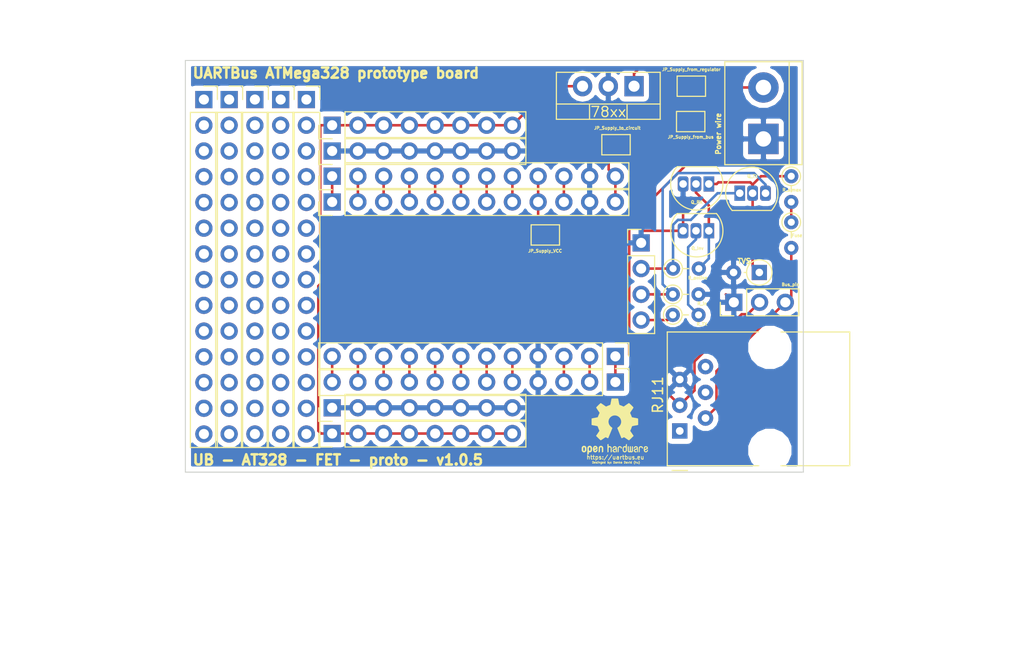
<source format=kicad_pcb>
(kicad_pcb (version 20171130) (host pcbnew 5.0.2+dfsg1-1~bpo9+1)

  (general
    (thickness 1.6)
    (drawings 8)
    (tracks 134)
    (zones 0)
    (modules 32)
    (nets 109)
  )

  (page A4)
  (layers
    (0 F.Cu signal)
    (31 B.Cu signal)
    (32 B.Adhes user)
    (33 F.Adhes user)
    (34 B.Paste user)
    (35 F.Paste user)
    (36 B.SilkS user)
    (37 F.SilkS user)
    (38 B.Mask user)
    (39 F.Mask user)
    (40 Dwgs.User user)
    (41 Cmts.User user)
    (42 Eco1.User user)
    (43 Eco2.User user)
    (44 Edge.Cuts user)
    (45 Margin user)
    (46 B.CrtYd user)
    (47 F.CrtYd user)
    (48 B.Fab user)
    (49 F.Fab user hide)
  )

  (setup
    (last_trace_width 0.25)
    (trace_clearance 0.2)
    (zone_clearance 0.508)
    (zone_45_only no)
    (trace_min 0.2)
    (segment_width 0.2)
    (edge_width 0.1)
    (via_size 0.6)
    (via_drill 0.4)
    (via_min_size 0.4)
    (via_min_drill 0.3)
    (uvia_size 0.3)
    (uvia_drill 0.1)
    (uvias_allowed no)
    (uvia_min_size 0.2)
    (uvia_min_drill 0.1)
    (pcb_text_width 0.3)
    (pcb_text_size 1.5 1.5)
    (mod_edge_width 0.15)
    (mod_text_size 1 1)
    (mod_text_width 0.15)
    (pad_size 1.5 1.5)
    (pad_drill 0.6)
    (pad_to_mask_clearance 0)
    (solder_mask_min_width 0.25)
    (aux_axis_origin 0 0)
    (visible_elements FFFFFF7F)
    (pcbplotparams
      (layerselection 0x010f0_ffffffff)
      (usegerberextensions false)
      (usegerberattributes false)
      (usegerberadvancedattributes false)
      (creategerberjobfile false)
      (excludeedgelayer true)
      (linewidth 0.100000)
      (plotframeref false)
      (viasonmask false)
      (mode 1)
      (useauxorigin false)
      (hpglpennumber 1)
      (hpglpenspeed 20)
      (hpglpendiameter 15.000000)
      (psnegative false)
      (psa4output false)
      (plotreference true)
      (plotvalue true)
      (plotinvisibletext false)
      (padsonsilk false)
      (subtractmaskfromsilk false)
      (outputformat 1)
      (mirror false)
      (drillshape 0)
      (scaleselection 1)
      (outputdirectory "./fab_files"))
  )

  (net 0 "")
  (net 1 /bus_connector_2_FET/Bus_Data)
  (net 2 "Net-(Bus_pin1-Pad2)")
  (net 3 /bus_connector_2_FET/Bus_Gnd)
  (net 4 "Net-(CON1-Pad1)")
  (net 5 "Net-(D1-Pad1)")
  (net 6 "Net-(F1-Pad1)")
  (net 7 "Net-(J1-Pad6)")
  (net 8 "Net-(J1-Pad4)")
  (net 9 "Net-(J1-Pad1)")
  (net 10 "Net-(JP_Supply_bus1-Pad1)")
  (net 11 "Net-(JP_Supply_circuit1-Pad1)")
  (net 12 "Net-(JP_Supply_VCC1-Pad2)")
  (net 13 "Net-(JP_Supply_VCC1-Pad1)")
  (net 14 /bus_connector_2_FET/TX)
  (net 15 "Net-(JP_USE_FET1-Pad2)")
  (net 16 /bus_connector_2_FET/Online)
  (net 17 /bus_connector_2_FET/RX)
  (net 18 "Net-(P6-Pad1)")
  (net 19 "Net-(P6-Pad2)")
  (net 20 "Net-(P6-Pad3)")
  (net 21 "Net-(P6-Pad5)")
  (net 22 "Net-(P6-Pad6)")
  (net 23 "Net-(P6-Pad7)")
  (net 24 "Net-(P6-Pad8)")
  (net 25 "Net-(P6-Pad9)")
  (net 26 "Net-(P6-Pad10)")
  (net 27 "Net-(P6-Pad11)")
  (net 28 "Net-(P6-Pad12)")
  (net 29 "Net-(P8-Pad10)")
  (net 30 "Net-(P8-Pad8)")
  (net 31 "Net-(P8-Pad7)")
  (net 32 "Net-(P8-Pad6)")
  (net 33 "Net-(P8-Pad5)")
  (net 34 "Net-(P8-Pad4)")
  (net 35 "Net-(P8-Pad3)")
  (net 36 "Net-(P8-Pad2)")
  (net 37 "Net-(P8-Pad1)")
  (net 38 "Net-(Q1-Pad1)")
  (net 39 "Net-(J3-Pad1)")
  (net 40 "Net-(J3-Pad2)")
  (net 41 "Net-(J3-Pad3)")
  (net 42 "Net-(J3-Pad4)")
  (net 43 "Net-(J3-Pad5)")
  (net 44 "Net-(J3-Pad6)")
  (net 45 "Net-(J3-Pad7)")
  (net 46 "Net-(J3-Pad8)")
  (net 47 "Net-(J3-Pad9)")
  (net 48 "Net-(J3-Pad10)")
  (net 49 "Net-(J3-Pad11)")
  (net 50 "Net-(J3-Pad12)")
  (net 51 "Net-(J3-Pad13)")
  (net 52 "Net-(J3-Pad14)")
  (net 53 "Net-(J4-Pad14)")
  (net 54 "Net-(J4-Pad13)")
  (net 55 "Net-(J4-Pad12)")
  (net 56 "Net-(J4-Pad11)")
  (net 57 "Net-(J4-Pad10)")
  (net 58 "Net-(J4-Pad9)")
  (net 59 "Net-(J4-Pad8)")
  (net 60 "Net-(J4-Pad7)")
  (net 61 "Net-(J4-Pad6)")
  (net 62 "Net-(J4-Pad5)")
  (net 63 "Net-(J4-Pad4)")
  (net 64 "Net-(J4-Pad3)")
  (net 65 "Net-(J4-Pad2)")
  (net 66 "Net-(J4-Pad1)")
  (net 67 "Net-(J5-Pad1)")
  (net 68 "Net-(J5-Pad2)")
  (net 69 "Net-(J5-Pad3)")
  (net 70 "Net-(J5-Pad4)")
  (net 71 "Net-(J5-Pad5)")
  (net 72 "Net-(J5-Pad6)")
  (net 73 "Net-(J5-Pad7)")
  (net 74 "Net-(J5-Pad8)")
  (net 75 "Net-(J5-Pad9)")
  (net 76 "Net-(J5-Pad10)")
  (net 77 "Net-(J5-Pad11)")
  (net 78 "Net-(J5-Pad12)")
  (net 79 "Net-(J5-Pad13)")
  (net 80 "Net-(J5-Pad14)")
  (net 81 "Net-(J6-Pad14)")
  (net 82 "Net-(J6-Pad13)")
  (net 83 "Net-(J6-Pad12)")
  (net 84 "Net-(J6-Pad11)")
  (net 85 "Net-(J6-Pad10)")
  (net 86 "Net-(J6-Pad9)")
  (net 87 "Net-(J6-Pad8)")
  (net 88 "Net-(J6-Pad7)")
  (net 89 "Net-(J6-Pad6)")
  (net 90 "Net-(J6-Pad5)")
  (net 91 "Net-(J6-Pad4)")
  (net 92 "Net-(J6-Pad3)")
  (net 93 "Net-(J6-Pad2)")
  (net 94 "Net-(J6-Pad1)")
  (net 95 "Net-(J7-Pad1)")
  (net 96 "Net-(J7-Pad2)")
  (net 97 "Net-(J7-Pad3)")
  (net 98 "Net-(J7-Pad4)")
  (net 99 "Net-(J7-Pad5)")
  (net 100 "Net-(J7-Pad6)")
  (net 101 "Net-(J7-Pad7)")
  (net 102 "Net-(J7-Pad8)")
  (net 103 "Net-(J7-Pad9)")
  (net 104 "Net-(J7-Pad10)")
  (net 105 "Net-(J7-Pad11)")
  (net 106 "Net-(J7-Pad12)")
  (net 107 "Net-(J7-Pad13)")
  (net 108 "Net-(J7-Pad14)")

  (net_class Default "This is the default net class."
    (clearance 0.2)
    (trace_width 0.25)
    (via_dia 0.6)
    (via_drill 0.4)
    (uvia_dia 0.3)
    (uvia_drill 0.1)
    (add_net /bus_connector_2_FET/Bus_Data)
    (add_net /bus_connector_2_FET/Bus_Gnd)
    (add_net /bus_connector_2_FET/Online)
    (add_net /bus_connector_2_FET/RX)
    (add_net /bus_connector_2_FET/TX)
    (add_net "Net-(Bus_pin1-Pad2)")
    (add_net "Net-(CON1-Pad1)")
    (add_net "Net-(D1-Pad1)")
    (add_net "Net-(F1-Pad1)")
    (add_net "Net-(J1-Pad1)")
    (add_net "Net-(J1-Pad4)")
    (add_net "Net-(J1-Pad6)")
    (add_net "Net-(J3-Pad1)")
    (add_net "Net-(J3-Pad10)")
    (add_net "Net-(J3-Pad11)")
    (add_net "Net-(J3-Pad12)")
    (add_net "Net-(J3-Pad13)")
    (add_net "Net-(J3-Pad14)")
    (add_net "Net-(J3-Pad2)")
    (add_net "Net-(J3-Pad3)")
    (add_net "Net-(J3-Pad4)")
    (add_net "Net-(J3-Pad5)")
    (add_net "Net-(J3-Pad6)")
    (add_net "Net-(J3-Pad7)")
    (add_net "Net-(J3-Pad8)")
    (add_net "Net-(J3-Pad9)")
    (add_net "Net-(J4-Pad1)")
    (add_net "Net-(J4-Pad10)")
    (add_net "Net-(J4-Pad11)")
    (add_net "Net-(J4-Pad12)")
    (add_net "Net-(J4-Pad13)")
    (add_net "Net-(J4-Pad14)")
    (add_net "Net-(J4-Pad2)")
    (add_net "Net-(J4-Pad3)")
    (add_net "Net-(J4-Pad4)")
    (add_net "Net-(J4-Pad5)")
    (add_net "Net-(J4-Pad6)")
    (add_net "Net-(J4-Pad7)")
    (add_net "Net-(J4-Pad8)")
    (add_net "Net-(J4-Pad9)")
    (add_net "Net-(J5-Pad1)")
    (add_net "Net-(J5-Pad10)")
    (add_net "Net-(J5-Pad11)")
    (add_net "Net-(J5-Pad12)")
    (add_net "Net-(J5-Pad13)")
    (add_net "Net-(J5-Pad14)")
    (add_net "Net-(J5-Pad2)")
    (add_net "Net-(J5-Pad3)")
    (add_net "Net-(J5-Pad4)")
    (add_net "Net-(J5-Pad5)")
    (add_net "Net-(J5-Pad6)")
    (add_net "Net-(J5-Pad7)")
    (add_net "Net-(J5-Pad8)")
    (add_net "Net-(J5-Pad9)")
    (add_net "Net-(J6-Pad1)")
    (add_net "Net-(J6-Pad10)")
    (add_net "Net-(J6-Pad11)")
    (add_net "Net-(J6-Pad12)")
    (add_net "Net-(J6-Pad13)")
    (add_net "Net-(J6-Pad14)")
    (add_net "Net-(J6-Pad2)")
    (add_net "Net-(J6-Pad3)")
    (add_net "Net-(J6-Pad4)")
    (add_net "Net-(J6-Pad5)")
    (add_net "Net-(J6-Pad6)")
    (add_net "Net-(J6-Pad7)")
    (add_net "Net-(J6-Pad8)")
    (add_net "Net-(J6-Pad9)")
    (add_net "Net-(J7-Pad1)")
    (add_net "Net-(J7-Pad10)")
    (add_net "Net-(J7-Pad11)")
    (add_net "Net-(J7-Pad12)")
    (add_net "Net-(J7-Pad13)")
    (add_net "Net-(J7-Pad14)")
    (add_net "Net-(J7-Pad2)")
    (add_net "Net-(J7-Pad3)")
    (add_net "Net-(J7-Pad4)")
    (add_net "Net-(J7-Pad5)")
    (add_net "Net-(J7-Pad6)")
    (add_net "Net-(J7-Pad7)")
    (add_net "Net-(J7-Pad8)")
    (add_net "Net-(J7-Pad9)")
    (add_net "Net-(JP_Supply_VCC1-Pad1)")
    (add_net "Net-(JP_Supply_VCC1-Pad2)")
    (add_net "Net-(JP_Supply_bus1-Pad1)")
    (add_net "Net-(JP_Supply_circuit1-Pad1)")
    (add_net "Net-(JP_USE_FET1-Pad2)")
    (add_net "Net-(P6-Pad1)")
    (add_net "Net-(P6-Pad10)")
    (add_net "Net-(P6-Pad11)")
    (add_net "Net-(P6-Pad12)")
    (add_net "Net-(P6-Pad2)")
    (add_net "Net-(P6-Pad3)")
    (add_net "Net-(P6-Pad5)")
    (add_net "Net-(P6-Pad6)")
    (add_net "Net-(P6-Pad7)")
    (add_net "Net-(P6-Pad8)")
    (add_net "Net-(P6-Pad9)")
    (add_net "Net-(P8-Pad1)")
    (add_net "Net-(P8-Pad10)")
    (add_net "Net-(P8-Pad2)")
    (add_net "Net-(P8-Pad3)")
    (add_net "Net-(P8-Pad4)")
    (add_net "Net-(P8-Pad5)")
    (add_net "Net-(P8-Pad6)")
    (add_net "Net-(P8-Pad7)")
    (add_net "Net-(P8-Pad8)")
    (add_net "Net-(Q1-Pad1)")
  )

  (module Resistor_THT:R_Axial_DIN0204_L3.6mm_D1.6mm_P2.54mm_Vertical (layer F.Cu) (tedit 5ED26674) (tstamp 5EDE9B36)
    (at 160.1 66.77 270)
    (descr "Resistor, Axial_DIN0204 series, Axial, Vertical, pin pitch=2.54mm, 0.167W, length*diameter=3.6*1.6mm^2, http://cdn-reichelt.de/documents/datenblatt/B400/1_4W%23YAG.pdf")
    (tags "Resistor Axial_DIN0204 series Axial Vertical pin pitch 2.54mm 0.167W length 3.6mm diameter 1.6mm")
    (path /5ED17DDD/5D2F9528)
    (fp_text reference Fuse (at 1.30708 -0.5677) (layer F.SilkS)
      (effects (font (size 0.3 0.3) (thickness 0.075)))
    )
    (fp_text value Polyfuse (at 1.27 1.92 270) (layer F.Fab)
      (effects (font (size 1 1) (thickness 0.15)))
    )
    (fp_text user %R (at 1.27 -1.92 270) (layer F.Fab)
      (effects (font (size 1 1) (thickness 0.15)))
    )
    (fp_line (start 3.49 -1.05) (end -1.05 -1.05) (layer F.CrtYd) (width 0.05))
    (fp_line (start 3.49 1.05) (end 3.49 -1.05) (layer F.CrtYd) (width 0.05))
    (fp_line (start -1.05 1.05) (end 3.49 1.05) (layer F.CrtYd) (width 0.05))
    (fp_line (start -1.05 -1.05) (end -1.05 1.05) (layer F.CrtYd) (width 0.05))
    (fp_line (start 0.92 0) (end 1.54 0) (layer F.SilkS) (width 0.12))
    (fp_line (start 0 0) (end 2.54 0) (layer F.Fab) (width 0.1))
    (fp_circle (center 0 0) (end 0.92 0) (layer F.SilkS) (width 0.12))
    (fp_circle (center 0 0) (end 0.8 0) (layer F.Fab) (width 0.1))
    (pad 2 thru_hole oval (at 2.54 0 270) (size 1.4 1.4) (drill 0.7) (layers *.Cu *.Mask)
      (net 1 /bus_connector_2_FET/Bus_Data))
    (pad 1 thru_hole circle (at 0 0 270) (size 1.4 1.4) (drill 0.7) (layers *.Cu *.Mask)
      (net 6 "Net-(F1-Pad1)"))
    (model ${KISYS3DMOD}/Resistor_THT.3dshapes/R_Axial_DIN0204_L3.6mm_D1.6mm_P2.54mm_Vertical.wrl
      (at (xyz 0 0 0))
      (scale (xyz 1 1 1))
      (rotate (xyz 0 0 0))
    )
  )

  (module Diode_THT:D_DO-34_SOD68_P2.54mm_Vertical_AnodeUp (layer F.Cu) (tedit 5ED2685A) (tstamp 5EDE9B17)
    (at 156.9466 71.7296 180)
    (descr "Diode, DO-34_SOD68 series, Axial, Vertical, pin pitch=2.54mm, , length*diameter=3.04*1.6mm^2, , https://www.nxp.com/docs/en/data-sheet/KTY83_SER.pdf")
    (tags "Diode DO-34_SOD68 series Axial Vertical pin pitch 2.54mm  length 3.04mm diameter 1.6mm")
    (path /5ED17DDD/5D2F91F9)
    (fp_text reference TVS (at 1.4986 1.1176 180) (layer F.SilkS)
      (effects (font (size 0.5 0.5) (thickness 0.125)))
    )
    (fp_text value D_TVS (at 1.27 3.14466 180) (layer F.Fab)
      (effects (font (size 1 1) (thickness 0.15)))
    )
    (fp_text user "" (at -11.7094 0.3556 180) (layer F.SilkS)
      (effects (font (size 1 1) (thickness 0.15)))
    )
    (fp_text user A (at 4.29 0 180) (layer F.Fab)
      (effects (font (size 1 1) (thickness 0.15)))
    )
    (fp_text user %R (at 1.27 -2.25566 180) (layer F.Fab)
      (effects (font (size 1 1) (thickness 0.15)))
    )
    (fp_line (start 3.54 -1.05) (end -1.05 -1.05) (layer F.CrtYd) (width 0.05))
    (fp_line (start 3.54 1.05) (end 3.54 -1.05) (layer F.CrtYd) (width 0.05))
    (fp_line (start -1.05 1.05) (end 3.54 1.05) (layer F.CrtYd) (width 0.05))
    (fp_line (start -1.05 -1.05) (end -1.05 1.05) (layer F.CrtYd) (width 0.05))
    (fp_line (start 1.25566 0) (end 1.49 0) (layer F.SilkS) (width 0.12))
    (fp_line (start 0 0) (end 2.54 0) (layer F.Fab) (width 0.1))
    (fp_circle (center 0 0) (end 1.25566 0) (layer F.SilkS) (width 0.12))
    (fp_circle (center 0 0) (end 0.8 0) (layer F.Fab) (width 0.1))
    (pad 2 thru_hole oval (at 2.54 0 180) (size 1.5 1.5) (drill 0.75) (layers *.Cu *.Mask)
      (net 3 /bus_connector_2_FET/Bus_Gnd))
    (pad 1 thru_hole rect (at 0 0 180) (size 1.5 1.5) (drill 0.75) (layers *.Cu *.Mask)
      (net 5 "Net-(D1-Pad1)"))
    (model ${KISYS3DMOD}/Diode_THT.3dshapes/D_DO-34_SOD68_P2.54mm_Vertical_AnodeUp.wrl
      (at (xyz 0 0 0))
      (scale (xyz 1 1 1))
      (rotate (xyz 0 0 0))
    )
  )

  (module Package_TO_SOT_THT:TO-220-3_Vertical (layer F.Cu) (tedit 5ED27971) (tstamp 5EDEBB4A)
    (at 144.5895 53.34 180)
    (descr "TO-220-3, Vertical, RM 2.54mm, see https://www.vishay.com/docs/66542/to-220-1.pdf")
    (tags "TO-220-3 Vertical RM 2.54mm")
    (path /5ED1A9C1)
    (fp_text reference 78xx (at 2.54 -2.54 180) (layer F.SilkS)
      (effects (font (size 1 1) (thickness 0.125)))
    )
    (fp_text value 7805 (at 2.54 2.5 180) (layer F.Fab)
      (effects (font (size 1 1) (thickness 0.15)))
    )
    (fp_text user %R (at 2.54 -4.27 180) (layer F.Fab)
      (effects (font (size 1 1) (thickness 0.15)))
    )
    (fp_line (start 7.79 -3.4) (end -2.71 -3.4) (layer F.CrtYd) (width 0.05))
    (fp_line (start 7.79 1.51) (end 7.79 -3.4) (layer F.CrtYd) (width 0.05))
    (fp_line (start -2.71 1.51) (end 7.79 1.51) (layer F.CrtYd) (width 0.05))
    (fp_line (start -2.71 -3.4) (end -2.71 1.51) (layer F.CrtYd) (width 0.05))
    (fp_line (start 4.391 -3.27) (end 4.391 -1.76) (layer F.SilkS) (width 0.12))
    (fp_line (start 0.69 -3.27) (end 0.69 -1.76) (layer F.SilkS) (width 0.12))
    (fp_line (start -2.58 -1.76) (end 7.66 -1.76) (layer F.SilkS) (width 0.12))
    (fp_line (start 7.66 -3.27) (end 7.66 1.371) (layer F.SilkS) (width 0.12))
    (fp_line (start -2.58 -3.27) (end -2.58 1.371) (layer F.SilkS) (width 0.12))
    (fp_line (start -2.58 1.371) (end 7.66 1.371) (layer F.SilkS) (width 0.12))
    (fp_line (start -2.58 -3.27) (end 7.66 -3.27) (layer F.SilkS) (width 0.12))
    (fp_line (start 4.39 -3.15) (end 4.39 -1.88) (layer F.Fab) (width 0.1))
    (fp_line (start 0.69 -3.15) (end 0.69 -1.88) (layer F.Fab) (width 0.1))
    (fp_line (start -2.46 -1.88) (end 7.54 -1.88) (layer F.Fab) (width 0.1))
    (fp_line (start 7.54 -3.15) (end -2.46 -3.15) (layer F.Fab) (width 0.1))
    (fp_line (start 7.54 1.25) (end 7.54 -3.15) (layer F.Fab) (width 0.1))
    (fp_line (start -2.46 1.25) (end 7.54 1.25) (layer F.Fab) (width 0.1))
    (fp_line (start -2.46 -3.15) (end -2.46 1.25) (layer F.Fab) (width 0.1))
    (pad 3 thru_hole oval (at 5.08 0 180) (size 1.905 2) (drill 1.1) (layers *.Cu *.Mask)
      (net 12 "Net-(JP_Supply_VCC1-Pad2)"))
    (pad 2 thru_hole oval (at 2.54 0 180) (size 1.905 2) (drill 1.1) (layers *.Cu *.Mask)
      (net 3 /bus_connector_2_FET/Bus_Gnd))
    (pad 1 thru_hole rect (at 0 0 180) (size 1.905 2) (drill 1.1) (layers *.Cu *.Mask)
      (net 4 "Net-(CON1-Pad1)"))
    (model ${KISYS3DMOD}/Package_TO_SOT_THT.3dshapes/TO-220-3_Vertical.wrl
      (at (xyz 0 0 0))
      (scale (xyz 1 1 1))
      (rotate (xyz 0 0 0))
    )
  )

  (module Connector_PinHeader_2.54mm:PinHeader_1x03_P2.54mm_Vertical (layer F.Cu) (tedit 5ED26899) (tstamp 5EDE9AEA)
    (at 154.432 74.676 90)
    (descr "Through hole straight pin header, 1x03, 2.54mm pitch, single row")
    (tags "Through hole pin header THT 1x03 2.54mm single row")
    (path /5ED1AABF)
    (fp_text reference Bus_pin (at 1.7526 5.588 180) (layer F.SilkS)
      (effects (font (size 0.3 0.3) (thickness 0.075)))
    )
    (fp_text value CONN_01X03 (at 0 7.41 90) (layer F.Fab)
      (effects (font (size 1 1) (thickness 0.15)))
    )
    (fp_text user %R (at 0 2.54 180) (layer F.Fab)
      (effects (font (size 1 1) (thickness 0.15)))
    )
    (fp_line (start 1.8 -1.8) (end -1.8 -1.8) (layer F.CrtYd) (width 0.05))
    (fp_line (start 1.8 6.85) (end 1.8 -1.8) (layer F.CrtYd) (width 0.05))
    (fp_line (start -1.8 6.85) (end 1.8 6.85) (layer F.CrtYd) (width 0.05))
    (fp_line (start -1.8 -1.8) (end -1.8 6.85) (layer F.CrtYd) (width 0.05))
    (fp_line (start -1.33 -1.33) (end 0 -1.33) (layer F.SilkS) (width 0.12))
    (fp_line (start -1.33 0) (end -1.33 -1.33) (layer F.SilkS) (width 0.12))
    (fp_line (start -1.33 1.27) (end 1.33 1.27) (layer F.SilkS) (width 0.12))
    (fp_line (start 1.33 1.27) (end 1.33 6.41) (layer F.SilkS) (width 0.12))
    (fp_line (start -1.33 1.27) (end -1.33 6.41) (layer F.SilkS) (width 0.12))
    (fp_line (start -1.33 6.41) (end 1.33 6.41) (layer F.SilkS) (width 0.12))
    (fp_line (start -1.27 -0.635) (end -0.635 -1.27) (layer F.Fab) (width 0.1))
    (fp_line (start -1.27 6.35) (end -1.27 -0.635) (layer F.Fab) (width 0.1))
    (fp_line (start 1.27 6.35) (end -1.27 6.35) (layer F.Fab) (width 0.1))
    (fp_line (start 1.27 -1.27) (end 1.27 6.35) (layer F.Fab) (width 0.1))
    (fp_line (start -0.635 -1.27) (end 1.27 -1.27) (layer F.Fab) (width 0.1))
    (pad 3 thru_hole oval (at 0 5.08 90) (size 1.7 1.7) (drill 1) (layers *.Cu *.Mask)
      (net 1 /bus_connector_2_FET/Bus_Data))
    (pad 2 thru_hole oval (at 0 2.54 90) (size 1.7 1.7) (drill 1) (layers *.Cu *.Mask)
      (net 2 "Net-(Bus_pin1-Pad2)"))
    (pad 1 thru_hole rect (at 0 0 90) (size 1.7 1.7) (drill 1) (layers *.Cu *.Mask)
      (net 3 /bus_connector_2_FET/Bus_Gnd))
    (model ${KISYS3DMOD}/Connector_PinHeader_2.54mm.3dshapes/PinHeader_1x03_P2.54mm_Vertical.wrl
      (at (xyz 0 0 0))
      (scale (xyz 1 1 1))
      (rotate (xyz 0 0 0))
    )
  )

  (module Connector_RJ:RJ12_Amphenol_54601 (layer F.Cu) (tedit 5ED265D6) (tstamp 5EDE9B58)
    (at 149.098 87.376 90)
    (descr "RJ12 connector  https://cdn.amphenol-icc.com/media/wysiwyg/files/drawing/c-bmj-0082.pdf")
    (tags "RJ12 connector")
    (path /5ED1AA48)
    (fp_text reference RJ11 (at 3.556 -2.16 90) (layer F.SilkS)
      (effects (font (size 1 1) (thickness 0.15)))
    )
    (fp_text value RJ12 (at 3.54 18.3 90) (layer F.Fab)
      (effects (font (size 1 1) (thickness 0.15)))
    )
    (fp_text user %R (at 3.16 7.76 90) (layer F.Fab)
      (effects (font (size 1 1) (thickness 0.15)))
    )
    (fp_line (start -3.43 16.77) (end -3.43 0.52) (layer F.Fab) (width 0.1))
    (fp_line (start -3.43 -1.23) (end 9.77 -1.23) (layer F.Fab) (width 0.1))
    (fp_line (start 9.77 -1.23) (end 9.77 16.77) (layer F.Fab) (width 0.1))
    (fp_line (start 9.77 16.77) (end -3.43 16.77) (layer F.Fab) (width 0.1))
    (fp_line (start -4.04 -1.73) (end 10.38 -1.73) (layer F.CrtYd) (width 0.05))
    (fp_line (start 10.38 -1.73) (end 10.38 17.27) (layer F.CrtYd) (width 0.05))
    (fp_line (start 10.38 17.27) (end -4.04 17.27) (layer F.CrtYd) (width 0.05))
    (fp_line (start -4.04 17.27) (end -4.04 -1.73) (layer F.CrtYd) (width 0.05))
    (fp_line (start -3.43 -1.23) (end 9.77 -1.23) (layer F.SilkS) (width 0.12))
    (fp_line (start 9.77 -1.23) (end 9.77 7.79) (layer F.SilkS) (width 0.12))
    (fp_line (start 9.77 16.65) (end 9.77 16.77) (layer F.SilkS) (width 0.1))
    (fp_line (start 9.77 16.77) (end 9.77 9.99) (layer F.SilkS) (width 0.12))
    (fp_line (start 9.77 16.76) (end 9.77 16.77) (layer F.SilkS) (width 0.1))
    (fp_line (start 9.77 16.77) (end -3.43 16.77) (layer F.SilkS) (width 0.12))
    (fp_line (start -3.43 16.77) (end -3.43 9.99) (layer F.SilkS) (width 0.12))
    (fp_line (start -3.43 7.72) (end -3.43 7.79) (layer F.SilkS) (width 0.1))
    (fp_line (start -3.43 7.79) (end -3.43 -1.23) (layer F.SilkS) (width 0.12))
    (fp_line (start -3.9 0.77) (end -3.9 -0.76) (layer F.SilkS) (width 0.12))
    (fp_line (start -3.43 0.52) (end -2.93 0.02) (layer F.Fab) (width 0.1))
    (fp_line (start -2.93 0.02) (end -3.43 -0.48) (layer F.Fab) (width 0.1))
    (fp_line (start -3.43 -0.48) (end -3.43 -1.23) (layer F.Fab) (width 0.1))
    (pad 1 thru_hole rect (at 0 0 90) (size 1.52 1.52) (drill 0.76) (layers *.Cu *.Mask)
      (net 9 "Net-(J1-Pad1)"))
    (pad "" np_thru_hole circle (at -1.91 8.89 90) (size 3.25 3.25) (drill 3.25) (layers *.Cu *.Mask))
    (pad 2 thru_hole circle (at 1.27 2.54 90) (size 1.52 1.52) (drill 0.76) (layers *.Cu *.Mask)
      (net 1 /bus_connector_2_FET/Bus_Data))
    (pad 3 thru_hole circle (at 2.54 0 90) (size 1.52 1.52) (drill 0.76) (layers *.Cu *.Mask)
      (net 2 "Net-(Bus_pin1-Pad2)"))
    (pad 4 thru_hole circle (at 3.81 2.54 90) (size 1.52 1.52) (drill 0.76) (layers *.Cu *.Mask)
      (net 8 "Net-(J1-Pad4)"))
    (pad 5 thru_hole circle (at 5.08 0 90) (size 1.52 1.52) (drill 0.76) (layers *.Cu *.Mask)
      (net 3 /bus_connector_2_FET/Bus_Gnd))
    (pad 6 thru_hole circle (at 6.35 2.54 90) (size 1.52 1.52) (drill 0.76) (layers *.Cu *.Mask)
      (net 7 "Net-(J1-Pad6)"))
    (pad "" np_thru_hole circle (at 8.25 8.89 90) (size 3.25 3.25) (drill 3.25) (layers *.Cu *.Mask))
    (model ${KISYS3DMOD}/Connector_RJ.3dshapes/RJ12_Amphenol_54601.wrl
      (at (xyz 0 0 0))
      (scale (xyz 1 1 1))
      (rotate (xyz 0 0 0))
    )
  )

  (module TerminalBlock:TerminalBlock_bornier-2_P5.08mm (layer F.Cu) (tedit 5ED27982) (tstamp 5EDE9B6D)
    (at 157.353 58.547 90)
    (descr "simple 2-pin terminal block, pitch 5.08mm, revamped version of bornier2")
    (tags "terminal block bornier2")
    (path /5ED1A920)
    (fp_text reference "Power wire" (at 0.508 -4.445 90) (layer F.SilkS)
      (effects (font (size 0.5 0.5) (thickness 0.125)))
    )
    (fp_text value Screw_Terminal_1x02 (at 2.54 5.08 90) (layer F.Fab)
      (effects (font (size 1 1) (thickness 0.15)))
    )
    (fp_line (start 7.79 4) (end -2.71 4) (layer F.CrtYd) (width 0.05))
    (fp_line (start 7.79 4) (end 7.79 -4) (layer F.CrtYd) (width 0.05))
    (fp_line (start -2.71 -4) (end -2.71 4) (layer F.CrtYd) (width 0.05))
    (fp_line (start -2.71 -4) (end 7.79 -4) (layer F.CrtYd) (width 0.05))
    (fp_line (start -2.54 3.81) (end 7.62 3.81) (layer F.SilkS) (width 0.12))
    (fp_line (start -2.54 -3.81) (end -2.54 3.81) (layer F.SilkS) (width 0.12))
    (fp_line (start 7.62 -3.81) (end -2.54 -3.81) (layer F.SilkS) (width 0.12))
    (fp_line (start 7.62 3.81) (end 7.62 -3.81) (layer F.SilkS) (width 0.12))
    (fp_line (start 7.62 2.54) (end -2.54 2.54) (layer F.SilkS) (width 0.12))
    (fp_line (start 7.54 -3.75) (end -2.46 -3.75) (layer F.Fab) (width 0.1))
    (fp_line (start 7.54 3.75) (end 7.54 -3.75) (layer F.Fab) (width 0.1))
    (fp_line (start -2.46 3.75) (end 7.54 3.75) (layer F.Fab) (width 0.1))
    (fp_line (start -2.46 -3.75) (end -2.46 3.75) (layer F.Fab) (width 0.1))
    (fp_line (start -2.41 2.55) (end 7.49 2.55) (layer F.Fab) (width 0.1))
    (fp_text user %R (at 2.54 0 90) (layer F.Fab)
      (effects (font (size 1 1) (thickness 0.15)))
    )
    (pad 2 thru_hole circle (at 5.08 0 90) (size 3 3) (drill 1.52) (layers *.Cu *.Mask)
      (net 4 "Net-(CON1-Pad1)"))
    (pad 1 thru_hole rect (at 0 0 90) (size 3 3) (drill 1.52) (layers *.Cu *.Mask)
      (net 3 /bus_connector_2_FET/Bus_Gnd))
    (model ${KISYS3DMOD}/TerminalBlock.3dshapes/TerminalBlock_bornier-2_P5.08mm.wrl
      (offset (xyz 2.539999961853027 0 0))
      (scale (xyz 1 1 1))
      (rotate (xyz 0 0 0))
    )
  )

  (module Connector_PinSocket_2.54mm:PinSocket_1x14_P2.54mm_Vertical (layer F.Cu) (tedit 5ED26597) (tstamp 5EDE9B8F)
    (at 104.648 54.657001)
    (descr "Through hole straight socket strip, 1x14, 2.54mm pitch, single row (from Kicad 4.0.7), script generated")
    (tags "Through hole socket strip THT 1x14 2.54mm single row")
    (path /5ED985C0)
    (fp_text reference "" (at 0 -2.77) (layer F.SilkS)
      (effects (font (size 1 1) (thickness 0.15)))
    )
    (fp_text value Conn_01x14 (at 0 35.79) (layer F.Fab)
      (effects (font (size 1 1) (thickness 0.15)))
    )
    (fp_text user %R (at 0 16.51 90) (layer F.Fab)
      (effects (font (size 1 1) (thickness 0.15)))
    )
    (fp_line (start -1.8 34.8) (end -1.8 -1.8) (layer F.CrtYd) (width 0.05))
    (fp_line (start 1.75 34.8) (end -1.8 34.8) (layer F.CrtYd) (width 0.05))
    (fp_line (start 1.75 -1.8) (end 1.75 34.8) (layer F.CrtYd) (width 0.05))
    (fp_line (start -1.8 -1.8) (end 1.75 -1.8) (layer F.CrtYd) (width 0.05))
    (fp_line (start 0 -1.33) (end 1.33 -1.33) (layer F.SilkS) (width 0.12))
    (fp_line (start 1.33 -1.33) (end 1.33 0) (layer F.SilkS) (width 0.12))
    (fp_line (start 1.33 1.27) (end 1.33 34.35) (layer F.SilkS) (width 0.12))
    (fp_line (start -1.33 34.35) (end 1.33 34.35) (layer F.SilkS) (width 0.12))
    (fp_line (start -1.33 1.27) (end -1.33 34.35) (layer F.SilkS) (width 0.12))
    (fp_line (start -1.33 1.27) (end 1.33 1.27) (layer F.SilkS) (width 0.12))
    (fp_line (start -1.27 34.29) (end -1.27 -1.27) (layer F.Fab) (width 0.1))
    (fp_line (start 1.27 34.29) (end -1.27 34.29) (layer F.Fab) (width 0.1))
    (fp_line (start 1.27 -0.635) (end 1.27 34.29) (layer F.Fab) (width 0.1))
    (fp_line (start 0.635 -1.27) (end 1.27 -0.635) (layer F.Fab) (width 0.1))
    (fp_line (start -1.27 -1.27) (end 0.635 -1.27) (layer F.Fab) (width 0.1))
    (pad 14 thru_hole oval (at 0 33.02) (size 1.7 1.7) (drill 1) (layers *.Cu *.Mask)
      (net 52 "Net-(J3-Pad14)"))
    (pad 13 thru_hole oval (at 0 30.48) (size 1.7 1.7) (drill 1) (layers *.Cu *.Mask)
      (net 51 "Net-(J3-Pad13)"))
    (pad 12 thru_hole oval (at 0 27.94) (size 1.7 1.7) (drill 1) (layers *.Cu *.Mask)
      (net 50 "Net-(J3-Pad12)"))
    (pad 11 thru_hole oval (at 0 25.4) (size 1.7 1.7) (drill 1) (layers *.Cu *.Mask)
      (net 49 "Net-(J3-Pad11)"))
    (pad 10 thru_hole oval (at 0 22.86) (size 1.7 1.7) (drill 1) (layers *.Cu *.Mask)
      (net 48 "Net-(J3-Pad10)"))
    (pad 9 thru_hole oval (at 0 20.32) (size 1.7 1.7) (drill 1) (layers *.Cu *.Mask)
      (net 47 "Net-(J3-Pad9)"))
    (pad 8 thru_hole oval (at 0 17.78) (size 1.7 1.7) (drill 1) (layers *.Cu *.Mask)
      (net 46 "Net-(J3-Pad8)"))
    (pad 7 thru_hole oval (at 0 15.24) (size 1.7 1.7) (drill 1) (layers *.Cu *.Mask)
      (net 45 "Net-(J3-Pad7)"))
    (pad 6 thru_hole oval (at 0 12.7) (size 1.7 1.7) (drill 1) (layers *.Cu *.Mask)
      (net 44 "Net-(J3-Pad6)"))
    (pad 5 thru_hole oval (at 0 10.16) (size 1.7 1.7) (drill 1) (layers *.Cu *.Mask)
      (net 43 "Net-(J3-Pad5)"))
    (pad 4 thru_hole oval (at 0 7.62) (size 1.7 1.7) (drill 1) (layers *.Cu *.Mask)
      (net 42 "Net-(J3-Pad4)"))
    (pad 3 thru_hole oval (at 0 5.08) (size 1.7 1.7) (drill 1) (layers *.Cu *.Mask)
      (net 41 "Net-(J3-Pad3)"))
    (pad 2 thru_hole oval (at 0 2.54) (size 1.7 1.7) (drill 1) (layers *.Cu *.Mask)
      (net 40 "Net-(J3-Pad2)"))
    (pad 1 thru_hole rect (at 0 0) (size 1.7 1.7) (drill 1) (layers *.Cu *.Mask)
      (net 39 "Net-(J3-Pad1)"))
    (model ${KISYS3DMOD}/Connector_PinSocket_2.54mm.3dshapes/PinSocket_1x14_P2.54mm_Vertical.wrl
      (at (xyz 0 0 0))
      (scale (xyz 1 1 1))
      (rotate (xyz 0 0 0))
    )
  )

  (module Connector_PinSocket_2.54mm:PinSocket_1x14_P2.54mm_Vertical (layer F.Cu) (tedit 5ED2658F) (tstamp 5EDE9BB1)
    (at 112.268 54.657001)
    (descr "Through hole straight socket strip, 1x14, 2.54mm pitch, single row (from Kicad 4.0.7), script generated")
    (tags "Through hole socket strip THT 1x14 2.54mm single row")
    (path /5ED986CC)
    (fp_text reference "" (at 0 -2.77) (layer F.SilkS)
      (effects (font (size 1 1) (thickness 0.15)))
    )
    (fp_text value Conn_01x14 (at 0 35.79) (layer F.Fab)
      (effects (font (size 1 1) (thickness 0.15)))
    )
    (fp_text user %R (at 0 16.51 90) (layer F.Fab)
      (effects (font (size 1 1) (thickness 0.15)))
    )
    (fp_line (start -1.8 34.8) (end -1.8 -1.8) (layer F.CrtYd) (width 0.05))
    (fp_line (start 1.75 34.8) (end -1.8 34.8) (layer F.CrtYd) (width 0.05))
    (fp_line (start 1.75 -1.8) (end 1.75 34.8) (layer F.CrtYd) (width 0.05))
    (fp_line (start -1.8 -1.8) (end 1.75 -1.8) (layer F.CrtYd) (width 0.05))
    (fp_line (start 0 -1.33) (end 1.33 -1.33) (layer F.SilkS) (width 0.12))
    (fp_line (start 1.33 -1.33) (end 1.33 0) (layer F.SilkS) (width 0.12))
    (fp_line (start 1.33 1.27) (end 1.33 34.35) (layer F.SilkS) (width 0.12))
    (fp_line (start -1.33 34.35) (end 1.33 34.35) (layer F.SilkS) (width 0.12))
    (fp_line (start -1.33 1.27) (end -1.33 34.35) (layer F.SilkS) (width 0.12))
    (fp_line (start -1.33 1.27) (end 1.33 1.27) (layer F.SilkS) (width 0.12))
    (fp_line (start -1.27 34.29) (end -1.27 -1.27) (layer F.Fab) (width 0.1))
    (fp_line (start 1.27 34.29) (end -1.27 34.29) (layer F.Fab) (width 0.1))
    (fp_line (start 1.27 -0.635) (end 1.27 34.29) (layer F.Fab) (width 0.1))
    (fp_line (start 0.635 -1.27) (end 1.27 -0.635) (layer F.Fab) (width 0.1))
    (fp_line (start -1.27 -1.27) (end 0.635 -1.27) (layer F.Fab) (width 0.1))
    (pad 14 thru_hole oval (at 0 33.02) (size 1.7 1.7) (drill 1) (layers *.Cu *.Mask)
      (net 53 "Net-(J4-Pad14)"))
    (pad 13 thru_hole oval (at 0 30.48) (size 1.7 1.7) (drill 1) (layers *.Cu *.Mask)
      (net 54 "Net-(J4-Pad13)"))
    (pad 12 thru_hole oval (at 0 27.94) (size 1.7 1.7) (drill 1) (layers *.Cu *.Mask)
      (net 55 "Net-(J4-Pad12)"))
    (pad 11 thru_hole oval (at 0 25.4) (size 1.7 1.7) (drill 1) (layers *.Cu *.Mask)
      (net 56 "Net-(J4-Pad11)"))
    (pad 10 thru_hole oval (at 0 22.86) (size 1.7 1.7) (drill 1) (layers *.Cu *.Mask)
      (net 57 "Net-(J4-Pad10)"))
    (pad 9 thru_hole oval (at 0 20.32) (size 1.7 1.7) (drill 1) (layers *.Cu *.Mask)
      (net 58 "Net-(J4-Pad9)"))
    (pad 8 thru_hole oval (at 0 17.78) (size 1.7 1.7) (drill 1) (layers *.Cu *.Mask)
      (net 59 "Net-(J4-Pad8)"))
    (pad 7 thru_hole oval (at 0 15.24) (size 1.7 1.7) (drill 1) (layers *.Cu *.Mask)
      (net 60 "Net-(J4-Pad7)"))
    (pad 6 thru_hole oval (at 0 12.7) (size 1.7 1.7) (drill 1) (layers *.Cu *.Mask)
      (net 61 "Net-(J4-Pad6)"))
    (pad 5 thru_hole oval (at 0 10.16) (size 1.7 1.7) (drill 1) (layers *.Cu *.Mask)
      (net 62 "Net-(J4-Pad5)"))
    (pad 4 thru_hole oval (at 0 7.62) (size 1.7 1.7) (drill 1) (layers *.Cu *.Mask)
      (net 63 "Net-(J4-Pad4)"))
    (pad 3 thru_hole oval (at 0 5.08) (size 1.7 1.7) (drill 1) (layers *.Cu *.Mask)
      (net 64 "Net-(J4-Pad3)"))
    (pad 2 thru_hole oval (at 0 2.54) (size 1.7 1.7) (drill 1) (layers *.Cu *.Mask)
      (net 65 "Net-(J4-Pad2)"))
    (pad 1 thru_hole rect (at 0 0) (size 1.7 1.7) (drill 1) (layers *.Cu *.Mask)
      (net 66 "Net-(J4-Pad1)"))
    (model ${KISYS3DMOD}/Connector_PinSocket_2.54mm.3dshapes/PinSocket_1x14_P2.54mm_Vertical.wrl
      (at (xyz 0 0 0))
      (scale (xyz 1 1 1))
      (rotate (xyz 0 0 0))
    )
  )

  (module Connector_PinSocket_2.54mm:PinSocket_1x14_P2.54mm_Vertical (layer F.Cu) (tedit 5ED2659A) (tstamp 5EDE9BD3)
    (at 102.155001 54.657001)
    (descr "Through hole straight socket strip, 1x14, 2.54mm pitch, single row (from Kicad 4.0.7), script generated")
    (tags "Through hole socket strip THT 1x14 2.54mm single row")
    (path /5ED98730)
    (fp_text reference "" (at 0 -2.77) (layer F.SilkS)
      (effects (font (size 1 1) (thickness 0.15)))
    )
    (fp_text value Conn_01x14 (at 0 35.79) (layer F.Fab)
      (effects (font (size 1 1) (thickness 0.15)))
    )
    (fp_text user %R (at 0 16.51 90) (layer F.Fab)
      (effects (font (size 1 1) (thickness 0.15)))
    )
    (fp_line (start -1.8 34.8) (end -1.8 -1.8) (layer F.CrtYd) (width 0.05))
    (fp_line (start 1.75 34.8) (end -1.8 34.8) (layer F.CrtYd) (width 0.05))
    (fp_line (start 1.75 -1.8) (end 1.75 34.8) (layer F.CrtYd) (width 0.05))
    (fp_line (start -1.8 -1.8) (end 1.75 -1.8) (layer F.CrtYd) (width 0.05))
    (fp_line (start 0 -1.33) (end 1.33 -1.33) (layer F.SilkS) (width 0.12))
    (fp_line (start 1.33 -1.33) (end 1.33 0) (layer F.SilkS) (width 0.12))
    (fp_line (start 1.33 1.27) (end 1.33 34.35) (layer F.SilkS) (width 0.12))
    (fp_line (start -1.33 34.35) (end 1.33 34.35) (layer F.SilkS) (width 0.12))
    (fp_line (start -1.33 1.27) (end -1.33 34.35) (layer F.SilkS) (width 0.12))
    (fp_line (start -1.33 1.27) (end 1.33 1.27) (layer F.SilkS) (width 0.12))
    (fp_line (start -1.27 34.29) (end -1.27 -1.27) (layer F.Fab) (width 0.1))
    (fp_line (start 1.27 34.29) (end -1.27 34.29) (layer F.Fab) (width 0.1))
    (fp_line (start 1.27 -0.635) (end 1.27 34.29) (layer F.Fab) (width 0.1))
    (fp_line (start 0.635 -1.27) (end 1.27 -0.635) (layer F.Fab) (width 0.1))
    (fp_line (start -1.27 -1.27) (end 0.635 -1.27) (layer F.Fab) (width 0.1))
    (pad 14 thru_hole oval (at 0 33.02) (size 1.7 1.7) (drill 1) (layers *.Cu *.Mask)
      (net 80 "Net-(J5-Pad14)"))
    (pad 13 thru_hole oval (at 0 30.48) (size 1.7 1.7) (drill 1) (layers *.Cu *.Mask)
      (net 79 "Net-(J5-Pad13)"))
    (pad 12 thru_hole oval (at 0 27.94) (size 1.7 1.7) (drill 1) (layers *.Cu *.Mask)
      (net 78 "Net-(J5-Pad12)"))
    (pad 11 thru_hole oval (at 0 25.4) (size 1.7 1.7) (drill 1) (layers *.Cu *.Mask)
      (net 77 "Net-(J5-Pad11)"))
    (pad 10 thru_hole oval (at 0 22.86) (size 1.7 1.7) (drill 1) (layers *.Cu *.Mask)
      (net 76 "Net-(J5-Pad10)"))
    (pad 9 thru_hole oval (at 0 20.32) (size 1.7 1.7) (drill 1) (layers *.Cu *.Mask)
      (net 75 "Net-(J5-Pad9)"))
    (pad 8 thru_hole oval (at 0 17.78) (size 1.7 1.7) (drill 1) (layers *.Cu *.Mask)
      (net 74 "Net-(J5-Pad8)"))
    (pad 7 thru_hole oval (at 0 15.24) (size 1.7 1.7) (drill 1) (layers *.Cu *.Mask)
      (net 73 "Net-(J5-Pad7)"))
    (pad 6 thru_hole oval (at 0 12.7) (size 1.7 1.7) (drill 1) (layers *.Cu *.Mask)
      (net 72 "Net-(J5-Pad6)"))
    (pad 5 thru_hole oval (at 0 10.16) (size 1.7 1.7) (drill 1) (layers *.Cu *.Mask)
      (net 71 "Net-(J5-Pad5)"))
    (pad 4 thru_hole oval (at 0 7.62) (size 1.7 1.7) (drill 1) (layers *.Cu *.Mask)
      (net 70 "Net-(J5-Pad4)"))
    (pad 3 thru_hole oval (at 0 5.08) (size 1.7 1.7) (drill 1) (layers *.Cu *.Mask)
      (net 69 "Net-(J5-Pad3)"))
    (pad 2 thru_hole oval (at 0 2.54) (size 1.7 1.7) (drill 1) (layers *.Cu *.Mask)
      (net 68 "Net-(J5-Pad2)"))
    (pad 1 thru_hole rect (at 0 0) (size 1.7 1.7) (drill 1) (layers *.Cu *.Mask)
      (net 67 "Net-(J5-Pad1)"))
    (model ${KISYS3DMOD}/Connector_PinSocket_2.54mm.3dshapes/PinSocket_1x14_P2.54mm_Vertical.wrl
      (at (xyz 0 0 0))
      (scale (xyz 1 1 1))
      (rotate (xyz 0 0 0))
    )
  )

  (module Connector_PinSocket_2.54mm:PinSocket_1x14_P2.54mm_Vertical (layer F.Cu) (tedit 5ED26594) (tstamp 5EDE9BF5)
    (at 107.188 54.657001)
    (descr "Through hole straight socket strip, 1x14, 2.54mm pitch, single row (from Kicad 4.0.7), script generated")
    (tags "Through hole socket strip THT 1x14 2.54mm single row")
    (path /5ED987AB)
    (fp_text reference "" (at 0 -2.77) (layer F.SilkS)
      (effects (font (size 1 1) (thickness 0.15)))
    )
    (fp_text value Conn_01x14 (at 0 35.79) (layer F.Fab)
      (effects (font (size 1 1) (thickness 0.15)))
    )
    (fp_text user %R (at 0 16.51 90) (layer F.Fab)
      (effects (font (size 1 1) (thickness 0.15)))
    )
    (fp_line (start -1.8 34.8) (end -1.8 -1.8) (layer F.CrtYd) (width 0.05))
    (fp_line (start 1.75 34.8) (end -1.8 34.8) (layer F.CrtYd) (width 0.05))
    (fp_line (start 1.75 -1.8) (end 1.75 34.8) (layer F.CrtYd) (width 0.05))
    (fp_line (start -1.8 -1.8) (end 1.75 -1.8) (layer F.CrtYd) (width 0.05))
    (fp_line (start 0 -1.33) (end 1.33 -1.33) (layer F.SilkS) (width 0.12))
    (fp_line (start 1.33 -1.33) (end 1.33 0) (layer F.SilkS) (width 0.12))
    (fp_line (start 1.33 1.27) (end 1.33 34.35) (layer F.SilkS) (width 0.12))
    (fp_line (start -1.33 34.35) (end 1.33 34.35) (layer F.SilkS) (width 0.12))
    (fp_line (start -1.33 1.27) (end -1.33 34.35) (layer F.SilkS) (width 0.12))
    (fp_line (start -1.33 1.27) (end 1.33 1.27) (layer F.SilkS) (width 0.12))
    (fp_line (start -1.27 34.29) (end -1.27 -1.27) (layer F.Fab) (width 0.1))
    (fp_line (start 1.27 34.29) (end -1.27 34.29) (layer F.Fab) (width 0.1))
    (fp_line (start 1.27 -0.635) (end 1.27 34.29) (layer F.Fab) (width 0.1))
    (fp_line (start 0.635 -1.27) (end 1.27 -0.635) (layer F.Fab) (width 0.1))
    (fp_line (start -1.27 -1.27) (end 0.635 -1.27) (layer F.Fab) (width 0.1))
    (pad 14 thru_hole oval (at 0 33.02) (size 1.7 1.7) (drill 1) (layers *.Cu *.Mask)
      (net 81 "Net-(J6-Pad14)"))
    (pad 13 thru_hole oval (at 0 30.48) (size 1.7 1.7) (drill 1) (layers *.Cu *.Mask)
      (net 82 "Net-(J6-Pad13)"))
    (pad 12 thru_hole oval (at 0 27.94) (size 1.7 1.7) (drill 1) (layers *.Cu *.Mask)
      (net 83 "Net-(J6-Pad12)"))
    (pad 11 thru_hole oval (at 0 25.4) (size 1.7 1.7) (drill 1) (layers *.Cu *.Mask)
      (net 84 "Net-(J6-Pad11)"))
    (pad 10 thru_hole oval (at 0 22.86) (size 1.7 1.7) (drill 1) (layers *.Cu *.Mask)
      (net 85 "Net-(J6-Pad10)"))
    (pad 9 thru_hole oval (at 0 20.32) (size 1.7 1.7) (drill 1) (layers *.Cu *.Mask)
      (net 86 "Net-(J6-Pad9)"))
    (pad 8 thru_hole oval (at 0 17.78) (size 1.7 1.7) (drill 1) (layers *.Cu *.Mask)
      (net 87 "Net-(J6-Pad8)"))
    (pad 7 thru_hole oval (at 0 15.24) (size 1.7 1.7) (drill 1) (layers *.Cu *.Mask)
      (net 88 "Net-(J6-Pad7)"))
    (pad 6 thru_hole oval (at 0 12.7) (size 1.7 1.7) (drill 1) (layers *.Cu *.Mask)
      (net 89 "Net-(J6-Pad6)"))
    (pad 5 thru_hole oval (at 0 10.16) (size 1.7 1.7) (drill 1) (layers *.Cu *.Mask)
      (net 90 "Net-(J6-Pad5)"))
    (pad 4 thru_hole oval (at 0 7.62) (size 1.7 1.7) (drill 1) (layers *.Cu *.Mask)
      (net 91 "Net-(J6-Pad4)"))
    (pad 3 thru_hole oval (at 0 5.08) (size 1.7 1.7) (drill 1) (layers *.Cu *.Mask)
      (net 92 "Net-(J6-Pad3)"))
    (pad 2 thru_hole oval (at 0 2.54) (size 1.7 1.7) (drill 1) (layers *.Cu *.Mask)
      (net 93 "Net-(J6-Pad2)"))
    (pad 1 thru_hole rect (at 0 0) (size 1.7 1.7) (drill 1) (layers *.Cu *.Mask)
      (net 94 "Net-(J6-Pad1)"))
    (model ${KISYS3DMOD}/Connector_PinSocket_2.54mm.3dshapes/PinSocket_1x14_P2.54mm_Vertical.wrl
      (at (xyz 0 0 0))
      (scale (xyz 1 1 1))
      (rotate (xyz 0 0 0))
    )
  )

  (module Connector_PinSocket_2.54mm:PinSocket_1x14_P2.54mm_Vertical (layer F.Cu) (tedit 5ED26592) (tstamp 5EDE9C17)
    (at 109.728 54.657001)
    (descr "Through hole straight socket strip, 1x14, 2.54mm pitch, single row (from Kicad 4.0.7), script generated")
    (tags "Through hole socket strip THT 1x14 2.54mm single row")
    (path /5ED98831)
    (fp_text reference "" (at 0 -2.77) (layer F.SilkS)
      (effects (font (size 1 1) (thickness 0.15)))
    )
    (fp_text value Conn_01x14 (at 0 35.79) (layer F.Fab)
      (effects (font (size 1 1) (thickness 0.15)))
    )
    (fp_text user %R (at 0 16.51 90) (layer F.Fab)
      (effects (font (size 1 1) (thickness 0.15)))
    )
    (fp_line (start -1.8 34.8) (end -1.8 -1.8) (layer F.CrtYd) (width 0.05))
    (fp_line (start 1.75 34.8) (end -1.8 34.8) (layer F.CrtYd) (width 0.05))
    (fp_line (start 1.75 -1.8) (end 1.75 34.8) (layer F.CrtYd) (width 0.05))
    (fp_line (start -1.8 -1.8) (end 1.75 -1.8) (layer F.CrtYd) (width 0.05))
    (fp_line (start 0 -1.33) (end 1.33 -1.33) (layer F.SilkS) (width 0.12))
    (fp_line (start 1.33 -1.33) (end 1.33 0) (layer F.SilkS) (width 0.12))
    (fp_line (start 1.33 1.27) (end 1.33 34.35) (layer F.SilkS) (width 0.12))
    (fp_line (start -1.33 34.35) (end 1.33 34.35) (layer F.SilkS) (width 0.12))
    (fp_line (start -1.33 1.27) (end -1.33 34.35) (layer F.SilkS) (width 0.12))
    (fp_line (start -1.33 1.27) (end 1.33 1.27) (layer F.SilkS) (width 0.12))
    (fp_line (start -1.27 34.29) (end -1.27 -1.27) (layer F.Fab) (width 0.1))
    (fp_line (start 1.27 34.29) (end -1.27 34.29) (layer F.Fab) (width 0.1))
    (fp_line (start 1.27 -0.635) (end 1.27 34.29) (layer F.Fab) (width 0.1))
    (fp_line (start 0.635 -1.27) (end 1.27 -0.635) (layer F.Fab) (width 0.1))
    (fp_line (start -1.27 -1.27) (end 0.635 -1.27) (layer F.Fab) (width 0.1))
    (pad 14 thru_hole oval (at 0 33.02) (size 1.7 1.7) (drill 1) (layers *.Cu *.Mask)
      (net 108 "Net-(J7-Pad14)"))
    (pad 13 thru_hole oval (at 0 30.48) (size 1.7 1.7) (drill 1) (layers *.Cu *.Mask)
      (net 107 "Net-(J7-Pad13)"))
    (pad 12 thru_hole oval (at 0 27.94) (size 1.7 1.7) (drill 1) (layers *.Cu *.Mask)
      (net 106 "Net-(J7-Pad12)"))
    (pad 11 thru_hole oval (at 0 25.4) (size 1.7 1.7) (drill 1) (layers *.Cu *.Mask)
      (net 105 "Net-(J7-Pad11)"))
    (pad 10 thru_hole oval (at 0 22.86) (size 1.7 1.7) (drill 1) (layers *.Cu *.Mask)
      (net 104 "Net-(J7-Pad10)"))
    (pad 9 thru_hole oval (at 0 20.32) (size 1.7 1.7) (drill 1) (layers *.Cu *.Mask)
      (net 103 "Net-(J7-Pad9)"))
    (pad 8 thru_hole oval (at 0 17.78) (size 1.7 1.7) (drill 1) (layers *.Cu *.Mask)
      (net 102 "Net-(J7-Pad8)"))
    (pad 7 thru_hole oval (at 0 15.24) (size 1.7 1.7) (drill 1) (layers *.Cu *.Mask)
      (net 101 "Net-(J7-Pad7)"))
    (pad 6 thru_hole oval (at 0 12.7) (size 1.7 1.7) (drill 1) (layers *.Cu *.Mask)
      (net 100 "Net-(J7-Pad6)"))
    (pad 5 thru_hole oval (at 0 10.16) (size 1.7 1.7) (drill 1) (layers *.Cu *.Mask)
      (net 99 "Net-(J7-Pad5)"))
    (pad 4 thru_hole oval (at 0 7.62) (size 1.7 1.7) (drill 1) (layers *.Cu *.Mask)
      (net 98 "Net-(J7-Pad4)"))
    (pad 3 thru_hole oval (at 0 5.08) (size 1.7 1.7) (drill 1) (layers *.Cu *.Mask)
      (net 97 "Net-(J7-Pad3)"))
    (pad 2 thru_hole oval (at 0 2.54) (size 1.7 1.7) (drill 1) (layers *.Cu *.Mask)
      (net 96 "Net-(J7-Pad2)"))
    (pad 1 thru_hole rect (at 0 0) (size 1.7 1.7) (drill 1) (layers *.Cu *.Mask)
      (net 95 "Net-(J7-Pad1)"))
    (model ${KISYS3DMOD}/Connector_PinSocket_2.54mm.3dshapes/PinSocket_1x14_P2.54mm_Vertical.wrl
      (at (xyz 0 0 0))
      (scale (xyz 1 1 1))
      (rotate (xyz 0 0 0))
    )
  )

  (module Jumper:SolderJumper-2_P1.3mm_Open_TrianglePad1.0x1.5mm (layer F.Cu) (tedit 5ED27A49) (tstamp 5EDE9C33)
    (at 150.1775 56.8325)
    (descr "SMD Solder Jumper, 1x1.5mm Triangular Pads, 0.3mm gap, open")
    (tags "solder jumper open")
    (path /5ED1B525)
    (attr virtual)
    (fp_text reference JP_Supply_from_bus (at 0 1.524 180) (layer F.SilkS)
      (effects (font (size 0.3 0.3) (thickness 0.075)))
    )
    (fp_text value Jumper_NO_Small (at 0 1.9) (layer F.Fab)
      (effects (font (size 1 1) (thickness 0.15)))
    )
    (fp_line (start 1.65 1.25) (end -1.65 1.25) (layer F.CrtYd) (width 0.05))
    (fp_line (start 1.65 1.25) (end 1.65 -1.25) (layer F.CrtYd) (width 0.05))
    (fp_line (start -1.65 -1.25) (end -1.65 1.25) (layer F.CrtYd) (width 0.05))
    (fp_line (start -1.65 -1.25) (end 1.65 -1.25) (layer F.CrtYd) (width 0.05))
    (fp_line (start -1.4 -1) (end 1.4 -1) (layer F.SilkS) (width 0.12))
    (fp_line (start 1.4 -1) (end 1.4 1) (layer F.SilkS) (width 0.12))
    (fp_line (start 1.4 1) (end -1.4 1) (layer F.SilkS) (width 0.12))
    (fp_line (start -1.4 1) (end -1.4 -1) (layer F.SilkS) (width 0.12))
    (pad 1 smd custom (at -0.725 0) (size 0.3 0.3) (layers F.Cu F.Mask)
      (net 10 "Net-(JP_Supply_bus1-Pad1)") (zone_connect 0)
      (options (clearance outline) (anchor rect))
      (primitives
        (gr_poly (pts
           (xy -0.5 -0.75) (xy 0.5 -0.75) (xy 1 0) (xy 0.5 0.75) (xy -0.5 0.75)
) (width 0))
      ))
    (pad 2 smd custom (at 0.725 0) (size 0.3 0.3) (layers F.Cu F.Mask)
      (net 2 "Net-(Bus_pin1-Pad2)") (zone_connect 0)
      (options (clearance outline) (anchor rect))
      (primitives
        (gr_poly (pts
           (xy -0.65 -0.75) (xy 0.5 -0.75) (xy 0.5 0.75) (xy -0.65 0.75) (xy -0.15 0)
) (width 0))
      ))
  )

  (module Jumper:SolderJumper-2_P1.3mm_Open_TrianglePad1.0x1.5mm (layer F.Cu) (tedit 5ED27A52) (tstamp 5EDE9C41)
    (at 142.8115 59.1185)
    (descr "SMD Solder Jumper, 1x1.5mm Triangular Pads, 0.3mm gap, open")
    (tags "solder jumper open")
    (path /5ED1B598)
    (attr virtual)
    (fp_text reference JP_Supply_to_circuit (at 0.127 -1.651) (layer F.SilkS)
      (effects (font (size 0.3 0.3) (thickness 0.075)))
    )
    (fp_text value Jumper_NO_Small (at 0 1.9) (layer F.Fab)
      (effects (font (size 1 1) (thickness 0.15)))
    )
    (fp_line (start 1.65 1.25) (end -1.65 1.25) (layer F.CrtYd) (width 0.05))
    (fp_line (start 1.65 1.25) (end 1.65 -1.25) (layer F.CrtYd) (width 0.05))
    (fp_line (start -1.65 -1.25) (end -1.65 1.25) (layer F.CrtYd) (width 0.05))
    (fp_line (start -1.65 -1.25) (end 1.65 -1.25) (layer F.CrtYd) (width 0.05))
    (fp_line (start -1.4 -1) (end 1.4 -1) (layer F.SilkS) (width 0.12))
    (fp_line (start 1.4 -1) (end 1.4 1) (layer F.SilkS) (width 0.12))
    (fp_line (start 1.4 1) (end -1.4 1) (layer F.SilkS) (width 0.12))
    (fp_line (start -1.4 1) (end -1.4 -1) (layer F.SilkS) (width 0.12))
    (pad 1 smd custom (at -0.725 0) (size 0.3 0.3) (layers F.Cu F.Mask)
      (net 11 "Net-(JP_Supply_circuit1-Pad1)") (zone_connect 0)
      (options (clearance outline) (anchor rect))
      (primitives
        (gr_poly (pts
           (xy -0.5 -0.75) (xy 0.5 -0.75) (xy 1 0) (xy 0.5 0.75) (xy -0.5 0.75)
) (width 0))
      ))
    (pad 2 smd custom (at 0.725 0) (size 0.3 0.3) (layers F.Cu F.Mask)
      (net 10 "Net-(JP_Supply_bus1-Pad1)") (zone_connect 0)
      (options (clearance outline) (anchor rect))
      (primitives
        (gr_poly (pts
           (xy -0.65 -0.75) (xy 0.5 -0.75) (xy 0.5 0.75) (xy -0.65 0.75) (xy -0.15 0)
) (width 0))
      ))
  )

  (module Jumper:SolderJumper-2_P1.3mm_Open_TrianglePad1.0x1.5mm (layer F.Cu) (tedit 5ED27A44) (tstamp 5EDE9C4F)
    (at 150.241 53.34)
    (descr "SMD Solder Jumper, 1x1.5mm Triangular Pads, 0.3mm gap, open")
    (tags "solder jumper open")
    (path /5ED1B625)
    (attr virtual)
    (fp_text reference JP_Supply_from_regulator (at 0 -1.651) (layer F.SilkS)
      (effects (font (size 0.3 0.3) (thickness 0.075)))
    )
    (fp_text value Jumper_NO_Small (at 0 1.9) (layer F.Fab)
      (effects (font (size 1 1) (thickness 0.15)))
    )
    (fp_line (start 1.65 1.25) (end -1.65 1.25) (layer F.CrtYd) (width 0.05))
    (fp_line (start 1.65 1.25) (end 1.65 -1.25) (layer F.CrtYd) (width 0.05))
    (fp_line (start -1.65 -1.25) (end -1.65 1.25) (layer F.CrtYd) (width 0.05))
    (fp_line (start -1.65 -1.25) (end 1.65 -1.25) (layer F.CrtYd) (width 0.05))
    (fp_line (start -1.4 -1) (end 1.4 -1) (layer F.SilkS) (width 0.12))
    (fp_line (start 1.4 -1) (end 1.4 1) (layer F.SilkS) (width 0.12))
    (fp_line (start 1.4 1) (end -1.4 1) (layer F.SilkS) (width 0.12))
    (fp_line (start -1.4 1) (end -1.4 -1) (layer F.SilkS) (width 0.12))
    (pad 1 smd custom (at -0.725 0) (size 0.3 0.3) (layers F.Cu F.Mask)
      (net 10 "Net-(JP_Supply_bus1-Pad1)") (zone_connect 0)
      (options (clearance outline) (anchor rect))
      (primitives
        (gr_poly (pts
           (xy -0.5 -0.75) (xy 0.5 -0.75) (xy 1 0) (xy 0.5 0.75) (xy -0.5 0.75)
) (width 0))
      ))
    (pad 2 smd custom (at 0.725 0) (size 0.3 0.3) (layers F.Cu F.Mask)
      (net 4 "Net-(CON1-Pad1)") (zone_connect 0)
      (options (clearance outline) (anchor rect))
      (primitives
        (gr_poly (pts
           (xy -0.65 -0.75) (xy 0.5 -0.75) (xy 0.5 0.75) (xy -0.65 0.75) (xy -0.15 0)
) (width 0))
      ))
  )

  (module Jumper:SolderJumper-2_P1.3mm_Open_TrianglePad1.0x1.5mm (layer F.Cu) (tedit 5ED264B9) (tstamp 5EDE9C5D)
    (at 135.83666 68.02628)
    (descr "SMD Solder Jumper, 1x1.5mm Triangular Pads, 0.3mm gap, open")
    (tags "solder jumper open")
    (path /5ED26C8F)
    (attr virtual)
    (fp_text reference JP_Supply_VCC (at -0.0254 1.5748) (layer F.SilkS)
      (effects (font (size 0.3 0.3) (thickness 0.075)))
    )
    (fp_text value Jumper_NO_Small (at 0 1.9) (layer F.Fab)
      (effects (font (size 1 1) (thickness 0.15)))
    )
    (fp_line (start 1.65 1.25) (end -1.65 1.25) (layer F.CrtYd) (width 0.05))
    (fp_line (start 1.65 1.25) (end 1.65 -1.25) (layer F.CrtYd) (width 0.05))
    (fp_line (start -1.65 -1.25) (end -1.65 1.25) (layer F.CrtYd) (width 0.05))
    (fp_line (start -1.65 -1.25) (end 1.65 -1.25) (layer F.CrtYd) (width 0.05))
    (fp_line (start -1.4 -1) (end 1.4 -1) (layer F.SilkS) (width 0.12))
    (fp_line (start 1.4 -1) (end 1.4 1) (layer F.SilkS) (width 0.12))
    (fp_line (start 1.4 1) (end -1.4 1) (layer F.SilkS) (width 0.12))
    (fp_line (start -1.4 1) (end -1.4 -1) (layer F.SilkS) (width 0.12))
    (pad 1 smd custom (at -0.725 0) (size 0.3 0.3) (layers F.Cu F.Mask)
      (net 13 "Net-(JP_Supply_VCC1-Pad1)") (zone_connect 0)
      (options (clearance outline) (anchor rect))
      (primitives
        (gr_poly (pts
           (xy -0.5 -0.75) (xy 0.5 -0.75) (xy 1 0) (xy 0.5 0.75) (xy -0.5 0.75)
) (width 0))
      ))
    (pad 2 smd custom (at 0.725 0) (size 0.3 0.3) (layers F.Cu F.Mask)
      (net 12 "Net-(JP_Supply_VCC1-Pad2)") (zone_connect 0)
      (options (clearance outline) (anchor rect))
      (primitives
        (gr_poly (pts
           (xy -0.65 -0.75) (xy 0.5 -0.75) (xy 0.5 0.75) (xy -0.65 0.75) (xy -0.15 0)
) (width 0))
      ))
  )

  (module Connector_PinHeader_2.54mm:PinHeader_1x04_P2.54mm_Vertical (layer F.Cu) (tedit 5ED265E5) (tstamp 5EDE9C83)
    (at 145.288 68.8086)
    (descr "Through hole straight pin header, 1x04, 2.54mm pitch, single row")
    (tags "Through hole pin header THT 1x04 2.54mm single row")
    (path /5ED20239)
    (fp_text reference "" (at 0 -2.33) (layer F.SilkS)
      (effects (font (size 1 1) (thickness 0.15)))
    )
    (fp_text value CONN_01X04 (at 0 9.95) (layer F.Fab)
      (effects (font (size 1 1) (thickness 0.15)))
    )
    (fp_text user %R (at 0 3.81 90) (layer F.Fab)
      (effects (font (size 1 1) (thickness 0.15)))
    )
    (fp_line (start 1.8 -1.8) (end -1.8 -1.8) (layer F.CrtYd) (width 0.05))
    (fp_line (start 1.8 9.4) (end 1.8 -1.8) (layer F.CrtYd) (width 0.05))
    (fp_line (start -1.8 9.4) (end 1.8 9.4) (layer F.CrtYd) (width 0.05))
    (fp_line (start -1.8 -1.8) (end -1.8 9.4) (layer F.CrtYd) (width 0.05))
    (fp_line (start -1.33 -1.33) (end 0 -1.33) (layer F.SilkS) (width 0.12))
    (fp_line (start -1.33 0) (end -1.33 -1.33) (layer F.SilkS) (width 0.12))
    (fp_line (start -1.33 1.27) (end 1.33 1.27) (layer F.SilkS) (width 0.12))
    (fp_line (start 1.33 1.27) (end 1.33 8.95) (layer F.SilkS) (width 0.12))
    (fp_line (start -1.33 1.27) (end -1.33 8.95) (layer F.SilkS) (width 0.12))
    (fp_line (start -1.33 8.95) (end 1.33 8.95) (layer F.SilkS) (width 0.12))
    (fp_line (start -1.27 -0.635) (end -0.635 -1.27) (layer F.Fab) (width 0.1))
    (fp_line (start -1.27 8.89) (end -1.27 -0.635) (layer F.Fab) (width 0.1))
    (fp_line (start 1.27 8.89) (end -1.27 8.89) (layer F.Fab) (width 0.1))
    (fp_line (start 1.27 -1.27) (end 1.27 8.89) (layer F.Fab) (width 0.1))
    (fp_line (start -0.635 -1.27) (end 1.27 -1.27) (layer F.Fab) (width 0.1))
    (pad 4 thru_hole oval (at 0 7.62) (size 1.7 1.7) (drill 1) (layers *.Cu *.Mask)
      (net 14 /bus_connector_2_FET/TX))
    (pad 3 thru_hole oval (at 0 5.08) (size 1.7 1.7) (drill 1) (layers *.Cu *.Mask)
      (net 17 /bus_connector_2_FET/RX))
    (pad 2 thru_hole oval (at 0 2.54) (size 1.7 1.7) (drill 1) (layers *.Cu *.Mask)
      (net 16 /bus_connector_2_FET/Online))
    (pad 1 thru_hole rect (at 0 0) (size 1.7 1.7) (drill 1) (layers *.Cu *.Mask)
      (net 3 /bus_connector_2_FET/Bus_Gnd))
    (model ${KISYS3DMOD}/Connector_PinHeader_2.54mm.3dshapes/PinHeader_1x04_P2.54mm_Vertical.wrl
      (at (xyz 0 0 0))
      (scale (xyz 1 1 1))
      (rotate (xyz 0 0 0))
    )
  )

  (module Connector_PinHeader_2.54mm:PinHeader_1x08_P2.54mm_Vertical (layer F.Cu) (tedit 5ED265A6) (tstamp 5EDE9C9F)
    (at 114.808 87.63 90)
    (descr "Through hole straight pin header, 1x08, 2.54mm pitch, single row")
    (tags "Through hole pin header THT 1x08 2.54mm single row")
    (path /5ED2387B)
    (fp_text reference "" (at 0 -2.33 90) (layer F.SilkS)
      (effects (font (size 1 1) (thickness 0.15)))
    )
    (fp_text value CONN_01X08 (at 0 20.11 90) (layer F.Fab)
      (effects (font (size 1 1) (thickness 0.15)))
    )
    (fp_text user %R (at 0 8.89 180) (layer F.Fab)
      (effects (font (size 1 1) (thickness 0.15)))
    )
    (fp_line (start 1.8 -1.8) (end -1.8 -1.8) (layer F.CrtYd) (width 0.05))
    (fp_line (start 1.8 19.55) (end 1.8 -1.8) (layer F.CrtYd) (width 0.05))
    (fp_line (start -1.8 19.55) (end 1.8 19.55) (layer F.CrtYd) (width 0.05))
    (fp_line (start -1.8 -1.8) (end -1.8 19.55) (layer F.CrtYd) (width 0.05))
    (fp_line (start -1.33 -1.33) (end 0 -1.33) (layer F.SilkS) (width 0.12))
    (fp_line (start -1.33 0) (end -1.33 -1.33) (layer F.SilkS) (width 0.12))
    (fp_line (start -1.33 1.27) (end 1.33 1.27) (layer F.SilkS) (width 0.12))
    (fp_line (start 1.33 1.27) (end 1.33 19.11) (layer F.SilkS) (width 0.12))
    (fp_line (start -1.33 1.27) (end -1.33 19.11) (layer F.SilkS) (width 0.12))
    (fp_line (start -1.33 19.11) (end 1.33 19.11) (layer F.SilkS) (width 0.12))
    (fp_line (start -1.27 -0.635) (end -0.635 -1.27) (layer F.Fab) (width 0.1))
    (fp_line (start -1.27 19.05) (end -1.27 -0.635) (layer F.Fab) (width 0.1))
    (fp_line (start 1.27 19.05) (end -1.27 19.05) (layer F.Fab) (width 0.1))
    (fp_line (start 1.27 -1.27) (end 1.27 19.05) (layer F.Fab) (width 0.1))
    (fp_line (start -0.635 -1.27) (end 1.27 -1.27) (layer F.Fab) (width 0.1))
    (pad 8 thru_hole oval (at 0 17.78 90) (size 1.7 1.7) (drill 1) (layers *.Cu *.Mask)
      (net 12 "Net-(JP_Supply_VCC1-Pad2)"))
    (pad 7 thru_hole oval (at 0 15.24 90) (size 1.7 1.7) (drill 1) (layers *.Cu *.Mask)
      (net 12 "Net-(JP_Supply_VCC1-Pad2)"))
    (pad 6 thru_hole oval (at 0 12.7 90) (size 1.7 1.7) (drill 1) (layers *.Cu *.Mask)
      (net 12 "Net-(JP_Supply_VCC1-Pad2)"))
    (pad 5 thru_hole oval (at 0 10.16 90) (size 1.7 1.7) (drill 1) (layers *.Cu *.Mask)
      (net 12 "Net-(JP_Supply_VCC1-Pad2)"))
    (pad 4 thru_hole oval (at 0 7.62 90) (size 1.7 1.7) (drill 1) (layers *.Cu *.Mask)
      (net 12 "Net-(JP_Supply_VCC1-Pad2)"))
    (pad 3 thru_hole oval (at 0 5.08 90) (size 1.7 1.7) (drill 1) (layers *.Cu *.Mask)
      (net 12 "Net-(JP_Supply_VCC1-Pad2)"))
    (pad 2 thru_hole oval (at 0 2.54 90) (size 1.7 1.7) (drill 1) (layers *.Cu *.Mask)
      (net 12 "Net-(JP_Supply_VCC1-Pad2)"))
    (pad 1 thru_hole rect (at 0 0 90) (size 1.7 1.7) (drill 1) (layers *.Cu *.Mask)
      (net 12 "Net-(JP_Supply_VCC1-Pad2)"))
    (model ${KISYS3DMOD}/Connector_PinHeader_2.54mm.3dshapes/PinHeader_1x08_P2.54mm_Vertical.wrl
      (at (xyz 0 0 0))
      (scale (xyz 1 1 1))
      (rotate (xyz 0 0 0))
    )
  )

  (module Connector_PinHeader_2.54mm:PinHeader_1x08_P2.54mm_Vertical (layer F.Cu) (tedit 5ED265A2) (tstamp 5EDE9CBB)
    (at 114.808 85.09 90)
    (descr "Through hole straight pin header, 1x08, 2.54mm pitch, single row")
    (tags "Through hole pin header THT 1x08 2.54mm single row")
    (path /5ED23806)
    (fp_text reference "" (at 0 -2.33 90) (layer F.SilkS)
      (effects (font (size 1 1) (thickness 0.15)))
    )
    (fp_text value CONN_01X08 (at 0 20.11 90) (layer F.Fab)
      (effects (font (size 1 1) (thickness 0.15)))
    )
    (fp_text user %R (at 0 8.89 180) (layer F.Fab)
      (effects (font (size 1 1) (thickness 0.15)))
    )
    (fp_line (start 1.8 -1.8) (end -1.8 -1.8) (layer F.CrtYd) (width 0.05))
    (fp_line (start 1.8 19.55) (end 1.8 -1.8) (layer F.CrtYd) (width 0.05))
    (fp_line (start -1.8 19.55) (end 1.8 19.55) (layer F.CrtYd) (width 0.05))
    (fp_line (start -1.8 -1.8) (end -1.8 19.55) (layer F.CrtYd) (width 0.05))
    (fp_line (start -1.33 -1.33) (end 0 -1.33) (layer F.SilkS) (width 0.12))
    (fp_line (start -1.33 0) (end -1.33 -1.33) (layer F.SilkS) (width 0.12))
    (fp_line (start -1.33 1.27) (end 1.33 1.27) (layer F.SilkS) (width 0.12))
    (fp_line (start 1.33 1.27) (end 1.33 19.11) (layer F.SilkS) (width 0.12))
    (fp_line (start -1.33 1.27) (end -1.33 19.11) (layer F.SilkS) (width 0.12))
    (fp_line (start -1.33 19.11) (end 1.33 19.11) (layer F.SilkS) (width 0.12))
    (fp_line (start -1.27 -0.635) (end -0.635 -1.27) (layer F.Fab) (width 0.1))
    (fp_line (start -1.27 19.05) (end -1.27 -0.635) (layer F.Fab) (width 0.1))
    (fp_line (start 1.27 19.05) (end -1.27 19.05) (layer F.Fab) (width 0.1))
    (fp_line (start 1.27 -1.27) (end 1.27 19.05) (layer F.Fab) (width 0.1))
    (fp_line (start -0.635 -1.27) (end 1.27 -1.27) (layer F.Fab) (width 0.1))
    (pad 8 thru_hole oval (at 0 17.78 90) (size 1.7 1.7) (drill 1) (layers *.Cu *.Mask)
      (net 3 /bus_connector_2_FET/Bus_Gnd))
    (pad 7 thru_hole oval (at 0 15.24 90) (size 1.7 1.7) (drill 1) (layers *.Cu *.Mask)
      (net 3 /bus_connector_2_FET/Bus_Gnd))
    (pad 6 thru_hole oval (at 0 12.7 90) (size 1.7 1.7) (drill 1) (layers *.Cu *.Mask)
      (net 3 /bus_connector_2_FET/Bus_Gnd))
    (pad 5 thru_hole oval (at 0 10.16 90) (size 1.7 1.7) (drill 1) (layers *.Cu *.Mask)
      (net 3 /bus_connector_2_FET/Bus_Gnd))
    (pad 4 thru_hole oval (at 0 7.62 90) (size 1.7 1.7) (drill 1) (layers *.Cu *.Mask)
      (net 3 /bus_connector_2_FET/Bus_Gnd))
    (pad 3 thru_hole oval (at 0 5.08 90) (size 1.7 1.7) (drill 1) (layers *.Cu *.Mask)
      (net 3 /bus_connector_2_FET/Bus_Gnd))
    (pad 2 thru_hole oval (at 0 2.54 90) (size 1.7 1.7) (drill 1) (layers *.Cu *.Mask)
      (net 3 /bus_connector_2_FET/Bus_Gnd))
    (pad 1 thru_hole rect (at 0 0 90) (size 1.7 1.7) (drill 1) (layers *.Cu *.Mask)
      (net 3 /bus_connector_2_FET/Bus_Gnd))
    (model ${KISYS3DMOD}/Connector_PinHeader_2.54mm.3dshapes/PinHeader_1x08_P2.54mm_Vertical.wrl
      (at (xyz 0 0 0))
      (scale (xyz 1 1 1))
      (rotate (xyz 0 0 0))
    )
  )

  (module Connector_PinHeader_2.54mm:PinHeader_1x08_P2.54mm_Vertical (layer F.Cu) (tedit 5ED265BF) (tstamp 5EDE9CD7)
    (at 114.808 59.737001 90)
    (descr "Through hole straight pin header, 1x08, 2.54mm pitch, single row")
    (tags "Through hole pin header THT 1x08 2.54mm single row")
    (path /5ED235D9)
    (fp_text reference "" (at 0 -2.33 90) (layer F.SilkS)
      (effects (font (size 1 1) (thickness 0.15)))
    )
    (fp_text value CONN_01X08 (at 0 20.11 90) (layer F.Fab)
      (effects (font (size 1 1) (thickness 0.15)))
    )
    (fp_text user %R (at 0 8.89 180) (layer F.Fab)
      (effects (font (size 1 1) (thickness 0.15)))
    )
    (fp_line (start 1.8 -1.8) (end -1.8 -1.8) (layer F.CrtYd) (width 0.05))
    (fp_line (start 1.8 19.55) (end 1.8 -1.8) (layer F.CrtYd) (width 0.05))
    (fp_line (start -1.8 19.55) (end 1.8 19.55) (layer F.CrtYd) (width 0.05))
    (fp_line (start -1.8 -1.8) (end -1.8 19.55) (layer F.CrtYd) (width 0.05))
    (fp_line (start -1.33 -1.33) (end 0 -1.33) (layer F.SilkS) (width 0.12))
    (fp_line (start -1.33 0) (end -1.33 -1.33) (layer F.SilkS) (width 0.12))
    (fp_line (start -1.33 1.27) (end 1.33 1.27) (layer F.SilkS) (width 0.12))
    (fp_line (start 1.33 1.27) (end 1.33 19.11) (layer F.SilkS) (width 0.12))
    (fp_line (start -1.33 1.27) (end -1.33 19.11) (layer F.SilkS) (width 0.12))
    (fp_line (start -1.33 19.11) (end 1.33 19.11) (layer F.SilkS) (width 0.12))
    (fp_line (start -1.27 -0.635) (end -0.635 -1.27) (layer F.Fab) (width 0.1))
    (fp_line (start -1.27 19.05) (end -1.27 -0.635) (layer F.Fab) (width 0.1))
    (fp_line (start 1.27 19.05) (end -1.27 19.05) (layer F.Fab) (width 0.1))
    (fp_line (start 1.27 -1.27) (end 1.27 19.05) (layer F.Fab) (width 0.1))
    (fp_line (start -0.635 -1.27) (end 1.27 -1.27) (layer F.Fab) (width 0.1))
    (pad 8 thru_hole oval (at 0 17.78 90) (size 1.7 1.7) (drill 1) (layers *.Cu *.Mask)
      (net 3 /bus_connector_2_FET/Bus_Gnd))
    (pad 7 thru_hole oval (at 0 15.24 90) (size 1.7 1.7) (drill 1) (layers *.Cu *.Mask)
      (net 3 /bus_connector_2_FET/Bus_Gnd))
    (pad 6 thru_hole oval (at 0 12.7 90) (size 1.7 1.7) (drill 1) (layers *.Cu *.Mask)
      (net 3 /bus_connector_2_FET/Bus_Gnd))
    (pad 5 thru_hole oval (at 0 10.16 90) (size 1.7 1.7) (drill 1) (layers *.Cu *.Mask)
      (net 3 /bus_connector_2_FET/Bus_Gnd))
    (pad 4 thru_hole oval (at 0 7.62 90) (size 1.7 1.7) (drill 1) (layers *.Cu *.Mask)
      (net 3 /bus_connector_2_FET/Bus_Gnd))
    (pad 3 thru_hole oval (at 0 5.08 90) (size 1.7 1.7) (drill 1) (layers *.Cu *.Mask)
      (net 3 /bus_connector_2_FET/Bus_Gnd))
    (pad 2 thru_hole oval (at 0 2.54 90) (size 1.7 1.7) (drill 1) (layers *.Cu *.Mask)
      (net 3 /bus_connector_2_FET/Bus_Gnd))
    (pad 1 thru_hole rect (at 0 0 90) (size 1.7 1.7) (drill 1) (layers *.Cu *.Mask)
      (net 3 /bus_connector_2_FET/Bus_Gnd))
    (model ${KISYS3DMOD}/Connector_PinHeader_2.54mm.3dshapes/PinHeader_1x08_P2.54mm_Vertical.wrl
      (at (xyz 0 0 0))
      (scale (xyz 1 1 1))
      (rotate (xyz 0 0 0))
    )
  )

  (module Connector_PinHeader_2.54mm:PinHeader_1x08_P2.54mm_Vertical (layer F.Cu) (tedit 5ED265BB) (tstamp 5EDE9CF3)
    (at 114.808 57.197001 90)
    (descr "Through hole straight pin header, 1x08, 2.54mm pitch, single row")
    (tags "Through hole pin header THT 1x08 2.54mm single row")
    (path /5ED234D1)
    (fp_text reference "" (at 0 -2.33 90) (layer F.SilkS)
      (effects (font (size 1 1) (thickness 0.15)))
    )
    (fp_text value CONN_01X08 (at 0 20.11 90) (layer F.Fab)
      (effects (font (size 1 1) (thickness 0.15)))
    )
    (fp_text user %R (at 0 8.89 180) (layer F.Fab)
      (effects (font (size 1 1) (thickness 0.15)))
    )
    (fp_line (start 1.8 -1.8) (end -1.8 -1.8) (layer F.CrtYd) (width 0.05))
    (fp_line (start 1.8 19.55) (end 1.8 -1.8) (layer F.CrtYd) (width 0.05))
    (fp_line (start -1.8 19.55) (end 1.8 19.55) (layer F.CrtYd) (width 0.05))
    (fp_line (start -1.8 -1.8) (end -1.8 19.55) (layer F.CrtYd) (width 0.05))
    (fp_line (start -1.33 -1.33) (end 0 -1.33) (layer F.SilkS) (width 0.12))
    (fp_line (start -1.33 0) (end -1.33 -1.33) (layer F.SilkS) (width 0.12))
    (fp_line (start -1.33 1.27) (end 1.33 1.27) (layer F.SilkS) (width 0.12))
    (fp_line (start 1.33 1.27) (end 1.33 19.11) (layer F.SilkS) (width 0.12))
    (fp_line (start -1.33 1.27) (end -1.33 19.11) (layer F.SilkS) (width 0.12))
    (fp_line (start -1.33 19.11) (end 1.33 19.11) (layer F.SilkS) (width 0.12))
    (fp_line (start -1.27 -0.635) (end -0.635 -1.27) (layer F.Fab) (width 0.1))
    (fp_line (start -1.27 19.05) (end -1.27 -0.635) (layer F.Fab) (width 0.1))
    (fp_line (start 1.27 19.05) (end -1.27 19.05) (layer F.Fab) (width 0.1))
    (fp_line (start 1.27 -1.27) (end 1.27 19.05) (layer F.Fab) (width 0.1))
    (fp_line (start -0.635 -1.27) (end 1.27 -1.27) (layer F.Fab) (width 0.1))
    (pad 8 thru_hole oval (at 0 17.78 90) (size 1.7 1.7) (drill 1) (layers *.Cu *.Mask)
      (net 12 "Net-(JP_Supply_VCC1-Pad2)"))
    (pad 7 thru_hole oval (at 0 15.24 90) (size 1.7 1.7) (drill 1) (layers *.Cu *.Mask)
      (net 12 "Net-(JP_Supply_VCC1-Pad2)"))
    (pad 6 thru_hole oval (at 0 12.7 90) (size 1.7 1.7) (drill 1) (layers *.Cu *.Mask)
      (net 12 "Net-(JP_Supply_VCC1-Pad2)"))
    (pad 5 thru_hole oval (at 0 10.16 90) (size 1.7 1.7) (drill 1) (layers *.Cu *.Mask)
      (net 12 "Net-(JP_Supply_VCC1-Pad2)"))
    (pad 4 thru_hole oval (at 0 7.62 90) (size 1.7 1.7) (drill 1) (layers *.Cu *.Mask)
      (net 12 "Net-(JP_Supply_VCC1-Pad2)"))
    (pad 3 thru_hole oval (at 0 5.08 90) (size 1.7 1.7) (drill 1) (layers *.Cu *.Mask)
      (net 12 "Net-(JP_Supply_VCC1-Pad2)"))
    (pad 2 thru_hole oval (at 0 2.54 90) (size 1.7 1.7) (drill 1) (layers *.Cu *.Mask)
      (net 12 "Net-(JP_Supply_VCC1-Pad2)"))
    (pad 1 thru_hole rect (at 0 0 90) (size 1.7 1.7) (drill 1) (layers *.Cu *.Mask)
      (net 12 "Net-(JP_Supply_VCC1-Pad2)"))
    (model ${KISYS3DMOD}/Connector_PinHeader_2.54mm.3dshapes/PinHeader_1x08_P2.54mm_Vertical.wrl
      (at (xyz 0 0 0))
      (scale (xyz 1 1 1))
      (rotate (xyz 0 0 0))
    )
  )

  (module Connector_PinHeader_2.54mm:PinHeader_1x12_P2.54mm_Vertical (layer F.Cu) (tedit 5ED265E0) (tstamp 5EDE9D13)
    (at 142.748 82.55 270)
    (descr "Through hole straight pin header, 1x12, 2.54mm pitch, single row")
    (tags "Through hole pin header THT 1x12 2.54mm single row")
    (path /5ED20181)
    (fp_text reference "" (at 0 -2.33 270) (layer F.SilkS)
      (effects (font (size 1 1) (thickness 0.15)))
    )
    (fp_text value CONN_01X12 (at 0 30.27 270) (layer F.Fab)
      (effects (font (size 1 1) (thickness 0.15)))
    )
    (fp_text user %R (at 0 13.97) (layer F.Fab)
      (effects (font (size 1 1) (thickness 0.15)))
    )
    (fp_line (start 1.8 -1.8) (end -1.8 -1.8) (layer F.CrtYd) (width 0.05))
    (fp_line (start 1.8 29.75) (end 1.8 -1.8) (layer F.CrtYd) (width 0.05))
    (fp_line (start -1.8 29.75) (end 1.8 29.75) (layer F.CrtYd) (width 0.05))
    (fp_line (start -1.8 -1.8) (end -1.8 29.75) (layer F.CrtYd) (width 0.05))
    (fp_line (start -1.33 -1.33) (end 0 -1.33) (layer F.SilkS) (width 0.12))
    (fp_line (start -1.33 0) (end -1.33 -1.33) (layer F.SilkS) (width 0.12))
    (fp_line (start -1.33 1.27) (end 1.33 1.27) (layer F.SilkS) (width 0.12))
    (fp_line (start 1.33 1.27) (end 1.33 29.27) (layer F.SilkS) (width 0.12))
    (fp_line (start -1.33 1.27) (end -1.33 29.27) (layer F.SilkS) (width 0.12))
    (fp_line (start -1.33 29.27) (end 1.33 29.27) (layer F.SilkS) (width 0.12))
    (fp_line (start -1.27 -0.635) (end -0.635 -1.27) (layer F.Fab) (width 0.1))
    (fp_line (start -1.27 29.21) (end -1.27 -0.635) (layer F.Fab) (width 0.1))
    (fp_line (start 1.27 29.21) (end -1.27 29.21) (layer F.Fab) (width 0.1))
    (fp_line (start 1.27 -1.27) (end 1.27 29.21) (layer F.Fab) (width 0.1))
    (fp_line (start -0.635 -1.27) (end 1.27 -1.27) (layer F.Fab) (width 0.1))
    (pad 12 thru_hole oval (at 0 27.94 270) (size 1.7 1.7) (drill 1) (layers *.Cu *.Mask)
      (net 28 "Net-(P6-Pad12)"))
    (pad 11 thru_hole oval (at 0 25.4 270) (size 1.7 1.7) (drill 1) (layers *.Cu *.Mask)
      (net 27 "Net-(P6-Pad11)"))
    (pad 10 thru_hole oval (at 0 22.86 270) (size 1.7 1.7) (drill 1) (layers *.Cu *.Mask)
      (net 26 "Net-(P6-Pad10)"))
    (pad 9 thru_hole oval (at 0 20.32 270) (size 1.7 1.7) (drill 1) (layers *.Cu *.Mask)
      (net 25 "Net-(P6-Pad9)"))
    (pad 8 thru_hole oval (at 0 17.78 270) (size 1.7 1.7) (drill 1) (layers *.Cu *.Mask)
      (net 24 "Net-(P6-Pad8)"))
    (pad 7 thru_hole oval (at 0 15.24 270) (size 1.7 1.7) (drill 1) (layers *.Cu *.Mask)
      (net 23 "Net-(P6-Pad7)"))
    (pad 6 thru_hole oval (at 0 12.7 270) (size 1.7 1.7) (drill 1) (layers *.Cu *.Mask)
      (net 22 "Net-(P6-Pad6)"))
    (pad 5 thru_hole oval (at 0 10.16 270) (size 1.7 1.7) (drill 1) (layers *.Cu *.Mask)
      (net 21 "Net-(P6-Pad5)"))
    (pad 4 thru_hole oval (at 0 7.62 270) (size 1.7 1.7) (drill 1) (layers *.Cu *.Mask)
      (net 3 /bus_connector_2_FET/Bus_Gnd))
    (pad 3 thru_hole oval (at 0 5.08 270) (size 1.7 1.7) (drill 1) (layers *.Cu *.Mask)
      (net 20 "Net-(P6-Pad3)"))
    (pad 2 thru_hole oval (at 0 2.54 270) (size 1.7 1.7) (drill 1) (layers *.Cu *.Mask)
      (net 19 "Net-(P6-Pad2)"))
    (pad 1 thru_hole rect (at 0 0 270) (size 1.7 1.7) (drill 1) (layers *.Cu *.Mask)
      (net 18 "Net-(P6-Pad1)"))
    (model ${KISYS3DMOD}/Connector_PinHeader_2.54mm.3dshapes/PinHeader_1x12_P2.54mm_Vertical.wrl
      (at (xyz 0 0 0))
      (scale (xyz 1 1 1))
      (rotate (xyz 0 0 0))
    )
  )

  (module Connector_PinHeader_2.54mm:PinHeader_1x12_P2.54mm_Vertical (layer F.Cu) (tedit 5ED265DD) (tstamp 5EDE9D33)
    (at 142.748 80.01 270)
    (descr "Through hole straight pin header, 1x12, 2.54mm pitch, single row")
    (tags "Through hole pin header THT 1x12 2.54mm single row")
    (path /5ED200FC)
    (fp_text reference "" (at 0 -2.33 270) (layer F.SilkS)
      (effects (font (size 1 1) (thickness 0.15)))
    )
    (fp_text value CONN_01X12 (at 0 30.27 270) (layer F.Fab)
      (effects (font (size 1 1) (thickness 0.15)))
    )
    (fp_text user %R (at 0 13.97) (layer F.Fab)
      (effects (font (size 1 1) (thickness 0.15)))
    )
    (fp_line (start 1.8 -1.8) (end -1.8 -1.8) (layer F.CrtYd) (width 0.05))
    (fp_line (start 1.8 29.75) (end 1.8 -1.8) (layer F.CrtYd) (width 0.05))
    (fp_line (start -1.8 29.75) (end 1.8 29.75) (layer F.CrtYd) (width 0.05))
    (fp_line (start -1.8 -1.8) (end -1.8 29.75) (layer F.CrtYd) (width 0.05))
    (fp_line (start -1.33 -1.33) (end 0 -1.33) (layer F.SilkS) (width 0.12))
    (fp_line (start -1.33 0) (end -1.33 -1.33) (layer F.SilkS) (width 0.12))
    (fp_line (start -1.33 1.27) (end 1.33 1.27) (layer F.SilkS) (width 0.12))
    (fp_line (start 1.33 1.27) (end 1.33 29.27) (layer F.SilkS) (width 0.12))
    (fp_line (start -1.33 1.27) (end -1.33 29.27) (layer F.SilkS) (width 0.12))
    (fp_line (start -1.33 29.27) (end 1.33 29.27) (layer F.SilkS) (width 0.12))
    (fp_line (start -1.27 -0.635) (end -0.635 -1.27) (layer F.Fab) (width 0.1))
    (fp_line (start -1.27 29.21) (end -1.27 -0.635) (layer F.Fab) (width 0.1))
    (fp_line (start 1.27 29.21) (end -1.27 29.21) (layer F.Fab) (width 0.1))
    (fp_line (start 1.27 -1.27) (end 1.27 29.21) (layer F.Fab) (width 0.1))
    (fp_line (start -0.635 -1.27) (end 1.27 -1.27) (layer F.Fab) (width 0.1))
    (pad 12 thru_hole oval (at 0 27.94 270) (size 1.7 1.7) (drill 1) (layers *.Cu *.Mask)
      (net 28 "Net-(P6-Pad12)"))
    (pad 11 thru_hole oval (at 0 25.4 270) (size 1.7 1.7) (drill 1) (layers *.Cu *.Mask)
      (net 27 "Net-(P6-Pad11)"))
    (pad 10 thru_hole oval (at 0 22.86 270) (size 1.7 1.7) (drill 1) (layers *.Cu *.Mask)
      (net 26 "Net-(P6-Pad10)"))
    (pad 9 thru_hole oval (at 0 20.32 270) (size 1.7 1.7) (drill 1) (layers *.Cu *.Mask)
      (net 25 "Net-(P6-Pad9)"))
    (pad 8 thru_hole oval (at 0 17.78 270) (size 1.7 1.7) (drill 1) (layers *.Cu *.Mask)
      (net 24 "Net-(P6-Pad8)"))
    (pad 7 thru_hole oval (at 0 15.24 270) (size 1.7 1.7) (drill 1) (layers *.Cu *.Mask)
      (net 23 "Net-(P6-Pad7)"))
    (pad 6 thru_hole oval (at 0 12.7 270) (size 1.7 1.7) (drill 1) (layers *.Cu *.Mask)
      (net 22 "Net-(P6-Pad6)"))
    (pad 5 thru_hole oval (at 0 10.16 270) (size 1.7 1.7) (drill 1) (layers *.Cu *.Mask)
      (net 21 "Net-(P6-Pad5)"))
    (pad 4 thru_hole oval (at 0 7.62 270) (size 1.7 1.7) (drill 1) (layers *.Cu *.Mask)
      (net 3 /bus_connector_2_FET/Bus_Gnd))
    (pad 3 thru_hole oval (at 0 5.08 270) (size 1.7 1.7) (drill 1) (layers *.Cu *.Mask)
      (net 20 "Net-(P6-Pad3)"))
    (pad 2 thru_hole oval (at 0 2.54 270) (size 1.7 1.7) (drill 1) (layers *.Cu *.Mask)
      (net 19 "Net-(P6-Pad2)"))
    (pad 1 thru_hole rect (at 0 0 270) (size 1.7 1.7) (drill 1) (layers *.Cu *.Mask)
      (net 18 "Net-(P6-Pad1)"))
    (model ${KISYS3DMOD}/Connector_PinHeader_2.54mm.3dshapes/PinHeader_1x12_P2.54mm_Vertical.wrl
      (at (xyz 0 0 0))
      (scale (xyz 1 1 1))
      (rotate (xyz 0 0 0))
    )
  )

  (module Connector_PinHeader_2.54mm:PinHeader_1x12_P2.54mm_Vertical (layer F.Cu) (tedit 5ED265C8) (tstamp 5EDE9D53)
    (at 114.808 64.77 90)
    (descr "Through hole straight pin header, 1x12, 2.54mm pitch, single row")
    (tags "Through hole pin header THT 1x12 2.54mm single row")
    (path /5ED2097E)
    (fp_text reference "" (at 0 -2.33 90) (layer F.SilkS)
      (effects (font (size 1 1) (thickness 0.15)))
    )
    (fp_text value CONN_01X12 (at 0 30.27 90) (layer F.Fab)
      (effects (font (size 1 1) (thickness 0.15)))
    )
    (fp_text user %R (at 0 13.97 180) (layer F.Fab)
      (effects (font (size 1 1) (thickness 0.15)))
    )
    (fp_line (start 1.8 -1.8) (end -1.8 -1.8) (layer F.CrtYd) (width 0.05))
    (fp_line (start 1.8 29.75) (end 1.8 -1.8) (layer F.CrtYd) (width 0.05))
    (fp_line (start -1.8 29.75) (end 1.8 29.75) (layer F.CrtYd) (width 0.05))
    (fp_line (start -1.8 -1.8) (end -1.8 29.75) (layer F.CrtYd) (width 0.05))
    (fp_line (start -1.33 -1.33) (end 0 -1.33) (layer F.SilkS) (width 0.12))
    (fp_line (start -1.33 0) (end -1.33 -1.33) (layer F.SilkS) (width 0.12))
    (fp_line (start -1.33 1.27) (end 1.33 1.27) (layer F.SilkS) (width 0.12))
    (fp_line (start 1.33 1.27) (end 1.33 29.27) (layer F.SilkS) (width 0.12))
    (fp_line (start -1.33 1.27) (end -1.33 29.27) (layer F.SilkS) (width 0.12))
    (fp_line (start -1.33 29.27) (end 1.33 29.27) (layer F.SilkS) (width 0.12))
    (fp_line (start -1.27 -0.635) (end -0.635 -1.27) (layer F.Fab) (width 0.1))
    (fp_line (start -1.27 29.21) (end -1.27 -0.635) (layer F.Fab) (width 0.1))
    (fp_line (start 1.27 29.21) (end -1.27 29.21) (layer F.Fab) (width 0.1))
    (fp_line (start 1.27 -1.27) (end 1.27 29.21) (layer F.Fab) (width 0.1))
    (fp_line (start -0.635 -1.27) (end 1.27 -1.27) (layer F.Fab) (width 0.1))
    (pad 12 thru_hole oval (at 0 27.94 90) (size 1.7 1.7) (drill 1) (layers *.Cu *.Mask)
      (net 11 "Net-(JP_Supply_circuit1-Pad1)"))
    (pad 11 thru_hole oval (at 0 25.4 90) (size 1.7 1.7) (drill 1) (layers *.Cu *.Mask)
      (net 3 /bus_connector_2_FET/Bus_Gnd))
    (pad 10 thru_hole oval (at 0 22.86 90) (size 1.7 1.7) (drill 1) (layers *.Cu *.Mask)
      (net 29 "Net-(P8-Pad10)"))
    (pad 9 thru_hole oval (at 0 20.32 90) (size 1.7 1.7) (drill 1) (layers *.Cu *.Mask)
      (net 13 "Net-(JP_Supply_VCC1-Pad1)"))
    (pad 8 thru_hole oval (at 0 17.78 90) (size 1.7 1.7) (drill 1) (layers *.Cu *.Mask)
      (net 30 "Net-(P8-Pad8)"))
    (pad 7 thru_hole oval (at 0 15.24 90) (size 1.7 1.7) (drill 1) (layers *.Cu *.Mask)
      (net 31 "Net-(P8-Pad7)"))
    (pad 6 thru_hole oval (at 0 12.7 90) (size 1.7 1.7) (drill 1) (layers *.Cu *.Mask)
      (net 32 "Net-(P8-Pad6)"))
    (pad 5 thru_hole oval (at 0 10.16 90) (size 1.7 1.7) (drill 1) (layers *.Cu *.Mask)
      (net 33 "Net-(P8-Pad5)"))
    (pad 4 thru_hole oval (at 0 7.62 90) (size 1.7 1.7) (drill 1) (layers *.Cu *.Mask)
      (net 34 "Net-(P8-Pad4)"))
    (pad 3 thru_hole oval (at 0 5.08 90) (size 1.7 1.7) (drill 1) (layers *.Cu *.Mask)
      (net 35 "Net-(P8-Pad3)"))
    (pad 2 thru_hole oval (at 0 2.54 90) (size 1.7 1.7) (drill 1) (layers *.Cu *.Mask)
      (net 36 "Net-(P8-Pad2)"))
    (pad 1 thru_hole rect (at 0 0 90) (size 1.7 1.7) (drill 1) (layers *.Cu *.Mask)
      (net 37 "Net-(P8-Pad1)"))
    (model ${KISYS3DMOD}/Connector_PinHeader_2.54mm.3dshapes/PinHeader_1x12_P2.54mm_Vertical.wrl
      (at (xyz 0 0 0))
      (scale (xyz 1 1 1))
      (rotate (xyz 0 0 0))
    )
  )

  (module Connector_PinHeader_2.54mm:PinHeader_1x12_P2.54mm_Vertical (layer F.Cu) (tedit 5ED265C3) (tstamp 5EDE9D73)
    (at 114.808 62.23 90)
    (descr "Through hole straight pin header, 1x12, 2.54mm pitch, single row")
    (tags "Through hole pin header THT 1x12 2.54mm single row")
    (path /5ED1FE59)
    (fp_text reference "" (at 0 -2.33 90) (layer F.SilkS)
      (effects (font (size 1 1) (thickness 0.15)))
    )
    (fp_text value CONN_01X12 (at 0 30.27 90) (layer F.Fab)
      (effects (font (size 1 1) (thickness 0.15)))
    )
    (fp_text user %R (at 0 13.97 180) (layer F.Fab)
      (effects (font (size 1 1) (thickness 0.15)))
    )
    (fp_line (start 1.8 -1.8) (end -1.8 -1.8) (layer F.CrtYd) (width 0.05))
    (fp_line (start 1.8 29.75) (end 1.8 -1.8) (layer F.CrtYd) (width 0.05))
    (fp_line (start -1.8 29.75) (end 1.8 29.75) (layer F.CrtYd) (width 0.05))
    (fp_line (start -1.8 -1.8) (end -1.8 29.75) (layer F.CrtYd) (width 0.05))
    (fp_line (start -1.33 -1.33) (end 0 -1.33) (layer F.SilkS) (width 0.12))
    (fp_line (start -1.33 0) (end -1.33 -1.33) (layer F.SilkS) (width 0.12))
    (fp_line (start -1.33 1.27) (end 1.33 1.27) (layer F.SilkS) (width 0.12))
    (fp_line (start 1.33 1.27) (end 1.33 29.27) (layer F.SilkS) (width 0.12))
    (fp_line (start -1.33 1.27) (end -1.33 29.27) (layer F.SilkS) (width 0.12))
    (fp_line (start -1.33 29.27) (end 1.33 29.27) (layer F.SilkS) (width 0.12))
    (fp_line (start -1.27 -0.635) (end -0.635 -1.27) (layer F.Fab) (width 0.1))
    (fp_line (start -1.27 29.21) (end -1.27 -0.635) (layer F.Fab) (width 0.1))
    (fp_line (start 1.27 29.21) (end -1.27 29.21) (layer F.Fab) (width 0.1))
    (fp_line (start 1.27 -1.27) (end 1.27 29.21) (layer F.Fab) (width 0.1))
    (fp_line (start -0.635 -1.27) (end 1.27 -1.27) (layer F.Fab) (width 0.1))
    (pad 12 thru_hole oval (at 0 27.94 90) (size 1.7 1.7) (drill 1) (layers *.Cu *.Mask)
      (net 11 "Net-(JP_Supply_circuit1-Pad1)"))
    (pad 11 thru_hole oval (at 0 25.4 90) (size 1.7 1.7) (drill 1) (layers *.Cu *.Mask)
      (net 3 /bus_connector_2_FET/Bus_Gnd))
    (pad 10 thru_hole oval (at 0 22.86 90) (size 1.7 1.7) (drill 1) (layers *.Cu *.Mask)
      (net 29 "Net-(P8-Pad10)"))
    (pad 9 thru_hole oval (at 0 20.32 90) (size 1.7 1.7) (drill 1) (layers *.Cu *.Mask)
      (net 13 "Net-(JP_Supply_VCC1-Pad1)"))
    (pad 8 thru_hole oval (at 0 17.78 90) (size 1.7 1.7) (drill 1) (layers *.Cu *.Mask)
      (net 30 "Net-(P8-Pad8)"))
    (pad 7 thru_hole oval (at 0 15.24 90) (size 1.7 1.7) (drill 1) (layers *.Cu *.Mask)
      (net 31 "Net-(P8-Pad7)"))
    (pad 6 thru_hole oval (at 0 12.7 90) (size 1.7 1.7) (drill 1) (layers *.Cu *.Mask)
      (net 32 "Net-(P8-Pad6)"))
    (pad 5 thru_hole oval (at 0 10.16 90) (size 1.7 1.7) (drill 1) (layers *.Cu *.Mask)
      (net 33 "Net-(P8-Pad5)"))
    (pad 4 thru_hole oval (at 0 7.62 90) (size 1.7 1.7) (drill 1) (layers *.Cu *.Mask)
      (net 34 "Net-(P8-Pad4)"))
    (pad 3 thru_hole oval (at 0 5.08 90) (size 1.7 1.7) (drill 1) (layers *.Cu *.Mask)
      (net 35 "Net-(P8-Pad3)"))
    (pad 2 thru_hole oval (at 0 2.54 90) (size 1.7 1.7) (drill 1) (layers *.Cu *.Mask)
      (net 36 "Net-(P8-Pad2)"))
    (pad 1 thru_hole rect (at 0 0 90) (size 1.7 1.7) (drill 1) (layers *.Cu *.Mask)
      (net 37 "Net-(P8-Pad1)"))
    (model ${KISYS3DMOD}/Connector_PinHeader_2.54mm.3dshapes/PinHeader_1x12_P2.54mm_Vertical.wrl
      (at (xyz 0 0 0))
      (scale (xyz 1 1 1))
      (rotate (xyz 0 0 0))
    )
  )

  (module Package_TO_SOT_THT:TO-92L_Inline (layer F.Cu) (tedit 5ED267D8) (tstamp 5EDE9D84)
    (at 151.9682 67.6148 180)
    (descr "TO-92L leads in-line (large body variant of TO-92), also known as TO-226, wide, drill 0.75mm (see https://www.diodes.com/assets/Package-Files/TO92L.pdf and http://www.ti.com/lit/an/snoa059/snoa059.pdf)")
    (tags "TO-92L Inline Wide transistor")
    (path /5ED17DDD/5D2F88C0)
    (fp_text reference Q_Inv (at 1.1176 -1.7272 180) (layer F.SilkS)
      (effects (font (size 0.3 0.3) (thickness 0.075)))
    )
    (fp_text value BS170 (at 1.19 2.79 180) (layer F.Fab)
      (effects (font (size 1 1) (thickness 0.15)))
    )
    (fp_arc (start 1.19 0) (end 1.19 -2.48) (angle -130.2499344) (layer F.Fab) (width 0.1))
    (fp_arc (start 1.19 0) (end 1.19 -2.48) (angle 129.9527847) (layer F.Fab) (width 0.1))
    (fp_arc (start 1.19 0) (end -0.75 1.7) (angle 262.164354) (layer F.SilkS) (width 0.12))
    (fp_line (start 3.95 1.85) (end -1.55 1.85) (layer F.CrtYd) (width 0.05))
    (fp_line (start 3.95 1.85) (end 3.95 -2.75) (layer F.CrtYd) (width 0.05))
    (fp_line (start -1.55 -2.75) (end -1.55 1.85) (layer F.CrtYd) (width 0.05))
    (fp_line (start -1.55 -2.75) (end 3.95 -2.75) (layer F.CrtYd) (width 0.05))
    (fp_line (start -0.7 1.6) (end 3.05 1.6) (layer F.Fab) (width 0.1))
    (fp_line (start -0.75 1.7) (end 3.1 1.7) (layer F.SilkS) (width 0.12))
    (fp_text user %R (at 1.19 -3.56 180) (layer F.Fab)
      (effects (font (size 1 1) (thickness 0.15)))
    )
    (pad 1 thru_hole rect (at 0 0 180) (size 1.05 1.5) (drill 0.75) (layers *.Cu *.Mask)
      (net 38 "Net-(Q1-Pad1)"))
    (pad 3 thru_hole roundrect (at 2.54 0 180) (size 1.05 1.5) (drill 0.75) (layers *.Cu *.Mask) (roundrect_rratio 0.25)
      (net 3 /bus_connector_2_FET/Bus_Gnd))
    (pad 2 thru_hole roundrect (at 1.27 0 180) (size 1.05 1.5) (drill 0.75) (layers *.Cu *.Mask) (roundrect_rratio 0.25)
      (net 15 "Net-(JP_USE_FET1-Pad2)"))
    (model ${KISYS3DMOD}/Package_TO_SOT_THT.3dshapes/TO-92L_Inline.wrl
      (at (xyz 0 0 0))
      (scale (xyz 1 1 1))
      (rotate (xyz 0 0 0))
    )
  )

  (module Package_TO_SOT_THT:TO-92L_Inline (layer F.Cu) (tedit 5ED267DD) (tstamp 5EDE9D95)
    (at 151.9682 62.992 180)
    (descr "TO-92L leads in-line (large body variant of TO-92), also known as TO-226, wide, drill 0.75mm (see https://www.diodes.com/assets/Package-Files/TO92L.pdf and http://www.ti.com/lit/an/snoa059/snoa059.pdf)")
    (tags "TO-92L Inline Wide transistor")
    (path /5ED17DDD/5D2F88C1)
    (fp_text reference Q_RX (at 1.1938 -1.8034 180) (layer F.SilkS)
      (effects (font (size 0.3 0.3) (thickness 0.075)))
    )
    (fp_text value BS170 (at 1.19 2.79 180) (layer F.Fab)
      (effects (font (size 1 1) (thickness 0.15)))
    )
    (fp_arc (start 1.19 0) (end 1.19 -2.48) (angle -130.2499344) (layer F.Fab) (width 0.1))
    (fp_arc (start 1.19 0) (end 1.19 -2.48) (angle 129.9527847) (layer F.Fab) (width 0.1))
    (fp_arc (start 1.19 0) (end -0.75 1.7) (angle 262.164354) (layer F.SilkS) (width 0.12))
    (fp_line (start 3.95 1.85) (end -1.55 1.85) (layer F.CrtYd) (width 0.05))
    (fp_line (start 3.95 1.85) (end 3.95 -2.75) (layer F.CrtYd) (width 0.05))
    (fp_line (start -1.55 -2.75) (end -1.55 1.85) (layer F.CrtYd) (width 0.05))
    (fp_line (start -1.55 -2.75) (end 3.95 -2.75) (layer F.CrtYd) (width 0.05))
    (fp_line (start -0.7 1.6) (end 3.05 1.6) (layer F.Fab) (width 0.1))
    (fp_line (start -0.75 1.7) (end 3.1 1.7) (layer F.SilkS) (width 0.12))
    (fp_text user %R (at 1.19 -3.56 180) (layer F.Fab)
      (effects (font (size 1 1) (thickness 0.15)))
    )
    (pad 1 thru_hole rect (at 0 0 180) (size 1.05 1.5) (drill 0.75) (layers *.Cu *.Mask)
      (net 5 "Net-(D1-Pad1)"))
    (pad 3 thru_hole roundrect (at 2.54 0 180) (size 1.05 1.5) (drill 0.75) (layers *.Cu *.Mask) (roundrect_rratio 0.25)
      (net 3 /bus_connector_2_FET/Bus_Gnd))
    (pad 2 thru_hole roundrect (at 1.27 0 180) (size 1.05 1.5) (drill 0.75) (layers *.Cu *.Mask) (roundrect_rratio 0.25)
      (net 38 "Net-(Q1-Pad1)"))
    (model ${KISYS3DMOD}/Package_TO_SOT_THT.3dshapes/TO-92L_Inline.wrl
      (at (xyz 0 0 0))
      (scale (xyz 1 1 1))
      (rotate (xyz 0 0 0))
    )
  )

  (module Package_TO_SOT_THT:TO-92L_Inline (layer F.Cu) (tedit 5ED267E3) (tstamp 5EDE9DA6)
    (at 155.0162 63.9064)
    (descr "TO-92L leads in-line (large body variant of TO-92), also known as TO-226, wide, drill 0.75mm (see https://www.diodes.com/assets/Package-Files/TO92L.pdf and http://www.ti.com/lit/an/snoa059/snoa059.pdf)")
    (tags "TO-92L Inline Wide transistor")
    (path /5ED17DDD/5D2F88C4)
    (fp_text reference Q_TX (at 1.27 -1.6764) (layer F.SilkS)
      (effects (font (size 0.3 0.3) (thickness 0.075)))
    )
    (fp_text value BS170 (at 1.19 2.79) (layer F.Fab)
      (effects (font (size 1 1) (thickness 0.15)))
    )
    (fp_arc (start 1.19 0) (end 1.19 -2.48) (angle -130.2499344) (layer F.Fab) (width 0.1))
    (fp_arc (start 1.19 0) (end 1.19 -2.48) (angle 129.9527847) (layer F.Fab) (width 0.1))
    (fp_arc (start 1.19 0) (end -0.75 1.7) (angle 262.164354) (layer F.SilkS) (width 0.12))
    (fp_line (start 3.95 1.85) (end -1.55 1.85) (layer F.CrtYd) (width 0.05))
    (fp_line (start 3.95 1.85) (end 3.95 -2.75) (layer F.CrtYd) (width 0.05))
    (fp_line (start -1.55 -2.75) (end -1.55 1.85) (layer F.CrtYd) (width 0.05))
    (fp_line (start -1.55 -2.75) (end 3.95 -2.75) (layer F.CrtYd) (width 0.05))
    (fp_line (start -0.7 1.6) (end 3.05 1.6) (layer F.Fab) (width 0.1))
    (fp_line (start -0.75 1.7) (end 3.1 1.7) (layer F.SilkS) (width 0.12))
    (fp_text user %R (at 1.19 -3.56) (layer F.Fab)
      (effects (font (size 1 1) (thickness 0.15)))
    )
    (pad 1 thru_hole rect (at 0 0) (size 1.05 1.5) (drill 0.75) (layers *.Cu *.Mask)
      (net 16 /bus_connector_2_FET/Online))
    (pad 3 thru_hole roundrect (at 2.54 0) (size 1.05 1.5) (drill 0.75) (layers *.Cu *.Mask) (roundrect_rratio 0.25)
      (net 17 /bus_connector_2_FET/RX))
    (pad 2 thru_hole roundrect (at 1.27 0) (size 1.05 1.5) (drill 0.75) (layers *.Cu *.Mask) (roundrect_rratio 0.25)
      (net 5 "Net-(D1-Pad1)"))
    (model ${KISYS3DMOD}/Package_TO_SOT_THT.3dshapes/TO-92L_Inline.wrl
      (at (xyz 0 0 0))
      (scale (xyz 1 1 1))
      (rotate (xyz 0 0 0))
    )
  )

  (module Resistor_THT:R_Axial_DIN0204_L3.6mm_D1.6mm_P2.54mm_Vertical (layer F.Cu) (tedit 5ED26892) (tstamp 5EDE9DB5)
    (at 148.4122 73.8886)
    (descr "Resistor, Axial_DIN0204 series, Axial, Vertical, pin pitch=2.54mm, 0.167W, length*diameter=3.6*1.6mm^2, http://cdn-reichelt.de/documents/datenblatt/B400/1_4W%23YAG.pdf")
    (tags "Resistor Axial_DIN0204 series Axial Vertical pin pitch 2.54mm 0.167W length 3.6mm diameter 1.6mm")
    (path /5ED17DDD/5D2F88C5)
    (fp_text reference R_in (at 2.8956 0.9144) (layer F.SilkS)
      (effects (font (size 0.3 0.3) (thickness 0.075)))
    )
    (fp_text value R (at 1.27 1.92) (layer F.Fab)
      (effects (font (size 1 1) (thickness 0.15)))
    )
    (fp_text user %R (at 1.27 -1.92) (layer F.Fab)
      (effects (font (size 1 1) (thickness 0.15)))
    )
    (fp_line (start 3.49 -1.05) (end -1.05 -1.05) (layer F.CrtYd) (width 0.05))
    (fp_line (start 3.49 1.05) (end 3.49 -1.05) (layer F.CrtYd) (width 0.05))
    (fp_line (start -1.05 1.05) (end 3.49 1.05) (layer F.CrtYd) (width 0.05))
    (fp_line (start -1.05 -1.05) (end -1.05 1.05) (layer F.CrtYd) (width 0.05))
    (fp_line (start 0.92 0) (end 1.54 0) (layer F.SilkS) (width 0.12))
    (fp_line (start 0 0) (end 2.54 0) (layer F.Fab) (width 0.1))
    (fp_circle (center 0 0) (end 0.92 0) (layer F.SilkS) (width 0.12))
    (fp_circle (center 0 0) (end 0.8 0) (layer F.Fab) (width 0.1))
    (pad 2 thru_hole oval (at 2.54 0) (size 1.4 1.4) (drill 0.7) (layers *.Cu *.Mask)
      (net 3 /bus_connector_2_FET/Bus_Gnd))
    (pad 1 thru_hole circle (at 0 0) (size 1.4 1.4) (drill 0.7) (layers *.Cu *.Mask)
      (net 17 /bus_connector_2_FET/RX))
    (model ${KISYS3DMOD}/Resistor_THT.3dshapes/R_Axial_DIN0204_L3.6mm_D1.6mm_P2.54mm_Vertical.wrl
      (at (xyz 0 0 0))
      (scale (xyz 1 1 1))
      (rotate (xyz 0 0 0))
    )
  )

  (module Resistor_THT:R_Axial_DIN0204_L3.6mm_D1.6mm_P2.54mm_Vertical (layer F.Cu) (tedit 5ED2688F) (tstamp 5EDE9DC4)
    (at 148.4376 71.3486)
    (descr "Resistor, Axial_DIN0204 series, Axial, Vertical, pin pitch=2.54mm, 0.167W, length*diameter=3.6*1.6mm^2, http://cdn-reichelt.de/documents/datenblatt/B400/1_4W%23YAG.pdf")
    (tags "Resistor Axial_DIN0204 series Axial Vertical pin pitch 2.54mm 0.167W length 3.6mm diameter 1.6mm")
    (path /5ED17DDD/5D2F88C3)
    (fp_text reference R_online (at 2.4384 0.9144) (layer F.SilkS)
      (effects (font (size 0.3 0.3) (thickness 0.075)))
    )
    (fp_text value R (at 1.27 1.92) (layer F.Fab)
      (effects (font (size 1 1) (thickness 0.15)))
    )
    (fp_text user %R (at 1.27 -1.92) (layer F.Fab)
      (effects (font (size 1 1) (thickness 0.15)))
    )
    (fp_line (start 3.49 -1.05) (end -1.05 -1.05) (layer F.CrtYd) (width 0.05))
    (fp_line (start 3.49 1.05) (end 3.49 -1.05) (layer F.CrtYd) (width 0.05))
    (fp_line (start -1.05 1.05) (end 3.49 1.05) (layer F.CrtYd) (width 0.05))
    (fp_line (start -1.05 -1.05) (end -1.05 1.05) (layer F.CrtYd) (width 0.05))
    (fp_line (start 0.92 0) (end 1.54 0) (layer F.SilkS) (width 0.12))
    (fp_line (start 0 0) (end 2.54 0) (layer F.Fab) (width 0.1))
    (fp_circle (center 0 0) (end 0.92 0) (layer F.SilkS) (width 0.12))
    (fp_circle (center 0 0) (end 0.8 0) (layer F.Fab) (width 0.1))
    (pad 2 thru_hole oval (at 2.54 0) (size 1.4 1.4) (drill 0.7) (layers *.Cu *.Mask)
      (net 38 "Net-(Q1-Pad1)"))
    (pad 1 thru_hole circle (at 0 0) (size 1.4 1.4) (drill 0.7) (layers *.Cu *.Mask)
      (net 16 /bus_connector_2_FET/Online))
    (model ${KISYS3DMOD}/Resistor_THT.3dshapes/R_Axial_DIN0204_L3.6mm_D1.6mm_P2.54mm_Vertical.wrl
      (at (xyz 0 0 0))
      (scale (xyz 1 1 1))
      (rotate (xyz 0 0 0))
    )
  )

  (module Resistor_THT:R_Axial_DIN0204_L3.6mm_D1.6mm_P2.54mm_Vertical (layer F.Cu) (tedit 5ED26865) (tstamp 5EDE9DD3)
    (at 160.0962 62.23 270)
    (descr "Resistor, Axial_DIN0204 series, Axial, Vertical, pin pitch=2.54mm, 0.167W, length*diameter=3.6*1.6mm^2, http://cdn-reichelt.de/documents/datenblatt/B400/1_4W%23YAG.pdf")
    (tags "Resistor Axial_DIN0204 series Axial Vertical pin pitch 2.54mm 0.167W length 3.6mm diameter 1.6mm")
    (path /5ED17DDD/5ED0E127)
    (fp_text reference R_sImax (at 1.3462 -0.0508) (layer F.SilkS)
      (effects (font (size 0.3 0.3) (thickness 0.075)))
    )
    (fp_text value R (at 1.27 1.92 270) (layer F.Fab)
      (effects (font (size 1 1) (thickness 0.15)))
    )
    (fp_text user %R (at 1.27 -1.92 270) (layer F.Fab)
      (effects (font (size 1 1) (thickness 0.15)))
    )
    (fp_line (start 3.49 -1.05) (end -1.05 -1.05) (layer F.CrtYd) (width 0.05))
    (fp_line (start 3.49 1.05) (end 3.49 -1.05) (layer F.CrtYd) (width 0.05))
    (fp_line (start -1.05 1.05) (end 3.49 1.05) (layer F.CrtYd) (width 0.05))
    (fp_line (start -1.05 -1.05) (end -1.05 1.05) (layer F.CrtYd) (width 0.05))
    (fp_line (start 0.92 0) (end 1.54 0) (layer F.SilkS) (width 0.12))
    (fp_line (start 0 0) (end 2.54 0) (layer F.Fab) (width 0.1))
    (fp_circle (center 0 0) (end 0.92 0) (layer F.SilkS) (width 0.12))
    (fp_circle (center 0 0) (end 0.8 0) (layer F.Fab) (width 0.1))
    (pad 2 thru_hole oval (at 2.54 0 270) (size 1.4 1.4) (drill 0.7) (layers *.Cu *.Mask)
      (net 6 "Net-(F1-Pad1)"))
    (pad 1 thru_hole circle (at 0 0 270) (size 1.4 1.4) (drill 0.7) (layers *.Cu *.Mask)
      (net 5 "Net-(D1-Pad1)"))
    (model ${KISYS3DMOD}/Resistor_THT.3dshapes/R_Axial_DIN0204_L3.6mm_D1.6mm_P2.54mm_Vertical.wrl
      (at (xyz 0 0 0))
      (scale (xyz 1 1 1))
      (rotate (xyz 0 0 0))
    )
  )

  (module Resistor_THT:R_Axial_DIN0204_L3.6mm_D1.6mm_P2.54mm_Vertical (layer F.Cu) (tedit 5ED26895) (tstamp 5EDE9DE2)
    (at 148.4122 75.9206)
    (descr "Resistor, Axial_DIN0204 series, Axial, Vertical, pin pitch=2.54mm, 0.167W, length*diameter=3.6*1.6mm^2, http://cdn-reichelt.de/documents/datenblatt/B400/1_4W%23YAG.pdf")
    (tags "Resistor Axial_DIN0204 series Axial Vertical pin pitch 2.54mm 0.167W length 3.6mm diameter 1.6mm")
    (path /5ED17DDD/5D2F88C2)
    (fp_text reference R_TX (at 2.8702 0.9144 180) (layer F.SilkS)
      (effects (font (size 0.3 0.3) (thickness 0.075)))
    )
    (fp_text value R (at 1.27 1.92) (layer F.Fab)
      (effects (font (size 1 1) (thickness 0.15)))
    )
    (fp_text user %R (at 1.27 -1.92) (layer F.Fab)
      (effects (font (size 1 1) (thickness 0.15)))
    )
    (fp_line (start 3.49 -1.05) (end -1.05 -1.05) (layer F.CrtYd) (width 0.05))
    (fp_line (start 3.49 1.05) (end 3.49 -1.05) (layer F.CrtYd) (width 0.05))
    (fp_line (start -1.05 1.05) (end 3.49 1.05) (layer F.CrtYd) (width 0.05))
    (fp_line (start -1.05 -1.05) (end -1.05 1.05) (layer F.CrtYd) (width 0.05))
    (fp_line (start 0.92 0) (end 1.54 0) (layer F.SilkS) (width 0.12))
    (fp_line (start 0 0) (end 2.54 0) (layer F.Fab) (width 0.1))
    (fp_circle (center 0 0) (end 0.92 0) (layer F.SilkS) (width 0.12))
    (fp_circle (center 0 0) (end 0.8 0) (layer F.Fab) (width 0.1))
    (pad 2 thru_hole oval (at 2.54 0) (size 1.4 1.4) (drill 0.7) (layers *.Cu *.Mask)
      (net 15 "Net-(JP_USE_FET1-Pad2)"))
    (pad 1 thru_hole circle (at 0 0) (size 1.4 1.4) (drill 0.7) (layers *.Cu *.Mask)
      (net 14 /bus_connector_2_FET/TX))
    (model ${KISYS3DMOD}/Resistor_THT.3dshapes/R_Axial_DIN0204_L3.6mm_D1.6mm_P2.54mm_Vertical.wrl
      (at (xyz 0 0 0))
      (scale (xyz 1 1 1))
      (rotate (xyz 0 0 0))
    )
  )

  (module Symbol:OSHW-Logo2_7.3x6mm_SilkScreen (layer F.Cu) (tedit 0) (tstamp 5EDEFC92)
    (at 142.69466 86.9315)
    (descr "Open Source Hardware Symbol")
    (tags "Logo Symbol OSHW")
    (attr virtual)
    (fp_text reference REF** (at 0 0) (layer F.SilkS) hide
      (effects (font (size 1 1) (thickness 0.15)))
    )
    (fp_text value OSHW-Logo2_7.3x6mm_SilkScreen (at 0.75 0) (layer F.Fab) hide
      (effects (font (size 1 1) (thickness 0.15)))
    )
    (fp_poly (pts (xy 0.10391 -2.757652) (xy 0.182454 -2.757222) (xy 0.239298 -2.756058) (xy 0.278105 -2.753793)
      (xy 0.302538 -2.75006) (xy 0.316262 -2.744494) (xy 0.32294 -2.736727) (xy 0.326236 -2.726395)
      (xy 0.326556 -2.725057) (xy 0.331562 -2.700921) (xy 0.340829 -2.653299) (xy 0.353392 -2.587259)
      (xy 0.368287 -2.507872) (xy 0.384551 -2.420204) (xy 0.385119 -2.417125) (xy 0.40141 -2.331211)
      (xy 0.416652 -2.255304) (xy 0.429861 -2.193955) (xy 0.440054 -2.151718) (xy 0.446248 -2.133145)
      (xy 0.446543 -2.132816) (xy 0.464788 -2.123747) (xy 0.502405 -2.108633) (xy 0.551271 -2.090738)
      (xy 0.551543 -2.090642) (xy 0.613093 -2.067507) (xy 0.685657 -2.038035) (xy 0.754057 -2.008403)
      (xy 0.757294 -2.006938) (xy 0.868702 -1.956374) (xy 1.115399 -2.12484) (xy 1.191077 -2.176197)
      (xy 1.259631 -2.222111) (xy 1.317088 -2.25997) (xy 1.359476 -2.287163) (xy 1.382825 -2.301079)
      (xy 1.385042 -2.302111) (xy 1.40201 -2.297516) (xy 1.433701 -2.275345) (xy 1.481352 -2.234553)
      (xy 1.546198 -2.174095) (xy 1.612397 -2.109773) (xy 1.676214 -2.046388) (xy 1.733329 -1.988549)
      (xy 1.780305 -1.939825) (xy 1.813703 -1.90379) (xy 1.830085 -1.884016) (xy 1.830694 -1.882998)
      (xy 1.832505 -1.869428) (xy 1.825683 -1.847267) (xy 1.80854 -1.813522) (xy 1.779393 -1.7652)
      (xy 1.736555 -1.699308) (xy 1.679448 -1.614483) (xy 1.628766 -1.539823) (xy 1.583461 -1.47286)
      (xy 1.54615 -1.417484) (xy 1.519452 -1.37758) (xy 1.505985 -1.357038) (xy 1.505137 -1.355644)
      (xy 1.506781 -1.335962) (xy 1.519245 -1.297707) (xy 1.540048 -1.248111) (xy 1.547462 -1.232272)
      (xy 1.579814 -1.16171) (xy 1.614328 -1.081647) (xy 1.642365 -1.012371) (xy 1.662568 -0.960955)
      (xy 1.678615 -0.921881) (xy 1.687888 -0.901459) (xy 1.689041 -0.899886) (xy 1.706096 -0.897279)
      (xy 1.746298 -0.890137) (xy 1.804302 -0.879477) (xy 1.874763 -0.866315) (xy 1.952335 -0.851667)
      (xy 2.031672 -0.836551) (xy 2.107431 -0.821982) (xy 2.174264 -0.808978) (xy 2.226828 -0.798555)
      (xy 2.259776 -0.79173) (xy 2.267857 -0.789801) (xy 2.276205 -0.785038) (xy 2.282506 -0.774282)
      (xy 2.287045 -0.753902) (xy 2.290104 -0.720266) (xy 2.291967 -0.669745) (xy 2.292918 -0.598708)
      (xy 2.29324 -0.503524) (xy 2.293257 -0.464508) (xy 2.293257 -0.147201) (xy 2.217057 -0.132161)
      (xy 2.174663 -0.124005) (xy 2.1114 -0.112101) (xy 2.034962 -0.097884) (xy 1.953043 -0.08279)
      (xy 1.9304 -0.078645) (xy 1.854806 -0.063947) (xy 1.788953 -0.049495) (xy 1.738366 -0.036625)
      (xy 1.708574 -0.026678) (xy 1.703612 -0.023713) (xy 1.691426 -0.002717) (xy 1.673953 0.037967)
      (xy 1.654577 0.090322) (xy 1.650734 0.1016) (xy 1.625339 0.171523) (xy 1.593817 0.250418)
      (xy 1.562969 0.321266) (xy 1.562817 0.321595) (xy 1.511447 0.432733) (xy 1.680399 0.681253)
      (xy 1.849352 0.929772) (xy 1.632429 1.147058) (xy 1.566819 1.211726) (xy 1.506979 1.268733)
      (xy 1.456267 1.315033) (xy 1.418046 1.347584) (xy 1.395675 1.363343) (xy 1.392466 1.364343)
      (xy 1.373626 1.356469) (xy 1.33518 1.334578) (xy 1.28133 1.301267) (xy 1.216276 1.259131)
      (xy 1.14594 1.211943) (xy 1.074555 1.16381) (xy 1.010908 1.121928) (xy 0.959041 1.088871)
      (xy 0.922995 1.067218) (xy 0.906867 1.059543) (xy 0.887189 1.066037) (xy 0.849875 1.08315)
      (xy 0.802621 1.107326) (xy 0.797612 1.110013) (xy 0.733977 1.141927) (xy 0.690341 1.157579)
      (xy 0.663202 1.157745) (xy 0.649057 1.143204) (xy 0.648975 1.143) (xy 0.641905 1.125779)
      (xy 0.625042 1.084899) (xy 0.599695 1.023525) (xy 0.567171 0.944819) (xy 0.528778 0.851947)
      (xy 0.485822 0.748072) (xy 0.444222 0.647502) (xy 0.398504 0.536516) (xy 0.356526 0.433703)
      (xy 0.319548 0.342215) (xy 0.288827 0.265201) (xy 0.265622 0.205815) (xy 0.25119 0.167209)
      (xy 0.246743 0.1528) (xy 0.257896 0.136272) (xy 0.287069 0.10993) (xy 0.325971 0.080887)
      (xy 0.436757 -0.010961) (xy 0.523351 -0.116241) (xy 0.584716 -0.232734) (xy 0.619815 -0.358224)
      (xy 0.627608 -0.490493) (xy 0.621943 -0.551543) (xy 0.591078 -0.678205) (xy 0.53792 -0.790059)
      (xy 0.465767 -0.885999) (xy 0.377917 -0.964924) (xy 0.277665 -1.02573) (xy 0.16831 -1.067313)
      (xy 0.053147 -1.088572) (xy -0.064525 -1.088401) (xy -0.18141 -1.065699) (xy -0.294211 -1.019362)
      (xy -0.399631 -0.948287) (xy -0.443632 -0.908089) (xy -0.528021 -0.804871) (xy -0.586778 -0.692075)
      (xy -0.620296 -0.57299) (xy -0.628965 -0.450905) (xy -0.613177 -0.329107) (xy -0.573322 -0.210884)
      (xy -0.509793 -0.099525) (xy -0.422979 0.001684) (xy -0.325971 0.080887) (xy -0.285563 0.111162)
      (xy -0.257018 0.137219) (xy -0.246743 0.152825) (xy -0.252123 0.169843) (xy -0.267425 0.2105)
      (xy -0.291388 0.271642) (xy -0.322756 0.350119) (xy -0.360268 0.44278) (xy -0.402667 0.546472)
      (xy -0.444337 0.647526) (xy -0.49031 0.758607) (xy -0.532893 0.861541) (xy -0.570779 0.953165)
      (xy -0.60266 1.030316) (xy -0.627229 1.089831) (xy -0.64318 1.128544) (xy -0.64909 1.143)
      (xy -0.663052 1.157685) (xy -0.69006 1.157642) (xy -0.733587 1.142099) (xy -0.79711 1.110284)
      (xy -0.797612 1.110013) (xy -0.84544 1.085323) (xy -0.884103 1.067338) (xy -0.905905 1.059614)
      (xy -0.906867 1.059543) (xy -0.923279 1.067378) (xy -0.959513 1.089165) (xy -1.011526 1.122328)
      (xy -1.075275 1.164291) (xy -1.14594 1.211943) (xy -1.217884 1.260191) (xy -1.282726 1.302151)
      (xy -1.336265 1.335227) (xy -1.374303 1.356821) (xy -1.392467 1.364343) (xy -1.409192 1.354457)
      (xy -1.44282 1.326826) (xy -1.48999 1.284495) (xy -1.547342 1.230505) (xy -1.611516 1.167899)
      (xy -1.632503 1.146983) (xy -1.849501 0.929623) (xy -1.684332 0.68722) (xy -1.634136 0.612781)
      (xy -1.590081 0.545972) (xy -1.554638 0.490665) (xy -1.530281 0.450729) (xy -1.519478 0.430036)
      (xy -1.519162 0.428563) (xy -1.524857 0.409058) (xy -1.540174 0.369822) (xy -1.562463 0.31743)
      (xy -1.578107 0.282355) (xy -1.607359 0.215201) (xy -1.634906 0.147358) (xy -1.656263 0.090034)
      (xy -1.662065 0.072572) (xy -1.678548 0.025938) (xy -1.69466 -0.010095) (xy -1.70351 -0.023713)
      (xy -1.72304 -0.032048) (xy -1.765666 -0.043863) (xy -1.825855 -0.057819) (xy -1.898078 -0.072578)
      (xy -1.9304 -0.078645) (xy -2.012478 -0.093727) (xy -2.091205 -0.108331) (xy -2.158891 -0.12102)
      (xy -2.20784 -0.130358) (xy -2.217057 -0.132161) (xy -2.293257 -0.147201) (xy -2.293257 -0.464508)
      (xy -2.293086 -0.568846) (xy -2.292384 -0.647787) (xy -2.290866 -0.704962) (xy -2.288251 -0.744001)
      (xy -2.284254 -0.768535) (xy -2.278591 -0.782195) (xy -2.27098 -0.788611) (xy -2.267857 -0.789801)
      (xy -2.249022 -0.79402) (xy -2.207412 -0.802438) (xy -2.14837 -0.814039) (xy -2.077243 -0.827805)
      (xy -1.999375 -0.84272) (xy -1.920113 -0.857768) (xy -1.844802 -0.871931) (xy -1.778787 -0.884194)
      (xy -1.727413 -0.893539) (xy -1.696025 -0.89895) (xy -1.689041 -0.899886) (xy -1.682715 -0.912404)
      (xy -1.66871 -0.945754) (xy -1.649645 -0.993623) (xy -1.642366 -1.012371) (xy -1.613004 -1.084805)
      (xy -1.578429 -1.16483) (xy -1.547463 -1.232272) (xy -1.524677 -1.283841) (xy -1.509518 -1.326215)
      (xy -1.504458 -1.352166) (xy -1.505264 -1.355644) (xy -1.515959 -1.372064) (xy -1.54038 -1.408583)
      (xy -1.575905 -1.461313) (xy -1.619913 -1.526365) (xy -1.669783 -1.599849) (xy -1.679644 -1.614355)
      (xy -1.737508 -1.700296) (xy -1.780044 -1.765739) (xy -1.808946 -1.813696) (xy -1.82591 -1.84718)
      (xy -1.832633 -1.869205) (xy -1.83081 -1.882783) (xy -1.830764 -1.882869) (xy -1.816414 -1.900703)
      (xy -1.784677 -1.935183) (xy -1.73899 -1.982732) (xy -1.682796 -2.039778) (xy -1.619532 -2.102745)
      (xy -1.612398 -2.109773) (xy -1.53267 -2.18698) (xy -1.471143 -2.24367) (xy -1.426579 -2.28089)
      (xy -1.397743 -2.299685) (xy -1.385042 -2.302111) (xy -1.366506 -2.291529) (xy -1.328039 -2.267084)
      (xy -1.273614 -2.231388) (xy -1.207202 -2.187053) (xy -1.132775 -2.136689) (xy -1.115399 -2.12484)
      (xy -0.868703 -1.956374) (xy -0.757294 -2.006938) (xy -0.689543 -2.036405) (xy -0.616817 -2.066041)
      (xy -0.554297 -2.08967) (xy -0.551543 -2.090642) (xy -0.50264 -2.108543) (xy -0.464943 -2.12368)
      (xy -0.446575 -2.13279) (xy -0.446544 -2.132816) (xy -0.440715 -2.149283) (xy -0.430808 -2.189781)
      (xy -0.417805 -2.249758) (xy -0.402691 -2.32466) (xy -0.386448 -2.409936) (xy -0.385119 -2.417125)
      (xy -0.368825 -2.504986) (xy -0.353867 -2.58474) (xy -0.341209 -2.651319) (xy -0.331814 -2.699653)
      (xy -0.326646 -2.724675) (xy -0.326556 -2.725057) (xy -0.323411 -2.735701) (xy -0.317296 -2.743738)
      (xy -0.304547 -2.749533) (xy -0.2815 -2.753453) (xy -0.244491 -2.755865) (xy -0.189856 -2.757135)
      (xy -0.113933 -2.757629) (xy -0.013056 -2.757714) (xy 0 -2.757714) (xy 0.10391 -2.757652)) (layer F.SilkS) (width 0.01))
    (fp_poly (pts (xy 3.153595 1.966966) (xy 3.211021 2.004497) (xy 3.238719 2.038096) (xy 3.260662 2.099064)
      (xy 3.262405 2.147308) (xy 3.258457 2.211816) (xy 3.109686 2.276934) (xy 3.037349 2.310202)
      (xy 2.990084 2.336964) (xy 2.965507 2.360144) (xy 2.961237 2.382667) (xy 2.974889 2.407455)
      (xy 2.989943 2.423886) (xy 3.033746 2.450235) (xy 3.081389 2.452081) (xy 3.125145 2.431546)
      (xy 3.157289 2.390752) (xy 3.163038 2.376347) (xy 3.190576 2.331356) (xy 3.222258 2.312182)
      (xy 3.265714 2.295779) (xy 3.265714 2.357966) (xy 3.261872 2.400283) (xy 3.246823 2.435969)
      (xy 3.21528 2.476943) (xy 3.210592 2.482267) (xy 3.175506 2.51872) (xy 3.145347 2.538283)
      (xy 3.107615 2.547283) (xy 3.076335 2.55023) (xy 3.020385 2.550965) (xy 2.980555 2.54166)
      (xy 2.955708 2.527846) (xy 2.916656 2.497467) (xy 2.889625 2.464613) (xy 2.872517 2.423294)
      (xy 2.863238 2.367521) (xy 2.859693 2.291305) (xy 2.85941 2.252622) (xy 2.860372 2.206247)
      (xy 2.948007 2.206247) (xy 2.949023 2.231126) (xy 2.951556 2.2352) (xy 2.968274 2.229665)
      (xy 3.004249 2.215017) (xy 3.052331 2.19419) (xy 3.062386 2.189714) (xy 3.123152 2.158814)
      (xy 3.156632 2.131657) (xy 3.16399 2.10622) (xy 3.146391 2.080481) (xy 3.131856 2.069109)
      (xy 3.07941 2.046364) (xy 3.030322 2.050122) (xy 2.989227 2.077884) (xy 2.960758 2.127152)
      (xy 2.951631 2.166257) (xy 2.948007 2.206247) (xy 2.860372 2.206247) (xy 2.861285 2.162249)
      (xy 2.868196 2.095384) (xy 2.881884 2.046695) (xy 2.904096 2.010849) (xy 2.936574 1.982513)
      (xy 2.950733 1.973355) (xy 3.015053 1.949507) (xy 3.085473 1.948006) (xy 3.153595 1.966966)) (layer F.SilkS) (width 0.01))
    (fp_poly (pts (xy 2.6526 1.958752) (xy 2.669948 1.966334) (xy 2.711356 1.999128) (xy 2.746765 2.046547)
      (xy 2.768664 2.097151) (xy 2.772229 2.122098) (xy 2.760279 2.156927) (xy 2.734067 2.175357)
      (xy 2.705964 2.186516) (xy 2.693095 2.188572) (xy 2.686829 2.173649) (xy 2.674456 2.141175)
      (xy 2.669028 2.126502) (xy 2.63859 2.075744) (xy 2.59452 2.050427) (xy 2.53801 2.051206)
      (xy 2.533825 2.052203) (xy 2.503655 2.066507) (xy 2.481476 2.094393) (xy 2.466327 2.139287)
      (xy 2.45725 2.204615) (xy 2.453286 2.293804) (xy 2.452914 2.341261) (xy 2.45273 2.416071)
      (xy 2.451522 2.467069) (xy 2.448309 2.499471) (xy 2.442109 2.518495) (xy 2.43194 2.529356)
      (xy 2.416819 2.537272) (xy 2.415946 2.53767) (xy 2.386828 2.549981) (xy 2.372403 2.554514)
      (xy 2.370186 2.540809) (xy 2.368289 2.502925) (xy 2.366847 2.445715) (xy 2.365998 2.374027)
      (xy 2.365829 2.321565) (xy 2.366692 2.220047) (xy 2.37007 2.143032) (xy 2.377142 2.086023)
      (xy 2.389088 2.044526) (xy 2.40709 2.014043) (xy 2.432327 1.99008) (xy 2.457247 1.973355)
      (xy 2.517171 1.951097) (xy 2.586911 1.946076) (xy 2.6526 1.958752)) (layer F.SilkS) (width 0.01))
    (fp_poly (pts (xy 2.144876 1.956335) (xy 2.186667 1.975344) (xy 2.219469 1.998378) (xy 2.243503 2.024133)
      (xy 2.260097 2.057358) (xy 2.270577 2.1028) (xy 2.276271 2.165207) (xy 2.278507 2.249327)
      (xy 2.278743 2.304721) (xy 2.278743 2.520826) (xy 2.241774 2.53767) (xy 2.212656 2.549981)
      (xy 2.198231 2.554514) (xy 2.195472 2.541025) (xy 2.193282 2.504653) (xy 2.191942 2.451542)
      (xy 2.191657 2.409372) (xy 2.190434 2.348447) (xy 2.187136 2.300115) (xy 2.182321 2.270518)
      (xy 2.178496 2.264229) (xy 2.152783 2.270652) (xy 2.112418 2.287125) (xy 2.065679 2.309458)
      (xy 2.020845 2.333457) (xy 1.986193 2.35493) (xy 1.970002 2.369685) (xy 1.969938 2.369845)
      (xy 1.97133 2.397152) (xy 1.983818 2.423219) (xy 2.005743 2.444392) (xy 2.037743 2.451474)
      (xy 2.065092 2.450649) (xy 2.103826 2.450042) (xy 2.124158 2.459116) (xy 2.136369 2.483092)
      (xy 2.137909 2.487613) (xy 2.143203 2.521806) (xy 2.129047 2.542568) (xy 2.092148 2.552462)
      (xy 2.052289 2.554292) (xy 1.980562 2.540727) (xy 1.943432 2.521355) (xy 1.897576 2.475845)
      (xy 1.873256 2.419983) (xy 1.871073 2.360957) (xy 1.891629 2.305953) (xy 1.922549 2.271486)
      (xy 1.95342 2.252189) (xy 2.001942 2.227759) (xy 2.058485 2.202985) (xy 2.06791 2.199199)
      (xy 2.130019 2.171791) (xy 2.165822 2.147634) (xy 2.177337 2.123619) (xy 2.16658 2.096635)
      (xy 2.148114 2.075543) (xy 2.104469 2.049572) (xy 2.056446 2.047624) (xy 2.012406 2.067637)
      (xy 1.980709 2.107551) (xy 1.976549 2.117848) (xy 1.952327 2.155724) (xy 1.916965 2.183842)
      (xy 1.872343 2.206917) (xy 1.872343 2.141485) (xy 1.874969 2.101506) (xy 1.88623 2.069997)
      (xy 1.911199 2.036378) (xy 1.935169 2.010484) (xy 1.972441 1.973817) (xy 2.001401 1.954121)
      (xy 2.032505 1.94622) (xy 2.067713 1.944914) (xy 2.144876 1.956335)) (layer F.SilkS) (width 0.01))
    (fp_poly (pts (xy 1.779833 1.958663) (xy 1.782048 1.99685) (xy 1.783784 2.054886) (xy 1.784899 2.12818)
      (xy 1.785257 2.205055) (xy 1.785257 2.465196) (xy 1.739326 2.511127) (xy 1.707675 2.539429)
      (xy 1.67989 2.550893) (xy 1.641915 2.550168) (xy 1.62684 2.548321) (xy 1.579726 2.542948)
      (xy 1.540756 2.539869) (xy 1.531257 2.539585) (xy 1.499233 2.541445) (xy 1.453432 2.546114)
      (xy 1.435674 2.548321) (xy 1.392057 2.551735) (xy 1.362745 2.54432) (xy 1.33368 2.521427)
      (xy 1.323188 2.511127) (xy 1.277257 2.465196) (xy 1.277257 1.978602) (xy 1.314226 1.961758)
      (xy 1.346059 1.949282) (xy 1.364683 1.944914) (xy 1.369458 1.958718) (xy 1.373921 1.997286)
      (xy 1.377775 2.056356) (xy 1.380722 2.131663) (xy 1.382143 2.195286) (xy 1.386114 2.445657)
      (xy 1.420759 2.450556) (xy 1.452268 2.447131) (xy 1.467708 2.436041) (xy 1.472023 2.415308)
      (xy 1.475708 2.371145) (xy 1.478469 2.309146) (xy 1.480012 2.234909) (xy 1.480235 2.196706)
      (xy 1.480457 1.976783) (xy 1.526166 1.960849) (xy 1.558518 1.950015) (xy 1.576115 1.944962)
      (xy 1.576623 1.944914) (xy 1.578388 1.958648) (xy 1.580329 1.99673) (xy 1.582282 2.054482)
      (xy 1.584084 2.127227) (xy 1.585343 2.195286) (xy 1.589314 2.445657) (xy 1.6764 2.445657)
      (xy 1.680396 2.21724) (xy 1.684392 1.988822) (xy 1.726847 1.966868) (xy 1.758192 1.951793)
      (xy 1.776744 1.944951) (xy 1.777279 1.944914) (xy 1.779833 1.958663)) (layer F.SilkS) (width 0.01))
    (fp_poly (pts (xy 1.190117 2.065358) (xy 1.189933 2.173837) (xy 1.189219 2.257287) (xy 1.187675 2.319704)
      (xy 1.185001 2.365085) (xy 1.180894 2.397429) (xy 1.175055 2.420733) (xy 1.167182 2.438995)
      (xy 1.161221 2.449418) (xy 1.111855 2.505945) (xy 1.049264 2.541377) (xy 0.980013 2.55409)
      (xy 0.910668 2.542463) (xy 0.869375 2.521568) (xy 0.826025 2.485422) (xy 0.796481 2.441276)
      (xy 0.778655 2.383462) (xy 0.770463 2.306313) (xy 0.769302 2.249714) (xy 0.769458 2.245647)
      (xy 0.870857 2.245647) (xy 0.871476 2.31055) (xy 0.874314 2.353514) (xy 0.88084 2.381622)
      (xy 0.892523 2.401953) (xy 0.906483 2.417288) (xy 0.953365 2.44689) (xy 1.003701 2.449419)
      (xy 1.051276 2.424705) (xy 1.054979 2.421356) (xy 1.070783 2.403935) (xy 1.080693 2.383209)
      (xy 1.086058 2.352362) (xy 1.088228 2.304577) (xy 1.088571 2.251748) (xy 1.087827 2.185381)
      (xy 1.084748 2.141106) (xy 1.078061 2.112009) (xy 1.066496 2.091173) (xy 1.057013 2.080107)
      (xy 1.01296 2.052198) (xy 0.962224 2.048843) (xy 0.913796 2.070159) (xy 0.90445 2.078073)
      (xy 0.88854 2.095647) (xy 0.87861 2.116587) (xy 0.873278 2.147782) (xy 0.871163 2.196122)
      (xy 0.870857 2.245647) (xy 0.769458 2.245647) (xy 0.77281 2.158568) (xy 0.784726 2.090086)
      (xy 0.807135 2.0386) (xy 0.842124 1.998443) (xy 0.869375 1.977861) (xy 0.918907 1.955625)
      (xy 0.976316 1.945304) (xy 1.029682 1.948067) (xy 1.059543 1.959212) (xy 1.071261 1.962383)
      (xy 1.079037 1.950557) (xy 1.084465 1.918866) (xy 1.088571 1.870593) (xy 1.093067 1.816829)
      (xy 1.099313 1.784482) (xy 1.110676 1.765985) (xy 1.130528 1.75377) (xy 1.143 1.748362)
      (xy 1.190171 1.728601) (xy 1.190117 2.065358)) (layer F.SilkS) (width 0.01))
    (fp_poly (pts (xy 0.529926 1.949755) (xy 0.595858 1.974084) (xy 0.649273 2.017117) (xy 0.670164 2.047409)
      (xy 0.692939 2.102994) (xy 0.692466 2.143186) (xy 0.668562 2.170217) (xy 0.659717 2.174813)
      (xy 0.62153 2.189144) (xy 0.602028 2.185472) (xy 0.595422 2.161407) (xy 0.595086 2.148114)
      (xy 0.582992 2.09921) (xy 0.551471 2.064999) (xy 0.507659 2.048476) (xy 0.458695 2.052634)
      (xy 0.418894 2.074227) (xy 0.40545 2.086544) (xy 0.395921 2.101487) (xy 0.389485 2.124075)
      (xy 0.385317 2.159328) (xy 0.382597 2.212266) (xy 0.380502 2.287907) (xy 0.37996 2.311857)
      (xy 0.377981 2.39379) (xy 0.375731 2.451455) (xy 0.372357 2.489608) (xy 0.367006 2.513004)
      (xy 0.358824 2.526398) (xy 0.346959 2.534545) (xy 0.339362 2.538144) (xy 0.307102 2.550452)
      (xy 0.288111 2.554514) (xy 0.281836 2.540948) (xy 0.278006 2.499934) (xy 0.2766 2.430999)
      (xy 0.277598 2.333669) (xy 0.277908 2.318657) (xy 0.280101 2.229859) (xy 0.282693 2.165019)
      (xy 0.286382 2.119067) (xy 0.291864 2.086935) (xy 0.299835 2.063553) (xy 0.310993 2.043852)
      (xy 0.31683 2.03541) (xy 0.350296 1.998057) (xy 0.387727 1.969003) (xy 0.392309 1.966467)
      (xy 0.459426 1.946443) (xy 0.529926 1.949755)) (layer F.SilkS) (width 0.01))
    (fp_poly (pts (xy 0.039744 1.950968) (xy 0.096616 1.972087) (xy 0.097267 1.972493) (xy 0.13244 1.99838)
      (xy 0.158407 2.028633) (xy 0.17667 2.068058) (xy 0.188732 2.121462) (xy 0.196096 2.193651)
      (xy 0.200264 2.289432) (xy 0.200629 2.303078) (xy 0.205876 2.508842) (xy 0.161716 2.531678)
      (xy 0.129763 2.54711) (xy 0.11047 2.554423) (xy 0.109578 2.554514) (xy 0.106239 2.541022)
      (xy 0.103587 2.504626) (xy 0.101956 2.451452) (xy 0.1016 2.408393) (xy 0.101592 2.338641)
      (xy 0.098403 2.294837) (xy 0.087288 2.273944) (xy 0.063501 2.272925) (xy 0.022296 2.288741)
      (xy -0.039914 2.317815) (xy -0.085659 2.341963) (xy -0.109187 2.362913) (xy -0.116104 2.385747)
      (xy -0.116114 2.386877) (xy -0.104701 2.426212) (xy -0.070908 2.447462) (xy -0.019191 2.450539)
      (xy 0.018061 2.450006) (xy 0.037703 2.460735) (xy 0.049952 2.486505) (xy 0.057002 2.519337)
      (xy 0.046842 2.537966) (xy 0.043017 2.540632) (xy 0.007001 2.55134) (xy -0.043434 2.552856)
      (xy -0.095374 2.545759) (xy -0.132178 2.532788) (xy -0.183062 2.489585) (xy -0.211986 2.429446)
      (xy -0.217714 2.382462) (xy -0.213343 2.340082) (xy -0.197525 2.305488) (xy -0.166203 2.274763)
      (xy -0.115322 2.24399) (xy -0.040824 2.209252) (xy -0.036286 2.207288) (xy 0.030821 2.176287)
      (xy 0.072232 2.150862) (xy 0.089981 2.128014) (xy 0.086107 2.104745) (xy 0.062643 2.078056)
      (xy 0.055627 2.071914) (xy 0.00863 2.0481) (xy -0.040067 2.049103) (xy -0.082478 2.072451)
      (xy -0.110616 2.115675) (xy -0.113231 2.12416) (xy -0.138692 2.165308) (xy -0.170999 2.185128)
      (xy -0.217714 2.20477) (xy -0.217714 2.15395) (xy -0.203504 2.080082) (xy -0.161325 2.012327)
      (xy -0.139376 1.989661) (xy -0.089483 1.960569) (xy -0.026033 1.9474) (xy 0.039744 1.950968)) (layer F.SilkS) (width 0.01))
    (fp_poly (pts (xy -0.624114 1.851289) (xy -0.619861 1.910613) (xy -0.614975 1.945572) (xy -0.608205 1.96082)
      (xy -0.598298 1.961015) (xy -0.595086 1.959195) (xy -0.552356 1.946015) (xy -0.496773 1.946785)
      (xy -0.440263 1.960333) (xy -0.404918 1.977861) (xy -0.368679 2.005861) (xy -0.342187 2.037549)
      (xy -0.324001 2.077813) (xy -0.312678 2.131543) (xy -0.306778 2.203626) (xy -0.304857 2.298951)
      (xy -0.304823 2.317237) (xy -0.3048 2.522646) (xy -0.350509 2.53858) (xy -0.382973 2.54942)
      (xy -0.400785 2.554468) (xy -0.401309 2.554514) (xy -0.403063 2.540828) (xy -0.404556 2.503076)
      (xy -0.405674 2.446224) (xy -0.406303 2.375234) (xy -0.4064 2.332073) (xy -0.406602 2.246973)
      (xy -0.407642 2.185981) (xy -0.410169 2.144177) (xy -0.414836 2.116642) (xy -0.422293 2.098456)
      (xy -0.433189 2.084698) (xy -0.439993 2.078073) (xy -0.486728 2.051375) (xy -0.537728 2.049375)
      (xy -0.583999 2.071955) (xy -0.592556 2.080107) (xy -0.605107 2.095436) (xy -0.613812 2.113618)
      (xy -0.619369 2.139909) (xy -0.622474 2.179562) (xy -0.623824 2.237832) (xy -0.624114 2.318173)
      (xy -0.624114 2.522646) (xy -0.669823 2.53858) (xy -0.702287 2.54942) (xy -0.720099 2.554468)
      (xy -0.720623 2.554514) (xy -0.721963 2.540623) (xy -0.723172 2.501439) (xy -0.724199 2.4407)
      (xy -0.724998 2.362141) (xy -0.725519 2.269498) (xy -0.725714 2.166509) (xy -0.725714 1.769342)
      (xy -0.678543 1.749444) (xy -0.631371 1.729547) (xy -0.624114 1.851289)) (layer F.SilkS) (width 0.01))
    (fp_poly (pts (xy -1.831697 1.931239) (xy -1.774473 1.969735) (xy -1.730251 2.025335) (xy -1.703833 2.096086)
      (xy -1.69849 2.148162) (xy -1.699097 2.169893) (xy -1.704178 2.186531) (xy -1.718145 2.201437)
      (xy -1.745411 2.217973) (xy -1.790388 2.239498) (xy -1.857489 2.269374) (xy -1.857829 2.269524)
      (xy -1.919593 2.297813) (xy -1.970241 2.322933) (xy -2.004596 2.342179) (xy -2.017482 2.352848)
      (xy -2.017486 2.352934) (xy -2.006128 2.376166) (xy -1.979569 2.401774) (xy -1.949077 2.420221)
      (xy -1.93363 2.423886) (xy -1.891485 2.411212) (xy -1.855192 2.379471) (xy -1.837483 2.344572)
      (xy -1.820448 2.318845) (xy -1.787078 2.289546) (xy -1.747851 2.264235) (xy -1.713244 2.250471)
      (xy -1.706007 2.249714) (xy -1.697861 2.26216) (xy -1.69737 2.293972) (xy -1.703357 2.336866)
      (xy -1.714643 2.382558) (xy -1.73005 2.422761) (xy -1.730829 2.424322) (xy -1.777196 2.489062)
      (xy -1.837289 2.533097) (xy -1.905535 2.554711) (xy -1.976362 2.552185) (xy -2.044196 2.523804)
      (xy -2.047212 2.521808) (xy -2.100573 2.473448) (xy -2.13566 2.410352) (xy -2.155078 2.327387)
      (xy -2.157684 2.304078) (xy -2.162299 2.194055) (xy -2.156767 2.142748) (xy -2.017486 2.142748)
      (xy -2.015676 2.174753) (xy -2.005778 2.184093) (xy -1.981102 2.177105) (xy -1.942205 2.160587)
      (xy -1.898725 2.139881) (xy -1.897644 2.139333) (xy -1.860791 2.119949) (xy -1.846 2.107013)
      (xy -1.849647 2.093451) (xy -1.865005 2.075632) (xy -1.904077 2.049845) (xy -1.946154 2.04795)
      (xy -1.983897 2.066717) (xy -2.009966 2.102915) (xy -2.017486 2.142748) (xy -2.156767 2.142748)
      (xy -2.152806 2.106027) (xy -2.12845 2.036212) (xy -2.094544 1.987302) (xy -2.033347 1.937878)
      (xy -1.965937 1.913359) (xy -1.89712 1.911797) (xy -1.831697 1.931239)) (layer F.SilkS) (width 0.01))
    (fp_poly (pts (xy -2.958885 1.921962) (xy -2.890855 1.957733) (xy -2.840649 2.015301) (xy -2.822815 2.052312)
      (xy -2.808937 2.107882) (xy -2.801833 2.178096) (xy -2.80116 2.254727) (xy -2.806573 2.329552)
      (xy -2.81773 2.394342) (xy -2.834286 2.440873) (xy -2.839374 2.448887) (xy -2.899645 2.508707)
      (xy -2.971231 2.544535) (xy -3.048908 2.55502) (xy -3.127452 2.53881) (xy -3.149311 2.529092)
      (xy -3.191878 2.499143) (xy -3.229237 2.459433) (xy -3.232768 2.454397) (xy -3.247119 2.430124)
      (xy -3.256606 2.404178) (xy -3.26221 2.370022) (xy -3.264914 2.321119) (xy -3.265701 2.250935)
      (xy -3.265714 2.2352) (xy -3.265678 2.230192) (xy -3.120571 2.230192) (xy -3.119727 2.29643)
      (xy -3.116404 2.340386) (xy -3.109417 2.368779) (xy -3.097584 2.388325) (xy -3.091543 2.394857)
      (xy -3.056814 2.41968) (xy -3.023097 2.418548) (xy -2.989005 2.397016) (xy -2.968671 2.374029)
      (xy -2.956629 2.340478) (xy -2.949866 2.287569) (xy -2.949402 2.281399) (xy -2.948248 2.185513)
      (xy -2.960312 2.114299) (xy -2.98543 2.068194) (xy -3.02344 2.047635) (xy -3.037008 2.046514)
      (xy -3.072636 2.052152) (xy -3.097006 2.071686) (xy -3.111907 2.109042) (xy -3.119125 2.16815)
      (xy -3.120571 2.230192) (xy -3.265678 2.230192) (xy -3.265174 2.160413) (xy -3.262904 2.108159)
      (xy -3.257932 2.071949) (xy -3.249287 2.045299) (xy -3.235995 2.021722) (xy -3.233057 2.017338)
      (xy -3.183687 1.958249) (xy -3.129891 1.923947) (xy -3.064398 1.910331) (xy -3.042158 1.909665)
      (xy -2.958885 1.921962)) (layer F.SilkS) (width 0.01))
    (fp_poly (pts (xy -1.283907 1.92778) (xy -1.237328 1.954723) (xy -1.204943 1.981466) (xy -1.181258 2.009484)
      (xy -1.164941 2.043748) (xy -1.154661 2.089227) (xy -1.149086 2.150892) (xy -1.146884 2.233711)
      (xy -1.146629 2.293246) (xy -1.146629 2.512391) (xy -1.208314 2.540044) (xy -1.27 2.567697)
      (xy -1.277257 2.32767) (xy -1.280256 2.238028) (xy -1.283402 2.172962) (xy -1.287299 2.128026)
      (xy -1.292553 2.09877) (xy -1.299769 2.080748) (xy -1.30955 2.069511) (xy -1.312688 2.067079)
      (xy -1.360239 2.048083) (xy -1.408303 2.0556) (xy -1.436914 2.075543) (xy -1.448553 2.089675)
      (xy -1.456609 2.10822) (xy -1.461729 2.136334) (xy -1.464559 2.179173) (xy -1.465744 2.241895)
      (xy -1.465943 2.307261) (xy -1.465982 2.389268) (xy -1.467386 2.447316) (xy -1.472086 2.486465)
      (xy -1.482013 2.51178) (xy -1.499097 2.528323) (xy -1.525268 2.541156) (xy -1.560225 2.554491)
      (xy -1.598404 2.569007) (xy -1.593859 2.311389) (xy -1.592029 2.218519) (xy -1.589888 2.149889)
      (xy -1.586819 2.100711) (xy -1.582206 2.066198) (xy -1.575432 2.041562) (xy -1.565881 2.022016)
      (xy -1.554366 2.00477) (xy -1.49881 1.94968) (xy -1.43102 1.917822) (xy -1.357287 1.910191)
      (xy -1.283907 1.92778)) (layer F.SilkS) (width 0.01))
    (fp_poly (pts (xy -2.400256 1.919918) (xy -2.344799 1.947568) (xy -2.295852 1.99848) (xy -2.282371 2.017338)
      (xy -2.267686 2.042015) (xy -2.258158 2.068816) (xy -2.252707 2.104587) (xy -2.250253 2.156169)
      (xy -2.249714 2.224267) (xy -2.252148 2.317588) (xy -2.260606 2.387657) (xy -2.276826 2.439931)
      (xy -2.302546 2.479869) (xy -2.339503 2.512929) (xy -2.342218 2.514886) (xy -2.37864 2.534908)
      (xy -2.422498 2.544815) (xy -2.478276 2.547257) (xy -2.568952 2.547257) (xy -2.56899 2.635283)
      (xy -2.569834 2.684308) (xy -2.574976 2.713065) (xy -2.588413 2.730311) (xy -2.614142 2.744808)
      (xy -2.620321 2.747769) (xy -2.649236 2.761648) (xy -2.671624 2.770414) (xy -2.688271 2.771171)
      (xy -2.699964 2.761023) (xy -2.70749 2.737073) (xy -2.711634 2.696426) (xy -2.713185 2.636186)
      (xy -2.712929 2.553455) (xy -2.711651 2.445339) (xy -2.711252 2.413) (xy -2.709815 2.301524)
      (xy -2.708528 2.228603) (xy -2.569029 2.228603) (xy -2.568245 2.290499) (xy -2.56476 2.330997)
      (xy -2.556876 2.357708) (xy -2.542895 2.378244) (xy -2.533403 2.38826) (xy -2.494596 2.417567)
      (xy -2.460237 2.419952) (xy -2.424784 2.39575) (xy -2.423886 2.394857) (xy -2.409461 2.376153)
      (xy -2.400687 2.350732) (xy -2.396261 2.311584) (xy -2.394882 2.251697) (xy -2.394857 2.23843)
      (xy -2.398188 2.155901) (xy -2.409031 2.098691) (xy -2.42866 2.063766) (xy -2.45835 2.048094)
      (xy -2.475509 2.046514) (xy -2.516234 2.053926) (xy -2.544168 2.07833) (xy -2.560983 2.12298)
      (xy -2.56835 2.19113) (xy -2.569029 2.228603) (xy -2.708528 2.228603) (xy -2.708292 2.215245)
      (xy -2.706323 2.150333) (xy -2.70355 2.102958) (xy -2.699612 2.06929) (xy -2.694151 2.045498)
      (xy -2.686808 2.027753) (xy -2.677223 2.012224) (xy -2.673113 2.006381) (xy -2.618595 1.951185)
      (xy -2.549664 1.91989) (xy -2.469928 1.911165) (xy -2.400256 1.919918)) (layer F.SilkS) (width 0.01))
  )

  (gr_text "UARTBus ATMega328 prototype board" (at 115.18138 52.04968) (layer F.SilkS)
    (effects (font (size 1 1) (thickness 0.25)))
  )
  (gr_text https://uartbus.eu (at 142.748 89.9795) (layer F.SilkS)
    (effects (font (size 0.4 0.4) (thickness 0.075)))
  )
  (gr_text "Desinged by: Danko David (hu)" (at 142.8115 90.4875) (layer F.SilkS)
    (effects (font (size 0.2 0.2) (thickness 0.05)))
  )
  (gr_text "UB - AT328 - FET - proto - v1.0.5" (at 115.3795 90.2335) (layer F.SilkS)
    (effects (font (size 1 1) (thickness 0.25)))
  )
  (gr_line (start 100.33 91.44) (end 100.33 50.8) (layer Edge.Cuts) (width 0.1))
  (gr_line (start 161.29 91.44) (end 100.33 91.44) (layer Edge.Cuts) (width 0.1))
  (gr_line (start 161.29 50.8) (end 161.29 91.44) (layer Edge.Cuts) (width 0.1))
  (gr_line (start 100.33 50.8) (end 161.29 50.8) (layer Edge.Cuts) (width 0.1))

  (segment (start 151.638 86.106) (end 152.723001 85.020999) (width 0.25) (layer F.Cu) (net 1))
  (segment (start 152.723001 81.464999) (end 159.512 74.676) (width 0.25) (layer F.Cu) (net 1))
  (segment (start 152.723001 85.020999) (end 152.723001 81.464999) (width 0.25) (layer F.Cu) (net 1))
  (segment (start 160.1 74.088) (end 159.512 74.676) (width 0.25) (layer F.Cu) (net 1))
  (segment (start 160.1 69.31) (end 160.1 74.088) (width 0.25) (layer F.Cu) (net 1))
  (segment (start 155.796999 75.851001) (end 156.122001 75.525999) (width 0.25) (layer F.Cu) (net 2))
  (segment (start 155.207197 75.851001) (end 155.796999 75.851001) (width 0.25) (layer F.Cu) (net 2))
  (segment (start 150.552999 80.505199) (end 155.207197 75.851001) (width 0.25) (layer F.Cu) (net 2))
  (segment (start 156.122001 75.525999) (end 156.972 74.676) (width 0.25) (layer F.Cu) (net 2))
  (segment (start 150.552999 83.381001) (end 150.552999 80.505199) (width 0.25) (layer F.Cu) (net 2))
  (segment (start 149.098 84.836) (end 150.552999 83.381001) (width 0.25) (layer F.Cu) (net 2))
  (segment (start 144.112999 79.850999) (end 148.338001 84.076001) (width 0.25) (layer F.Cu) (net 2))
  (segment (start 144.112999 66.726333) (end 144.112999 79.850999) (width 0.25) (layer F.Cu) (net 2))
  (segment (start 148.338001 84.076001) (end 149.098 84.836) (width 0.25) (layer F.Cu) (net 2))
  (segment (start 150.9025 59.936832) (end 144.112999 66.726333) (width 0.25) (layer F.Cu) (net 2))
  (segment (start 150.9025 56.8325) (end 150.9025 59.936832) (width 0.25) (layer F.Cu) (net 2))
  (segment (start 154.4066 74.6506) (end 154.432 74.676) (width 0.25) (layer F.Cu) (net 3))
  (segment (start 153.6446 73.8886) (end 154.432 74.676) (width 0.25) (layer F.Cu) (net 3))
  (segment (start 142.0495 53.34) (end 142.0495 53.3875) (width 0.25) (layer B.Cu) (net 3))
  (segment (start 149.4282 67.6148) (end 149.4282 62.992) (width 0.25) (layer F.Cu) (net 3))
  (segment (start 145.288 67.7086) (end 145.288 68.8086) (width 0.25) (layer F.Cu) (net 3))
  (segment (start 145.3818 67.6148) (end 145.288 67.7086) (width 0.25) (layer F.Cu) (net 3))
  (segment (start 149.4282 67.6148) (end 145.3818 67.6148) (width 0.25) (layer F.Cu) (net 3))
  (segment (start 157.3276 53.4924) (end 157.353 53.467) (width 0.25) (layer F.Cu) (net 4))
  (segment (start 151.093 53.467) (end 150.966 53.34) (width 0.25) (layer F.Cu) (net 4))
  (segment (start 157.353 53.467) (end 151.093 53.467) (width 0.25) (layer F.Cu) (net 4))
  (segment (start 144.5895 52.09) (end 145.054 51.6255) (width 0.25) (layer F.Cu) (net 4))
  (segment (start 144.5895 53.34) (end 144.5895 52.09) (width 0.25) (layer F.Cu) (net 4))
  (segment (start 150.966 52.49) (end 150.966 53.34) (width 0.25) (layer F.Cu) (net 4))
  (segment (start 150.1015 51.6255) (end 150.966 52.49) (width 0.25) (layer F.Cu) (net 4))
  (segment (start 145.054 51.6255) (end 150.1015 51.6255) (width 0.25) (layer F.Cu) (net 4))
  (segment (start 157.1126 62.23) (end 156.2862 63.0564) (width 0.25) (layer F.Cu) (net 5))
  (segment (start 160.0962 62.23) (end 157.1126 62.23) (width 0.25) (layer F.Cu) (net 5))
  (segment (start 156.2862 63.0564) (end 156.2862 63.9064) (width 0.25) (layer F.Cu) (net 5))
  (segment (start 156.061199 62.831399) (end 156.2862 63.0564) (width 0.25) (layer F.Cu) (net 5))
  (segment (start 152.7432 62.992) (end 152.903801 62.831399) (width 0.25) (layer F.Cu) (net 5))
  (segment (start 152.903801 62.831399) (end 156.061199 62.831399) (width 0.25) (layer F.Cu) (net 5))
  (segment (start 151.9682 62.992) (end 152.7432 62.992) (width 0.25) (layer F.Cu) (net 5))
  (segment (start 156.2862 71.0692) (end 156.9466 71.7296) (width 0.25) (layer F.Cu) (net 5))
  (segment (start 156.2862 63.9064) (end 156.2862 71.0692) (width 0.25) (layer F.Cu) (net 5))
  (segment (start 160.0962 66.7662) (end 160.1 66.77) (width 0.25) (layer F.Cu) (net 6))
  (segment (start 160.0962 64.77) (end 160.0962 66.7662) (width 0.25) (layer F.Cu) (net 6))
  (segment (start 149.516 56.769) (end 149.4525 56.8325) (width 0.25) (layer F.Cu) (net 10))
  (segment (start 149.516 53.34) (end 149.516 56.769) (width 0.25) (layer F.Cu) (net 10))
  (segment (start 147.1665 59.1185) (end 149.4525 56.8325) (width 0.25) (layer F.Cu) (net 10))
  (segment (start 143.5365 59.1185) (end 147.1665 59.1185) (width 0.25) (layer F.Cu) (net 10))
  (segment (start 142.748 62.23) (end 142.748 64.77) (width 0.25) (layer F.Cu) (net 11))
  (segment (start 142.0865 61.5685) (end 142.748 62.23) (width 0.25) (layer F.Cu) (net 11))
  (segment (start 142.0865 59.1185) (end 142.0865 61.5685) (width 0.25) (layer F.Cu) (net 11))
  (segment (start 115.908 57.197001) (end 132.588 57.197001) (width 0.25) (layer F.Cu) (net 12))
  (segment (start 114.808 57.197001) (end 115.908 57.197001) (width 0.25) (layer F.Cu) (net 12))
  (segment (start 114.808 87.63) (end 132.588 87.63) (width 0.25) (layer F.Cu) (net 12))
  (segment (start 113.708 57.197001) (end 114.808 57.197001) (width 0.25) (layer F.Cu) (net 12))
  (segment (start 113.632999 57.272002) (end 113.708 57.197001) (width 0.25) (layer F.Cu) (net 12))
  (segment (start 113.632999 68.674999) (end 113.632999 57.272002) (width 0.25) (layer F.Cu) (net 12))
  (segment (start 115.73366 70.77566) (end 113.632999 68.674999) (width 0.25) (layer F.Cu) (net 12))
  (segment (start 113.708 87.63) (end 114.808 87.63) (width 0.25) (layer F.Cu) (net 12))
  (segment (start 113.443001 87.365001) (end 113.708 87.63) (width 0.25) (layer F.Cu) (net 12))
  (segment (start 113.443001 73.066319) (end 113.443001 87.365001) (width 0.25) (layer F.Cu) (net 12))
  (segment (start 115.73366 70.77566) (end 113.443001 73.066319) (width 0.25) (layer F.Cu) (net 12))
  (segment (start 122.174 70.77566) (end 115.73366 70.77566) (width 0.25) (layer F.Cu) (net 12))
  (segment (start 136.56166 70.77566) (end 122.174 70.77566) (width 0.25) (layer F.Cu) (net 12))
  (segment (start 136.56166 68.02628) (end 136.56166 70.77566) (width 0.25) (layer F.Cu) (net 12))
  (segment (start 136.445001 53.34) (end 132.588 57.197001) (width 0.25) (layer F.Cu) (net 12))
  (segment (start 139.5095 53.34) (end 136.445001 53.34) (width 0.25) (layer F.Cu) (net 12))
  (segment (start 135.128 63.432081) (end 135.128 64.77) (width 0.25) (layer F.Cu) (net 13))
  (segment (start 135.128 62.23) (end 135.128 63.432081) (width 0.25) (layer F.Cu) (net 13))
  (segment (start 135.128 68.00994) (end 135.11166 68.02628) (width 0.25) (layer F.Cu) (net 13))
  (segment (start 135.128 64.77) (end 135.128 68.00994) (width 0.25) (layer F.Cu) (net 13))
  (segment (start 147.9042 76.4286) (end 148.4122 75.9206) (width 0.25) (layer F.Cu) (net 14))
  (segment (start 145.288 76.4286) (end 147.9042 76.4286) (width 0.25) (layer F.Cu) (net 14))
  (segment (start 150.252201 75.220601) (end 150.9522 75.9206) (width 0.25) (layer B.Cu) (net 15))
  (segment (start 149.927199 74.895599) (end 150.252201 75.220601) (width 0.25) (layer B.Cu) (net 15))
  (segment (start 149.927199 69.235801) (end 149.927199 74.895599) (width 0.25) (layer B.Cu) (net 15))
  (segment (start 150.6982 68.4648) (end 149.927199 69.235801) (width 0.25) (layer B.Cu) (net 15))
  (segment (start 150.6982 67.6148) (end 150.6982 68.4648) (width 0.25) (layer B.Cu) (net 15))
  (segment (start 145.288 71.3486) (end 148.4376 71.3486) (width 0.25) (layer F.Cu) (net 16))
  (segment (start 148.4376 70.358651) (end 148.4376 71.3486) (width 0.25) (layer B.Cu) (net 16))
  (segment (start 150.192342 66.53979) (end 148.922342 66.53979) (width 0.25) (layer B.Cu) (net 16))
  (segment (start 148.4376 67.024532) (end 148.4376 70.358651) (width 0.25) (layer B.Cu) (net 16))
  (segment (start 152.825732 63.9064) (end 150.192342 66.53979) (width 0.25) (layer B.Cu) (net 16))
  (segment (start 148.922342 66.53979) (end 148.4376 67.024532) (width 0.25) (layer B.Cu) (net 16))
  (segment (start 155.0162 63.9064) (end 152.825732 63.9064) (width 0.25) (layer B.Cu) (net 16))
  (segment (start 146.490081 73.8886) (end 148.4122 73.8886) (width 0.25) (layer F.Cu) (net 17))
  (segment (start 145.288 73.8886) (end 146.490081 73.8886) (width 0.25) (layer F.Cu) (net 17))
  (segment (start 147.712201 73.188601) (end 148.4122 73.8886) (width 0.25) (layer B.Cu) (net 17))
  (segment (start 147.412599 72.888999) (end 147.712201 73.188601) (width 0.25) (layer B.Cu) (net 17))
  (segment (start 156.41679 61.91699) (end 148.922342 61.91699) (width 0.25) (layer B.Cu) (net 17))
  (segment (start 147.412599 63.426733) (end 147.412599 72.888999) (width 0.25) (layer B.Cu) (net 17))
  (segment (start 157.5562 63.0564) (end 156.41679 61.91699) (width 0.25) (layer B.Cu) (net 17))
  (segment (start 148.922342 61.91699) (end 147.412599 63.426733) (width 0.25) (layer B.Cu) (net 17))
  (segment (start 157.5562 63.9064) (end 157.5562 63.0564) (width 0.25) (layer B.Cu) (net 17))
  (segment (start 142.748 80.01) (end 142.748 82.55) (width 0.25) (layer F.Cu) (net 18))
  (segment (start 140.208 81.212081) (end 140.208 82.55) (width 0.25) (layer F.Cu) (net 19))
  (segment (start 140.208 80.01) (end 140.208 81.212081) (width 0.25) (layer F.Cu) (net 19))
  (segment (start 137.668 81.212081) (end 137.668 82.55) (width 0.25) (layer F.Cu) (net 20))
  (segment (start 137.668 80.01) (end 137.668 81.212081) (width 0.25) (layer F.Cu) (net 20))
  (segment (start 132.588 81.212081) (end 132.588 82.55) (width 0.25) (layer F.Cu) (net 21))
  (segment (start 132.588 80.01) (end 132.588 81.212081) (width 0.25) (layer F.Cu) (net 21))
  (segment (start 130.048 81.212081) (end 130.048 82.55) (width 0.25) (layer F.Cu) (net 22))
  (segment (start 130.048 80.01) (end 130.048 81.212081) (width 0.25) (layer F.Cu) (net 22))
  (segment (start 127.508 81.212081) (end 127.508 82.55) (width 0.25) (layer F.Cu) (net 23))
  (segment (start 127.508 80.01) (end 127.508 81.212081) (width 0.25) (layer F.Cu) (net 23))
  (segment (start 124.968 81.212081) (end 124.968 82.55) (width 0.25) (layer F.Cu) (net 24))
  (segment (start 124.968 80.01) (end 124.968 81.212081) (width 0.25) (layer F.Cu) (net 24))
  (segment (start 122.428 81.212081) (end 122.428 82.55) (width 0.25) (layer F.Cu) (net 25))
  (segment (start 122.428 80.01) (end 122.428 81.212081) (width 0.25) (layer F.Cu) (net 25))
  (segment (start 119.888 81.212081) (end 119.888 82.55) (width 0.25) (layer F.Cu) (net 26))
  (segment (start 119.888 80.01) (end 119.888 81.212081) (width 0.25) (layer F.Cu) (net 26))
  (segment (start 117.348 81.212081) (end 117.348 82.55) (width 0.25) (layer F.Cu) (net 27))
  (segment (start 117.348 80.01) (end 117.348 81.212081) (width 0.25) (layer F.Cu) (net 27))
  (segment (start 114.808 81.212081) (end 114.808 82.55) (width 0.25) (layer F.Cu) (net 28))
  (segment (start 114.808 80.01) (end 114.808 81.212081) (width 0.25) (layer F.Cu) (net 28))
  (segment (start 137.668 63.432081) (end 137.668 64.77) (width 0.25) (layer F.Cu) (net 29))
  (segment (start 137.668 62.23) (end 137.668 63.432081) (width 0.25) (layer F.Cu) (net 29))
  (segment (start 132.588 63.432081) (end 132.588 64.77) (width 0.25) (layer F.Cu) (net 30))
  (segment (start 132.588 62.23) (end 132.588 63.432081) (width 0.25) (layer F.Cu) (net 30))
  (segment (start 130.048 62.23) (end 130.048 64.77) (width 0.25) (layer F.Cu) (net 31))
  (segment (start 127.508 63.432081) (end 127.508 64.77) (width 0.25) (layer F.Cu) (net 32))
  (segment (start 127.508 62.23) (end 127.508 63.432081) (width 0.25) (layer F.Cu) (net 32))
  (segment (start 124.968 63.432081) (end 124.968 64.77) (width 0.25) (layer F.Cu) (net 33))
  (segment (start 124.968 62.23) (end 124.968 63.432081) (width 0.25) (layer F.Cu) (net 33))
  (segment (start 122.428 62.23) (end 122.428 64.77) (width 0.25) (layer F.Cu) (net 34))
  (segment (start 119.888 62.23) (end 119.888 64.77) (width 0.25) (layer F.Cu) (net 35))
  (segment (start 117.348 63.432081) (end 117.348 64.77) (width 0.25) (layer F.Cu) (net 36))
  (segment (start 117.348 62.23) (end 117.348 63.432081) (width 0.25) (layer F.Cu) (net 36))
  (segment (start 114.808 63.33) (end 114.808 64.77) (width 0.25) (layer F.Cu) (net 37))
  (segment (start 114.808 62.23) (end 114.808 63.33) (width 0.25) (layer F.Cu) (net 37))
  (segment (start 151.9682 66.6148) (end 151.9682 67.6148) (width 0.25) (layer F.Cu) (net 38))
  (segment (start 151.9682 65.112) (end 151.9682 66.6148) (width 0.25) (layer F.Cu) (net 38))
  (segment (start 150.6982 63.842) (end 151.9682 65.112) (width 0.25) (layer F.Cu) (net 38))
  (segment (start 150.6982 62.992) (end 150.6982 63.842) (width 0.25) (layer F.Cu) (net 38))
  (segment (start 151.9682 70.358) (end 150.9776 71.3486) (width 0.25) (layer B.Cu) (net 38))
  (segment (start 151.9682 67.6148) (end 151.9682 70.358) (width 0.25) (layer B.Cu) (net 38))

  (zone (net 3) (net_name /bus_connector_2_FET/Bus_Gnd) (layer B.Cu) (tstamp 5ED289C1) (hatch edge 0.508)
    (connect_pads (clearance 0.508))
    (min_thickness 0.254)
    (fill yes (arc_segments 16) (thermal_gap 0.508) (thermal_bridge_width 0.508))
    (polygon
      (pts
        (xy 94.996 45.339) (xy 176.149 44.831) (xy 183.0705 104.5845) (xy 82.042 110.109)
      )
    )
    (filled_polygon
      (pts
        (xy 156.14362 51.657034) (xy 155.543034 52.25762) (xy 155.218 53.042322) (xy 155.218 53.891678) (xy 155.543034 54.67638)
        (xy 156.14362 55.276966) (xy 156.928322 55.602) (xy 157.777678 55.602) (xy 158.56238 55.276966) (xy 159.162966 54.67638)
        (xy 159.488 53.891678) (xy 159.488 53.042322) (xy 159.162966 52.25762) (xy 158.56238 51.657034) (xy 158.147053 51.485)
        (xy 160.605 51.485) (xy 160.605 60.995759) (xy 160.361748 60.895) (xy 159.830652 60.895) (xy 159.339983 61.098242)
        (xy 158.964442 61.473783) (xy 158.7612 61.964452) (xy 158.7612 62.495548) (xy 158.964442 62.986217) (xy 159.339983 63.361758)
        (xy 159.662118 63.495191) (xy 159.575309 63.512458) (xy 159.133719 63.807519) (xy 158.838658 64.249109) (xy 158.735046 64.77)
        (xy 158.838658 65.290891) (xy 159.133719 65.732481) (xy 159.203151 65.778874) (xy 158.968242 66.013783) (xy 158.765 66.504452)
        (xy 158.765 67.035548) (xy 158.968242 67.526217) (xy 159.343783 67.901758) (xy 159.665918 68.035191) (xy 159.579109 68.052458)
        (xy 159.137519 68.347519) (xy 158.842458 68.789109) (xy 158.738846 69.31) (xy 158.842458 69.830891) (xy 159.137519 70.272481)
        (xy 159.579109 70.567542) (xy 159.968515 70.645) (xy 160.231485 70.645) (xy 160.605 70.570703) (xy 160.605001 73.638862)
        (xy 160.582625 73.605375) (xy 160.091418 73.277161) (xy 159.658256 73.191) (xy 159.365744 73.191) (xy 158.932582 73.277161)
        (xy 158.441375 73.605375) (xy 158.242 73.903761) (xy 158.042625 73.605375) (xy 157.551418 73.277161) (xy 157.118256 73.191)
        (xy 156.825744 73.191) (xy 156.392582 73.277161) (xy 155.901375 73.605375) (xy 155.886904 73.627033) (xy 155.820327 73.466302)
        (xy 155.641699 73.287673) (xy 155.40831 73.191) (xy 154.71775 73.191) (xy 154.559 73.34975) (xy 154.559 74.549)
        (xy 154.579 74.549) (xy 154.579 74.803) (xy 154.559 74.803) (xy 154.559 76.00225) (xy 154.71775 76.161)
        (xy 155.40831 76.161) (xy 155.641699 76.064327) (xy 155.820327 75.885698) (xy 155.886904 75.724967) (xy 155.901375 75.746625)
        (xy 156.392582 76.074839) (xy 156.825744 76.161) (xy 157.118256 76.161) (xy 157.551418 76.074839) (xy 158.042625 75.746625)
        (xy 158.242 75.448239) (xy 158.441375 75.746625) (xy 158.932582 76.074839) (xy 159.365744 76.161) (xy 159.658256 76.161)
        (xy 160.091418 76.074839) (xy 160.582625 75.746625) (xy 160.605001 75.713138) (xy 160.605001 90.755) (xy 159.715122 90.755)
        (xy 159.903935 90.566187) (xy 160.248 89.735542) (xy 160.248 88.836458) (xy 159.903935 88.005813) (xy 159.268187 87.370065)
        (xy 158.437542 87.026) (xy 157.538458 87.026) (xy 156.707813 87.370065) (xy 156.072065 88.005813) (xy 155.728 88.836458)
        (xy 155.728 89.735542) (xy 156.072065 90.566187) (xy 156.260878 90.755) (xy 101.015 90.755) (xy 101.015 88.643797)
        (xy 101.084376 88.747626) (xy 101.575583 89.07584) (xy 102.008745 89.162001) (xy 102.301257 89.162001) (xy 102.734419 89.07584)
        (xy 103.225626 88.747626) (xy 103.401501 88.484411) (xy 103.577375 88.747626) (xy 104.068582 89.07584) (xy 104.501744 89.162001)
        (xy 104.794256 89.162001) (xy 105.227418 89.07584) (xy 105.718625 88.747626) (xy 105.918 88.44924) (xy 106.117375 88.747626)
        (xy 106.608582 89.07584) (xy 107.041744 89.162001) (xy 107.334256 89.162001) (xy 107.767418 89.07584) (xy 108.258625 88.747626)
        (xy 108.458 88.44924) (xy 108.657375 88.747626) (xy 109.148582 89.07584) (xy 109.581744 89.162001) (xy 109.874256 89.162001)
        (xy 110.307418 89.07584) (xy 110.798625 88.747626) (xy 110.998 88.44924) (xy 111.197375 88.747626) (xy 111.688582 89.07584)
        (xy 112.121744 89.162001) (xy 112.414256 89.162001) (xy 112.847418 89.07584) (xy 113.338625 88.747626) (xy 113.35802 88.718599)
        (xy 113.359843 88.727765) (xy 113.500191 88.937809) (xy 113.710235 89.078157) (xy 113.958 89.12744) (xy 115.658 89.12744)
        (xy 115.905765 89.078157) (xy 116.115809 88.937809) (xy 116.256157 88.727765) (xy 116.265184 88.682381) (xy 116.277375 88.700625)
        (xy 116.768582 89.028839) (xy 117.201744 89.115) (xy 117.494256 89.115) (xy 117.927418 89.028839) (xy 118.418625 88.700625)
        (xy 118.618 88.402239) (xy 118.817375 88.700625) (xy 119.308582 89.028839) (xy 119.741744 89.115) (xy 120.034256 89.115)
        (xy 120.467418 89.028839) (xy 120.958625 88.700625) (xy 121.158 88.402239) (xy 121.357375 88.700625) (xy 121.848582 89.028839)
        (xy 122.281744 89.115) (xy 122.574256 89.115) (xy 123.007418 89.028839) (xy 123.498625 88.700625) (xy 123.698 88.402239)
        (xy 123.897375 88.700625) (xy 124.388582 89.028839) (xy 124.821744 89.115) (xy 125.114256 89.115) (xy 125.547418 89.028839)
        (xy 126.038625 88.700625) (xy 126.238 88.402239) (xy 126.437375 88.700625) (xy 126.928582 89.028839) (xy 127.361744 89.115)
        (xy 127.654256 89.115) (xy 128.087418 89.028839) (xy 128.578625 88.700625) (xy 128.778 88.402239) (xy 128.977375 88.700625)
        (xy 129.468582 89.028839) (xy 129.901744 89.115) (xy 130.194256 89.115) (xy 130.627418 89.028839) (xy 131.118625 88.700625)
        (xy 131.318 88.402239) (xy 131.517375 88.700625) (xy 132.008582 89.028839) (xy 132.441744 89.115) (xy 132.734256 89.115)
        (xy 133.167418 89.028839) (xy 133.658625 88.700625) (xy 133.986839 88.209418) (xy 134.102092 87.63) (xy 133.986839 87.050582)
        (xy 133.696461 86.616) (xy 147.69056 86.616) (xy 147.69056 88.136) (xy 147.739843 88.383765) (xy 147.880191 88.593809)
        (xy 148.090235 88.734157) (xy 148.338 88.78344) (xy 149.858 88.78344) (xy 150.105765 88.734157) (xy 150.315809 88.593809)
        (xy 150.456157 88.383765) (xy 150.50544 88.136) (xy 150.50544 86.946268) (xy 150.847796 87.288624) (xy 151.360517 87.501)
        (xy 151.915483 87.501) (xy 152.428204 87.288624) (xy 152.820624 86.896204) (xy 153.033 86.383483) (xy 153.033 85.828517)
        (xy 152.820624 85.315796) (xy 152.428204 84.923376) (xy 152.21726 84.836) (xy 152.428204 84.748624) (xy 152.820624 84.356204)
        (xy 153.033 83.843483) (xy 153.033 83.288517) (xy 152.820624 82.775796) (xy 152.428204 82.383376) (xy 152.21726 82.296)
        (xy 152.428204 82.208624) (xy 152.820624 81.816204) (xy 153.033 81.303483) (xy 153.033 80.748517) (xy 152.820624 80.235796)
        (xy 152.428204 79.843376) (xy 151.915483 79.631) (xy 151.360517 79.631) (xy 150.847796 79.843376) (xy 150.455376 80.235796)
        (xy 150.243 80.748517) (xy 150.243 81.303483) (xy 150.455376 81.816204) (xy 150.847796 82.208624) (xy 151.05874 82.296)
        (xy 150.847796 82.383376) (xy 150.455376 82.775796) (xy 150.243 83.288517) (xy 150.243 83.843483) (xy 150.455376 84.356204)
        (xy 150.847796 84.748624) (xy 151.05874 84.836) (xy 150.847796 84.923376) (xy 150.455376 85.315796) (xy 150.243 85.828517)
        (xy 150.243 86.109541) (xy 150.105765 86.017843) (xy 149.924951 85.981877) (xy 150.280624 85.626204) (xy 150.493 85.113483)
        (xy 150.493 84.558517) (xy 150.280624 84.045796) (xy 149.888204 83.653376) (xy 149.693141 83.572578) (xy 149.827941 83.516742)
        (xy 149.897159 83.274764) (xy 149.098 82.475605) (xy 148.298841 83.274764) (xy 148.368059 83.516742) (xy 148.512931 83.568406)
        (xy 148.307796 83.653376) (xy 147.915376 84.045796) (xy 147.703 84.558517) (xy 147.703 85.113483) (xy 147.915376 85.626204)
        (xy 148.271049 85.981877) (xy 148.090235 86.017843) (xy 147.880191 86.158191) (xy 147.739843 86.368235) (xy 147.69056 86.616)
        (xy 133.696461 86.616) (xy 133.658625 86.559375) (xy 133.358214 86.358647) (xy 133.783183 85.971358) (xy 134.029486 85.446892)
        (xy 133.908819 85.217) (xy 132.715 85.217) (xy 132.715 85.237) (xy 132.461 85.237) (xy 132.461 85.217)
        (xy 130.175 85.217) (xy 130.175 85.237) (xy 129.921 85.237) (xy 129.921 85.217) (xy 127.635 85.217)
        (xy 127.635 85.237) (xy 127.381 85.237) (xy 127.381 85.217) (xy 125.095 85.217) (xy 125.095 85.237)
        (xy 124.841 85.237) (xy 124.841 85.217) (xy 122.555 85.217) (xy 122.555 85.237) (xy 122.301 85.237)
        (xy 122.301 85.217) (xy 120.015 85.217) (xy 120.015 85.237) (xy 119.761 85.237) (xy 119.761 85.217)
        (xy 117.475 85.217) (xy 117.475 85.237) (xy 117.221 85.237) (xy 117.221 85.217) (xy 114.935 85.217)
        (xy 114.935 85.237) (xy 114.681 85.237) (xy 114.681 85.217) (xy 114.661 85.217) (xy 114.661 84.963)
        (xy 114.681 84.963) (xy 114.681 84.943) (xy 114.935 84.943) (xy 114.935 84.963) (xy 117.221 84.963)
        (xy 117.221 84.943) (xy 117.475 84.943) (xy 117.475 84.963) (xy 119.761 84.963) (xy 119.761 84.943)
        (xy 120.015 84.943) (xy 120.015 84.963) (xy 122.301 84.963) (xy 122.301 84.943) (xy 122.555 84.943)
        (xy 122.555 84.963) (xy 124.841 84.963) (xy 124.841 84.943) (xy 125.095 84.943) (xy 125.095 84.963)
        (xy 127.381 84.963) (xy 127.381 84.943) (xy 127.635 84.943) (xy 127.635 84.963) (xy 129.921 84.963)
        (xy 129.921 84.943) (xy 130.175 84.943) (xy 130.175 84.963) (xy 132.461 84.963) (xy 132.461 84.943)
        (xy 132.715 84.943) (xy 132.715 84.963) (xy 133.908819 84.963) (xy 134.029486 84.733108) (xy 133.783183 84.208642)
        (xy 133.358214 83.821353) (xy 133.658625 83.620625) (xy 133.871843 83.301522) (xy 133.932817 83.431358) (xy 134.361076 83.821645)
        (xy 134.77111 83.991476) (xy 135.001 83.870155) (xy 135.001 82.677) (xy 134.981 82.677) (xy 134.981 82.423)
        (xy 135.001 82.423) (xy 135.001 80.137) (xy 134.981 80.137) (xy 134.981 79.883) (xy 135.001 79.883)
        (xy 135.001 78.689845) (xy 135.255 78.689845) (xy 135.255 79.883) (xy 135.275 79.883) (xy 135.275 80.137)
        (xy 135.255 80.137) (xy 135.255 82.423) (xy 135.275 82.423) (xy 135.275 82.677) (xy 135.255 82.677)
        (xy 135.255 83.870155) (xy 135.48489 83.991476) (xy 135.894924 83.821645) (xy 136.323183 83.431358) (xy 136.384157 83.301522)
        (xy 136.597375 83.620625) (xy 137.088582 83.948839) (xy 137.521744 84.035) (xy 137.814256 84.035) (xy 138.247418 83.948839)
        (xy 138.738625 83.620625) (xy 138.938 83.322239) (xy 139.137375 83.620625) (xy 139.628582 83.948839) (xy 140.061744 84.035)
        (xy 140.354256 84.035) (xy 140.787418 83.948839) (xy 141.278625 83.620625) (xy 141.290816 83.602381) (xy 141.299843 83.647765)
        (xy 141.440191 83.857809) (xy 141.650235 83.998157) (xy 141.898 84.04744) (xy 143.598 84.04744) (xy 143.845765 83.998157)
        (xy 144.055809 83.857809) (xy 144.196157 83.647765) (xy 144.24544 83.4) (xy 144.24544 82.08878) (xy 147.690845 82.08878)
        (xy 147.718659 82.643049) (xy 147.877258 83.025941) (xy 148.119236 83.095159) (xy 148.918395 82.296) (xy 149.277605 82.296)
        (xy 150.076764 83.095159) (xy 150.318742 83.025941) (xy 150.505155 82.50322) (xy 150.477341 81.948951) (xy 150.318742 81.566059)
        (xy 150.076764 81.496841) (xy 149.277605 82.296) (xy 148.918395 82.296) (xy 148.119236 81.496841) (xy 147.877258 81.566059)
        (xy 147.690845 82.08878) (xy 144.24544 82.08878) (xy 144.24544 81.7) (xy 144.196157 81.452235) (xy 144.105953 81.317236)
        (xy 148.298841 81.317236) (xy 149.098 82.116395) (xy 149.897159 81.317236) (xy 149.827941 81.075258) (xy 149.30522 80.888845)
        (xy 148.750951 80.916659) (xy 148.368059 81.075258) (xy 148.298841 81.317236) (xy 144.105953 81.317236) (xy 144.081072 81.28)
        (xy 144.196157 81.107765) (xy 144.24544 80.86) (xy 144.24544 79.16) (xy 144.196157 78.912235) (xy 144.055809 78.702191)
        (xy 144.017298 78.676458) (xy 155.728 78.676458) (xy 155.728 79.575542) (xy 156.072065 80.406187) (xy 156.707813 81.041935)
        (xy 157.538458 81.386) (xy 158.437542 81.386) (xy 159.268187 81.041935) (xy 159.903935 80.406187) (xy 160.248 79.575542)
        (xy 160.248 78.676458) (xy 159.903935 77.845813) (xy 159.268187 77.210065) (xy 158.437542 76.866) (xy 157.538458 76.866)
        (xy 156.707813 77.210065) (xy 156.072065 77.845813) (xy 155.728 78.676458) (xy 144.017298 78.676458) (xy 143.845765 78.561843)
        (xy 143.598 78.51256) (xy 141.898 78.51256) (xy 141.650235 78.561843) (xy 141.440191 78.702191) (xy 141.299843 78.912235)
        (xy 141.290816 78.957619) (xy 141.278625 78.939375) (xy 140.787418 78.611161) (xy 140.354256 78.525) (xy 140.061744 78.525)
        (xy 139.628582 78.611161) (xy 139.137375 78.939375) (xy 138.938 79.237761) (xy 138.738625 78.939375) (xy 138.247418 78.611161)
        (xy 137.814256 78.525) (xy 137.521744 78.525) (xy 137.088582 78.611161) (xy 136.597375 78.939375) (xy 136.384157 79.258478)
        (xy 136.323183 79.128642) (xy 135.894924 78.738355) (xy 135.48489 78.568524) (xy 135.255 78.689845) (xy 135.001 78.689845)
        (xy 134.77111 78.568524) (xy 134.361076 78.738355) (xy 133.932817 79.128642) (xy 133.871843 79.258478) (xy 133.658625 78.939375)
        (xy 133.167418 78.611161) (xy 132.734256 78.525) (xy 132.441744 78.525) (xy 132.008582 78.611161) (xy 131.517375 78.939375)
        (xy 131.318 79.237761) (xy 131.118625 78.939375) (xy 130.627418 78.611161) (xy 130.194256 78.525) (xy 129.901744 78.525)
        (xy 129.468582 78.611161) (xy 128.977375 78.939375) (xy 128.778 79.237761) (xy 128.578625 78.939375) (xy 128.087418 78.611161)
        (xy 127.654256 78.525) (xy 127.361744 78.525) (xy 126.928582 78.611161) (xy 126.437375 78.939375) (xy 126.238 79.237761)
        (xy 126.038625 78.939375) (xy 125.547418 78.611161) (xy 125.114256 78.525) (xy 124.821744 78.525) (xy 124.388582 78.611161)
        (xy 123.897375 78.939375) (xy 123.698 79.237761) (xy 123.498625 78.939375) (xy 123.007418 78.611161) (xy 122.574256 78.525)
        (xy 122.281744 78.525) (xy 121.848582 78.611161) (xy 121.357375 78.939375) (xy 121.158 79.237761) (xy 120.958625 78.939375)
        (xy 120.467418 78.611161) (xy 120.034256 78.525) (xy 119.741744 78.525) (xy 119.308582 78.611161) (xy 118.817375 78.939375)
        (xy 118.618 79.237761) (xy 118.418625 78.939375) (xy 117.927418 78.611161) (xy 117.494256 78.525) (xy 117.201744 78.525)
        (xy 116.768582 78.611161) (xy 116.277375 78.939375) (xy 116.078 79.237761) (xy 115.878625 78.939375) (xy 115.387418 78.611161)
        (xy 114.954256 78.525) (xy 114.661744 78.525) (xy 114.228582 78.611161) (xy 113.737375 78.939375) (xy 113.522297 79.261261)
        (xy 113.338625 78.986376) (xy 113.040239 78.787001) (xy 113.338625 78.587626) (xy 113.666839 78.096419) (xy 113.782092 77.517001)
        (xy 113.666839 76.937583) (xy 113.338625 76.446376) (xy 113.040239 76.247001) (xy 113.338625 76.047626) (xy 113.666839 75.556419)
        (xy 113.782092 74.977001) (xy 113.666839 74.397583) (xy 113.338625 73.906376) (xy 113.040239 73.707001) (xy 113.338625 73.507626)
        (xy 113.666839 73.016419) (xy 113.782092 72.437001) (xy 113.666839 71.857583) (xy 113.338625 71.366376) (xy 113.312022 71.3486)
        (xy 143.773908 71.3486) (xy 143.889161 71.928018) (xy 144.217375 72.419225) (xy 144.515761 72.6186) (xy 144.217375 72.817975)
        (xy 143.889161 73.309182) (xy 143.773908 73.8886) (xy 143.889161 74.468018) (xy 144.217375 74.959225) (xy 144.515761 75.1586)
        (xy 144.217375 75.357975) (xy 143.889161 75.849182) (xy 143.773908 76.4286) (xy 143.889161 77.008018) (xy 144.217375 77.499225)
        (xy 144.708582 77.827439) (xy 145.141744 77.9136) (xy 145.434256 77.9136) (xy 145.867418 77.827439) (xy 146.358625 77.499225)
        (xy 146.686839 77.008018) (xy 146.802092 76.4286) (xy 146.686839 75.849182) (xy 146.358625 75.357975) (xy 146.060239 75.1586)
        (xy 146.358625 74.959225) (xy 146.686839 74.468018) (xy 146.802092 73.8886) (xy 146.686839 73.309182) (xy 146.358625 72.817975)
        (xy 146.060239 72.6186) (xy 146.358625 72.419225) (xy 146.6526 71.97926) (xy 146.6526 72.814147) (xy 146.637711 72.888999)
        (xy 146.6526 72.963851) (xy 146.696696 73.185536) (xy 146.864671 73.436928) (xy 146.928127 73.479328) (xy 147.0772 73.628401)
        (xy 147.0772 74.154148) (xy 147.280442 74.644817) (xy 147.540225 74.9046) (xy 147.280442 75.164383) (xy 147.0772 75.655052)
        (xy 147.0772 76.186148) (xy 147.280442 76.676817) (xy 147.655983 77.052358) (xy 148.146652 77.2556) (xy 148.677748 77.2556)
        (xy 149.168417 77.052358) (xy 149.543958 76.676817) (xy 149.677391 76.354682) (xy 149.694658 76.441491) (xy 149.989719 76.883081)
        (xy 150.431309 77.178142) (xy 150.820715 77.2556) (xy 151.083685 77.2556) (xy 151.473091 77.178142) (xy 151.914681 76.883081)
        (xy 152.209742 76.441491) (xy 152.313354 75.9206) (xy 152.209742 75.399709) (xy 151.917108 74.96175) (xy 152.947 74.96175)
        (xy 152.947 75.652309) (xy 153.043673 75.885698) (xy 153.222301 76.064327) (xy 153.45569 76.161) (xy 154.14625 76.161)
        (xy 154.305 76.00225) (xy 154.305 74.803) (xy 153.10575 74.803) (xy 152.947 74.96175) (xy 151.917108 74.96175)
        (xy 151.914681 74.958119) (xy 151.81308 74.890232) (xy 152.101997 74.566996) (xy 152.244916 74.221929) (xy 152.121574 74.0156)
        (xy 151.0792 74.0156) (xy 151.0792 74.0356) (xy 150.8252 74.0356) (xy 150.8252 74.0156) (xy 150.8052 74.0156)
        (xy 150.8052 73.7616) (xy 150.8252 73.7616) (xy 150.8252 73.7416) (xy 151.0792 73.7416) (xy 151.0792 73.7616)
        (xy 152.121574 73.7616) (xy 152.158582 73.699691) (xy 152.947 73.699691) (xy 152.947 74.39025) (xy 153.10575 74.549)
        (xy 154.305 74.549) (xy 154.305 73.34975) (xy 154.14625 73.191) (xy 153.45569 73.191) (xy 153.222301 73.287673)
        (xy 153.043673 73.466302) (xy 152.947 73.699691) (xy 152.158582 73.699691) (xy 152.244916 73.555271) (xy 152.101997 73.210204)
        (xy 151.754863 72.821836) (xy 151.362885 72.633116) (xy 151.498491 72.606142) (xy 151.940081 72.311081) (xy 152.100641 72.070785)
        (xy 153.064282 72.070785) (xy 153.216175 72.437514) (xy 153.577698 72.839183) (xy 154.065413 73.071928) (xy 154.2796 72.950025)
        (xy 154.2796 71.8566) (xy 153.186944 71.8566) (xy 153.064282 72.070785) (xy 152.100641 72.070785) (xy 152.235142 71.869491)
        (xy 152.330834 71.388415) (xy 153.064282 71.388415) (xy 153.186944 71.6026) (xy 154.2796 71.6026) (xy 154.2796 70.509175)
        (xy 154.5336 70.509175) (xy 154.5336 71.6026) (xy 154.5536 71.6026) (xy 154.5536 71.8566) (xy 154.5336 71.8566)
        (xy 154.5336 72.950025) (xy 154.747787 73.071928) (xy 155.235502 72.839183) (xy 155.550967 72.488686) (xy 155.598443 72.727365)
        (xy 155.738791 72.937409) (xy 155.948835 73.077757) (xy 156.1966 73.12704) (xy 157.6966 73.12704) (xy 157.944365 73.077757)
        (xy 158.154409 72.937409) (xy 158.294757 72.727365) (xy 158.34404 72.4796) (xy 158.34404 70.9796) (xy 158.294757 70.731835)
        (xy 158.154409 70.521791) (xy 157.944365 70.381443) (xy 157.6966 70.33216) (xy 156.1966 70.33216) (xy 155.948835 70.381443)
        (xy 155.738791 70.521791) (xy 155.598443 70.731835) (xy 155.550967 70.970514) (xy 155.235502 70.620017) (xy 154.747787 70.387272)
        (xy 154.5336 70.509175) (xy 154.2796 70.509175) (xy 154.065413 70.387272) (xy 153.577698 70.620017) (xy 153.216175 71.021686)
        (xy 153.064282 71.388415) (xy 152.330834 71.388415) (xy 152.338754 71.3486) (xy 152.291245 71.109757) (xy 152.452673 70.948329)
        (xy 152.516129 70.905929) (xy 152.684104 70.654537) (xy 152.7282 70.432852) (xy 152.7282 70.432847) (xy 152.743088 70.358)
        (xy 152.7282 70.283153) (xy 152.7282 68.965496) (xy 152.740965 68.962957) (xy 152.951009 68.822609) (xy 153.091357 68.612565)
        (xy 153.14064 68.3648) (xy 153.14064 66.8648) (xy 153.091357 66.617035) (xy 152.951009 66.406991) (xy 152.740965 66.266643)
        (xy 152.4932 66.21736) (xy 151.589573 66.21736) (xy 153.140534 64.6664) (xy 153.845749 64.6664) (xy 153.893043 64.904165)
        (xy 154.033391 65.114209) (xy 154.243435 65.254557) (xy 154.4912 65.30384) (xy 155.5412 65.30384) (xy 155.782451 65.255853)
        (xy 156.0237 65.30384) (xy 156.5487 65.30384) (xy 156.896919 65.234575) (xy 156.9212 65.218351) (xy 156.945481 65.234575)
        (xy 157.2937 65.30384) (xy 157.8187 65.30384) (xy 158.166919 65.234575) (xy 158.462125 65.037325) (xy 158.659375 64.742119)
        (xy 158.72864 64.3939) (xy 158.72864 63.4189) (xy 158.659375 63.070681) (xy 158.462125 62.775475) (xy 158.166919 62.578225)
        (xy 158.148257 62.574513) (xy 158.104129 62.508471) (xy 158.040673 62.466071) (xy 157.007121 61.43252) (xy 156.964719 61.369061)
        (xy 156.713327 61.201086) (xy 156.491642 61.15699) (xy 156.491637 61.15699) (xy 156.41679 61.142102) (xy 156.341943 61.15699)
        (xy 148.997188 61.15699) (xy 148.922341 61.142102) (xy 148.847494 61.15699) (xy 148.84749 61.15699) (xy 148.625805 61.201086)
        (xy 148.374413 61.369061) (xy 148.332013 61.432517) (xy 146.928129 62.836402) (xy 146.86467 62.878804) (xy 146.696695 63.130197)
        (xy 146.652599 63.351882) (xy 146.652599 63.351886) (xy 146.637711 63.426733) (xy 146.652599 63.50158) (xy 146.652599 67.575174)
        (xy 146.497698 67.420273) (xy 146.264309 67.3236) (xy 145.57375 67.3236) (xy 145.415 67.48235) (xy 145.415 68.6816)
        (xy 145.435 68.6816) (xy 145.435 68.9356) (xy 145.415 68.9356) (xy 145.415 68.9556) (xy 145.161 68.9556)
        (xy 145.161 68.9356) (xy 143.96175 68.9356) (xy 143.803 69.09435) (xy 143.803 69.78491) (xy 143.899673 70.018299)
        (xy 144.078302 70.196927) (xy 144.239033 70.263504) (xy 144.217375 70.277975) (xy 143.889161 70.769182) (xy 143.773908 71.3486)
        (xy 113.312022 71.3486) (xy 113.040239 71.167001) (xy 113.338625 70.967626) (xy 113.666839 70.476419) (xy 113.782092 69.897001)
        (xy 113.666839 69.317583) (xy 113.338625 68.826376) (xy 113.040239 68.627001) (xy 113.338625 68.427626) (xy 113.666839 67.936419)
        (xy 113.687551 67.83229) (xy 143.803 67.83229) (xy 143.803 68.52285) (xy 143.96175 68.6816) (xy 145.161 68.6816)
        (xy 145.161 67.48235) (xy 145.00225 67.3236) (xy 144.311691 67.3236) (xy 144.078302 67.420273) (xy 143.899673 67.598901)
        (xy 143.803 67.83229) (xy 113.687551 67.83229) (xy 113.782092 67.357001) (xy 113.666839 66.777583) (xy 113.338625 66.286376)
        (xy 113.040239 66.087001) (xy 113.338625 65.887626) (xy 113.35802 65.858599) (xy 113.359843 65.867765) (xy 113.500191 66.077809)
        (xy 113.710235 66.218157) (xy 113.958 66.26744) (xy 115.658 66.26744) (xy 115.905765 66.218157) (xy 116.115809 66.077809)
        (xy 116.256157 65.867765) (xy 116.265184 65.822381) (xy 116.277375 65.840625) (xy 116.768582 66.168839) (xy 117.201744 66.255)
        (xy 117.494256 66.255) (xy 117.927418 66.168839) (xy 118.418625 65.840625) (xy 118.618 65.542239) (xy 118.817375 65.840625)
        (xy 119.308582 66.168839) (xy 119.741744 66.255) (xy 120.034256 66.255) (xy 120.467418 66.168839) (xy 120.958625 65.840625)
        (xy 121.158 65.542239) (xy 121.357375 65.840625) (xy 121.848582 66.168839) (xy 122.281744 66.255) (xy 122.574256 66.255)
        (xy 123.007418 66.168839) (xy 123.498625 65.840625) (xy 123.698 65.542239) (xy 123.897375 65.840625) (xy 124.388582 66.168839)
        (xy 124.821744 66.255) (xy 125.114256 66.255) (xy 125.547418 66.168839) (xy 126.038625 65.840625) (xy 126.238 65.542239)
        (xy 126.437375 65.840625) (xy 126.928582 66.168839) (xy 127.361744 66.255) (xy 127.654256 66.255) (xy 128.087418 66.168839)
        (xy 128.578625 65.840625) (xy 128.778 65.542239) (xy 128.977375 65.840625) (xy 129.468582 66.168839) (xy 129.901744 66.255)
        (xy 130.194256 66.255) (xy 130.627418 66.168839) (xy 131.118625 65.840625) (xy 131.318 65.542239) (xy 131.517375 65.840625)
        (xy 132.008582 66.168839) (xy 132.441744 66.255) (xy 132.734256 66.255) (xy 133.167418 66.168839) (xy 133.658625 65.840625)
        (xy 133.858 65.542239) (xy 134.057375 65.840625) (xy 134.548582 66.168839) (xy 134.981744 66.255) (xy 135.274256 66.255)
        (xy 135.707418 66.168839) (xy 136.198625 65.840625) (xy 136.398 65.542239) (xy 136.597375 65.840625) (xy 137.088582 66.168839)
        (xy 137.521744 66.255) (xy 137.814256 66.255) (xy 138.247418 66.168839) (xy 138.738625 65.840625) (xy 138.951843 65.521522)
        (xy 139.012817 65.651358) (xy 139.441076 66.041645) (xy 139.85111 66.211476) (xy 140.081 66.090155) (xy 140.081 64.897)
        (xy 140.061 64.897) (xy 140.061 64.643) (xy 140.081 64.643) (xy 140.081 62.357) (xy 140.061 62.357)
        (xy 140.061 62.103) (xy 140.081 62.103) (xy 140.081 60.909845) (xy 140.335 60.909845) (xy 140.335 62.103)
        (xy 140.355 62.103) (xy 140.355 62.357) (xy 140.335 62.357) (xy 140.335 64.643) (xy 140.355 64.643)
        (xy 140.355 64.897) (xy 140.335 64.897) (xy 140.335 66.090155) (xy 140.56489 66.211476) (xy 140.974924 66.041645)
        (xy 141.403183 65.651358) (xy 141.464157 65.521522) (xy 141.677375 65.840625) (xy 142.168582 66.168839) (xy 142.601744 66.255)
        (xy 142.894256 66.255) (xy 143.327418 66.168839) (xy 143.818625 65.840625) (xy 144.146839 65.349418) (xy 144.262092 64.77)
        (xy 144.146839 64.190582) (xy 143.818625 63.699375) (xy 143.520239 63.5) (xy 143.818625 63.300625) (xy 144.146839 62.809418)
        (xy 144.262092 62.23) (xy 144.146839 61.650582) (xy 143.818625 61.159375) (xy 143.327418 60.831161) (xy 142.894256 60.745)
        (xy 142.601744 60.745) (xy 142.168582 60.831161) (xy 141.677375 61.159375) (xy 141.464157 61.478478) (xy 141.403183 61.348642)
        (xy 140.974924 60.958355) (xy 140.56489 60.788524) (xy 140.335 60.909845) (xy 140.081 60.909845) (xy 139.85111 60.788524)
        (xy 139.441076 60.958355) (xy 139.012817 61.348642) (xy 138.951843 61.478478) (xy 138.738625 61.159375) (xy 138.247418 60.831161)
        (xy 137.814256 60.745) (xy 137.521744 60.745) (xy 137.088582 60.831161) (xy 136.597375 61.159375) (xy 136.398 61.457761)
        (xy 136.198625 61.159375) (xy 135.707418 60.831161) (xy 135.274256 60.745) (xy 134.981744 60.745) (xy 134.548582 60.831161)
        (xy 134.057375 61.159375) (xy 133.858 61.457761) (xy 133.658625 61.159375) (xy 133.387971 60.97853) (xy 133.783183 60.618359)
        (xy 134.029486 60.093893) (xy 133.908819 59.864001) (xy 132.715 59.864001) (xy 132.715 59.884001) (xy 132.461 59.884001)
        (xy 132.461 59.864001) (xy 130.175 59.864001) (xy 130.175 59.884001) (xy 129.921 59.884001) (xy 129.921 59.864001)
        (xy 127.635 59.864001) (xy 127.635 59.884001) (xy 127.381 59.884001) (xy 127.381 59.864001) (xy 125.095 59.864001)
        (xy 125.095 59.884001) (xy 124.841 59.884001) (xy 124.841 59.864001) (xy 122.555 59.864001) (xy 122.555 59.884001)
        (xy 122.301 59.884001) (xy 122.301 59.864001) (xy 120.015 59.864001) (xy 120.015 59.884001) (xy 119.761 59.884001)
        (xy 119.761 59.864001) (xy 117.475 59.864001) (xy 117.475 59.884001) (xy 117.221 59.884001) (xy 117.221 59.864001)
        (xy 114.935 59.864001) (xy 114.935 59.884001) (xy 114.681 59.884001) (xy 114.681 59.864001) (xy 114.661 59.864001)
        (xy 114.661 59.610001) (xy 114.681 59.610001) (xy 114.681 59.590001) (xy 114.935 59.590001) (xy 114.935 59.610001)
        (xy 117.221 59.610001) (xy 117.221 59.590001) (xy 117.475 59.590001) (xy 117.475 59.610001) (xy 119.761 59.610001)
        (xy 119.761 59.590001) (xy 120.015 59.590001) (xy 120.015 59.610001) (xy 122.301 59.610001) (xy 122.301 59.590001)
        (xy 122.555 59.590001) (xy 122.555 59.610001) (xy 124.841 59.610001) (xy 124.841 59.590001) (xy 125.095 59.590001)
        (xy 125.095 59.610001) (xy 127.381 59.610001) (xy 127.381 59.590001) (xy 127.635 59.590001) (xy 127.635 59.610001)
        (xy 129.921 59.610001) (xy 129.921 59.590001) (xy 130.175 59.590001) (xy 130.175 59.610001) (xy 132.461 59.610001)
        (xy 132.461 59.590001) (xy 132.715 59.590001) (xy 132.715 59.610001) (xy 133.908819 59.610001) (xy 134.029486 59.380109)
        (xy 133.783183 58.855643) (xy 133.758063 58.83275) (xy 155.218 58.83275) (xy 155.218 60.173309) (xy 155.314673 60.406698)
        (xy 155.493301 60.585327) (xy 155.72669 60.682) (xy 157.06725 60.682) (xy 157.226 60.52325) (xy 157.226 58.674)
        (xy 157.48 58.674) (xy 157.48 60.52325) (xy 157.63875 60.682) (xy 158.97931 60.682) (xy 159.212699 60.585327)
        (xy 159.391327 60.406698) (xy 159.488 60.173309) (xy 159.488 58.83275) (xy 159.32925 58.674) (xy 157.48 58.674)
        (xy 157.226 58.674) (xy 155.37675 58.674) (xy 155.218 58.83275) (xy 133.758063 58.83275) (xy 133.358214 58.468354)
        (xy 133.658625 58.267626) (xy 133.986839 57.776419) (xy 134.102092 57.197001) (xy 134.047131 56.920691) (xy 155.218 56.920691)
        (xy 155.218 58.26125) (xy 155.37675 58.42) (xy 157.226 58.42) (xy 157.226 56.57075) (xy 157.48 56.57075)
        (xy 157.48 58.42) (xy 159.32925 58.42) (xy 159.488 58.26125) (xy 159.488 56.920691) (xy 159.391327 56.687302)
        (xy 159.212699 56.508673) (xy 158.97931 56.412) (xy 157.63875 56.412) (xy 157.48 56.57075) (xy 157.226 56.57075)
        (xy 157.06725 56.412) (xy 155.72669 56.412) (xy 155.493301 56.508673) (xy 155.314673 56.687302) (xy 155.218 56.920691)
        (xy 134.047131 56.920691) (xy 133.986839 56.617583) (xy 133.658625 56.126376) (xy 133.167418 55.798162) (xy 132.734256 55.712001)
        (xy 132.441744 55.712001) (xy 132.008582 55.798162) (xy 131.517375 56.126376) (xy 131.318 56.424762) (xy 131.118625 56.126376)
        (xy 130.627418 55.798162) (xy 130.194256 55.712001) (xy 129.901744 55.712001) (xy 129.468582 55.798162) (xy 128.977375 56.126376)
        (xy 128.778 56.424762) (xy 128.578625 56.126376) (xy 128.087418 55.798162) (xy 127.654256 55.712001) (xy 127.361744 55.712001)
        (xy 126.928582 55.798162) (xy 126.437375 56.126376) (xy 126.238 56.424762) (xy 126.038625 56.126376) (xy 125.547418 55.798162)
        (xy 125.114256 55.712001) (xy 124.821744 55.712001) (xy 124.388582 55.798162) (xy 123.897375 56.126376) (xy 123.698 56.424762)
        (xy 123.498625 56.126376) (xy 123.007418 55.798162) (xy 122.574256 55.712001) (xy 122.281744 55.712001) (xy 121.848582 55.798162)
        (xy 121.357375 56.126376) (xy 121.158 56.424762) (xy 120.958625 56.126376) (xy 120.467418 55.798162) (xy 120.034256 55.712001)
        (xy 119.741744 55.712001) (xy 119.308582 55.798162) (xy 118.817375 56.126376) (xy 118.618 56.424762) (xy 118.418625 56.126376)
        (xy 117.927418 55.798162) (xy 117.494256 55.712001) (xy 117.201744 55.712001) (xy 116.768582 55.798162) (xy 116.277375 56.126376)
        (xy 116.265184 56.14462) (xy 116.256157 56.099236) (xy 116.115809 55.889192) (xy 115.905765 55.748844) (xy 115.658 55.699561)
        (xy 113.958 55.699561) (xy 113.717627 55.747374) (xy 113.76544 55.507001) (xy 113.76544 53.807001) (xy 113.716157 53.559236)
        (xy 113.575809 53.349192) (xy 113.365765 53.208844) (xy 113.118 53.159561) (xy 111.418 53.159561) (xy 111.170235 53.208844)
        (xy 110.998 53.323929) (xy 110.825765 53.208844) (xy 110.578 53.159561) (xy 108.878 53.159561) (xy 108.630235 53.208844)
        (xy 108.458 53.323929) (xy 108.285765 53.208844) (xy 108.038 53.159561) (xy 106.338 53.159561) (xy 106.090235 53.208844)
        (xy 105.918 53.323929) (xy 105.745765 53.208844) (xy 105.498 53.159561) (xy 103.798 53.159561) (xy 103.550235 53.208844)
        (xy 103.4015 53.308226) (xy 103.252766 53.208844) (xy 103.005001 53.159561) (xy 101.305001 53.159561) (xy 101.057236 53.208844)
        (xy 101.015 53.237065) (xy 101.015 53.13615) (xy 137.922 53.13615) (xy 137.922 53.543849) (xy 138.014109 54.00691)
        (xy 138.364977 54.532023) (xy 138.890089 54.882891) (xy 139.5095 55.0061) (xy 140.12891 54.882891) (xy 140.654023 54.532023)
        (xy 140.788659 54.330526) (xy 141.182576 54.715973) (xy 141.67652 54.930563) (xy 141.9225 54.810594) (xy 141.9225 53.467)
        (xy 141.9025 53.467) (xy 141.9025 53.213) (xy 141.9225 53.213) (xy 141.9225 51.869406) (xy 142.1765 51.869406)
        (xy 142.1765 53.213) (xy 142.1965 53.213) (xy 142.1965 53.467) (xy 142.1765 53.467) (xy 142.1765 54.810594)
        (xy 142.42248 54.930563) (xy 142.916424 54.715973) (xy 143.042245 54.592857) (xy 143.179191 54.797809) (xy 143.389235 54.938157)
        (xy 143.637 54.98744) (xy 145.542 54.98744) (xy 145.789765 54.938157) (xy 145.999809 54.797809) (xy 146.140157 54.587765)
        (xy 146.18944 54.34) (xy 146.18944 52.34) (xy 146.140157 52.092235) (xy 145.999809 51.882191) (xy 145.789765 51.741843)
        (xy 145.542 51.69256) (xy 143.637 51.69256) (xy 143.389235 51.741843) (xy 143.179191 51.882191) (xy 143.042245 52.087143)
        (xy 142.916424 51.964027) (xy 142.42248 51.749437) (xy 142.1765 51.869406) (xy 141.9225 51.869406) (xy 141.67652 51.749437)
        (xy 141.182576 51.964027) (xy 140.788659 52.349474) (xy 140.654023 52.147977) (xy 140.128911 51.797109) (xy 139.5095 51.6739)
        (xy 138.89009 51.797109) (xy 138.364977 52.147977) (xy 138.014109 52.673089) (xy 137.922 53.13615) (xy 101.015 53.13615)
        (xy 101.015 51.485) (xy 156.558947 51.485)
      )
    )
    (filled_polygon
      (pts
        (xy 149.52576 67.7618) (xy 149.3012 67.7618) (xy 149.3012 67.7418) (xy 149.2812 67.7418) (xy 149.2812 67.4878)
        (xy 149.3012 67.4878) (xy 149.3012 67.4678) (xy 149.52576 67.4678)
      )
    )
    (filled_polygon
      (pts
        (xy 149.52576 63.4795) (xy 149.5552 63.627505) (xy 149.5552 64.21825) (xy 149.71395 64.377) (xy 150.079509 64.377)
        (xy 150.174776 64.337539) (xy 150.4357 64.38944) (xy 150.9607 64.38944) (xy 151.201949 64.341453) (xy 151.296976 64.360355)
        (xy 149.877541 65.77979) (xy 148.99719 65.77979) (xy 148.922342 65.764902) (xy 148.847494 65.77979) (xy 148.84749 65.77979)
        (xy 148.673947 65.81431) (xy 148.625804 65.823886) (xy 148.530411 65.887626) (xy 148.374413 65.991861) (xy 148.332013 66.055318)
        (xy 148.172599 66.214731) (xy 148.172599 63.741534) (xy 148.2682 63.645933) (xy 148.2682 63.86831) (xy 148.364873 64.101699)
        (xy 148.543502 64.280327) (xy 148.776891 64.377) (xy 149.14245 64.377) (xy 149.3012 64.21825) (xy 149.3012 63.119)
        (xy 149.2812 63.119) (xy 149.2812 62.865) (xy 149.3012 62.865) (xy 149.3012 62.845) (xy 149.52576 62.845)
      )
    )
  )
)

</source>
